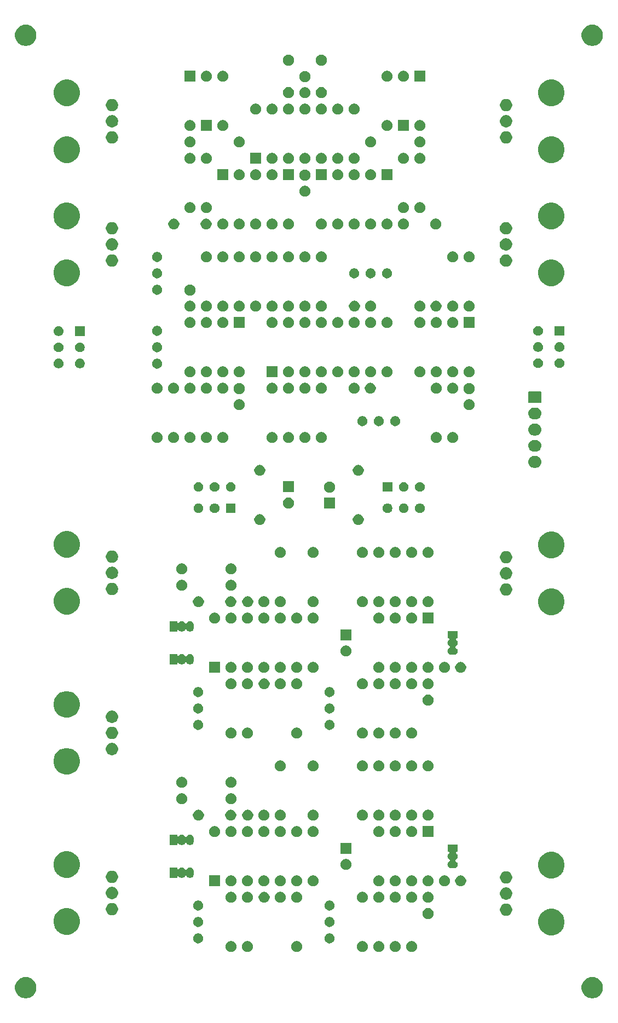
<source format=gbr>
G04 #@! TF.GenerationSoftware,KiCad,Pcbnew,(5.1.5)-3*
G04 #@! TF.CreationDate,2021-04-21T14:44:00+02:00*
G04 #@! TF.ProjectId,AnalogDrum_FM,416e616c-6f67-4447-9275-6d5f464d2e6b,rev?*
G04 #@! TF.SameCoordinates,Original*
G04 #@! TF.FileFunction,Soldermask,Bot*
G04 #@! TF.FilePolarity,Negative*
%FSLAX46Y46*%
G04 Gerber Fmt 4.6, Leading zero omitted, Abs format (unit mm)*
G04 Created by KiCad (PCBNEW (5.1.5)-3) date 2021-04-21 14:44:00*
%MOMM*%
%LPD*%
G04 APERTURE LIST*
%ADD10C,0.100000*%
G04 APERTURE END LIST*
D10*
G36*
X65145256Y-171111298D02*
G01*
X65251579Y-171132447D01*
X65552042Y-171256903D01*
X65822451Y-171437585D01*
X66052415Y-171667549D01*
X66233097Y-171937958D01*
X66357553Y-172238421D01*
X66421000Y-172557391D01*
X66421000Y-172882609D01*
X66357553Y-173201579D01*
X66233097Y-173502042D01*
X66052415Y-173772451D01*
X65822451Y-174002415D01*
X65552042Y-174183097D01*
X65251579Y-174307553D01*
X65145256Y-174328702D01*
X64932611Y-174371000D01*
X64607389Y-174371000D01*
X64394744Y-174328702D01*
X64288421Y-174307553D01*
X63987958Y-174183097D01*
X63717549Y-174002415D01*
X63487585Y-173772451D01*
X63306903Y-173502042D01*
X63182447Y-173201579D01*
X63119000Y-172882609D01*
X63119000Y-172557391D01*
X63182447Y-172238421D01*
X63306903Y-171937958D01*
X63487585Y-171667549D01*
X63717549Y-171437585D01*
X63987958Y-171256903D01*
X64288421Y-171132447D01*
X64394744Y-171111298D01*
X64607389Y-171069000D01*
X64932611Y-171069000D01*
X65145256Y-171111298D01*
G37*
G36*
X152775256Y-171111298D02*
G01*
X152881579Y-171132447D01*
X153182042Y-171256903D01*
X153452451Y-171437585D01*
X153682415Y-171667549D01*
X153863097Y-171937958D01*
X153987553Y-172238421D01*
X154051000Y-172557391D01*
X154051000Y-172882609D01*
X153987553Y-173201579D01*
X153863097Y-173502042D01*
X153682415Y-173772451D01*
X153452451Y-174002415D01*
X153182042Y-174183097D01*
X152881579Y-174307553D01*
X152775256Y-174328702D01*
X152562611Y-174371000D01*
X152237389Y-174371000D01*
X152024744Y-174328702D01*
X151918421Y-174307553D01*
X151617958Y-174183097D01*
X151347549Y-174002415D01*
X151117585Y-173772451D01*
X150936903Y-173502042D01*
X150812447Y-173201579D01*
X150749000Y-172882609D01*
X150749000Y-172557391D01*
X150812447Y-172238421D01*
X150936903Y-171937958D01*
X151117585Y-171667549D01*
X151347549Y-171437585D01*
X151617958Y-171256903D01*
X151918421Y-171132447D01*
X152024744Y-171111298D01*
X152237389Y-171069000D01*
X152562611Y-171069000D01*
X152775256Y-171111298D01*
G37*
G36*
X96768228Y-165551703D02*
G01*
X96923100Y-165615853D01*
X97062481Y-165708985D01*
X97181015Y-165827519D01*
X97274147Y-165966900D01*
X97338297Y-166121772D01*
X97371000Y-166286184D01*
X97371000Y-166453816D01*
X97338297Y-166618228D01*
X97274147Y-166773100D01*
X97181015Y-166912481D01*
X97062481Y-167031015D01*
X96923100Y-167124147D01*
X96768228Y-167188297D01*
X96603816Y-167221000D01*
X96436184Y-167221000D01*
X96271772Y-167188297D01*
X96116900Y-167124147D01*
X95977519Y-167031015D01*
X95858985Y-166912481D01*
X95765853Y-166773100D01*
X95701703Y-166618228D01*
X95669000Y-166453816D01*
X95669000Y-166286184D01*
X95701703Y-166121772D01*
X95765853Y-165966900D01*
X95858985Y-165827519D01*
X95977519Y-165708985D01*
X96116900Y-165615853D01*
X96271772Y-165551703D01*
X96436184Y-165519000D01*
X96603816Y-165519000D01*
X96768228Y-165551703D01*
G37*
G36*
X106928228Y-165551703D02*
G01*
X107083100Y-165615853D01*
X107222481Y-165708985D01*
X107341015Y-165827519D01*
X107434147Y-165966900D01*
X107498297Y-166121772D01*
X107531000Y-166286184D01*
X107531000Y-166453816D01*
X107498297Y-166618228D01*
X107434147Y-166773100D01*
X107341015Y-166912481D01*
X107222481Y-167031015D01*
X107083100Y-167124147D01*
X106928228Y-167188297D01*
X106763816Y-167221000D01*
X106596184Y-167221000D01*
X106431772Y-167188297D01*
X106276900Y-167124147D01*
X106137519Y-167031015D01*
X106018985Y-166912481D01*
X105925853Y-166773100D01*
X105861703Y-166618228D01*
X105829000Y-166453816D01*
X105829000Y-166286184D01*
X105861703Y-166121772D01*
X105925853Y-165966900D01*
X106018985Y-165827519D01*
X106137519Y-165708985D01*
X106276900Y-165615853D01*
X106431772Y-165551703D01*
X106596184Y-165519000D01*
X106763816Y-165519000D01*
X106928228Y-165551703D01*
G37*
G36*
X122168228Y-165551703D02*
G01*
X122323100Y-165615853D01*
X122462481Y-165708985D01*
X122581015Y-165827519D01*
X122674147Y-165966900D01*
X122738297Y-166121772D01*
X122771000Y-166286184D01*
X122771000Y-166453816D01*
X122738297Y-166618228D01*
X122674147Y-166773100D01*
X122581015Y-166912481D01*
X122462481Y-167031015D01*
X122323100Y-167124147D01*
X122168228Y-167188297D01*
X122003816Y-167221000D01*
X121836184Y-167221000D01*
X121671772Y-167188297D01*
X121516900Y-167124147D01*
X121377519Y-167031015D01*
X121258985Y-166912481D01*
X121165853Y-166773100D01*
X121101703Y-166618228D01*
X121069000Y-166453816D01*
X121069000Y-166286184D01*
X121101703Y-166121772D01*
X121165853Y-165966900D01*
X121258985Y-165827519D01*
X121377519Y-165708985D01*
X121516900Y-165615853D01*
X121671772Y-165551703D01*
X121836184Y-165519000D01*
X122003816Y-165519000D01*
X122168228Y-165551703D01*
G37*
G36*
X99308228Y-165551703D02*
G01*
X99463100Y-165615853D01*
X99602481Y-165708985D01*
X99721015Y-165827519D01*
X99814147Y-165966900D01*
X99878297Y-166121772D01*
X99911000Y-166286184D01*
X99911000Y-166453816D01*
X99878297Y-166618228D01*
X99814147Y-166773100D01*
X99721015Y-166912481D01*
X99602481Y-167031015D01*
X99463100Y-167124147D01*
X99308228Y-167188297D01*
X99143816Y-167221000D01*
X98976184Y-167221000D01*
X98811772Y-167188297D01*
X98656900Y-167124147D01*
X98517519Y-167031015D01*
X98398985Y-166912481D01*
X98305853Y-166773100D01*
X98241703Y-166618228D01*
X98209000Y-166453816D01*
X98209000Y-166286184D01*
X98241703Y-166121772D01*
X98305853Y-165966900D01*
X98398985Y-165827519D01*
X98517519Y-165708985D01*
X98656900Y-165615853D01*
X98811772Y-165551703D01*
X98976184Y-165519000D01*
X99143816Y-165519000D01*
X99308228Y-165551703D01*
G37*
G36*
X117088228Y-165551703D02*
G01*
X117243100Y-165615853D01*
X117382481Y-165708985D01*
X117501015Y-165827519D01*
X117594147Y-165966900D01*
X117658297Y-166121772D01*
X117691000Y-166286184D01*
X117691000Y-166453816D01*
X117658297Y-166618228D01*
X117594147Y-166773100D01*
X117501015Y-166912481D01*
X117382481Y-167031015D01*
X117243100Y-167124147D01*
X117088228Y-167188297D01*
X116923816Y-167221000D01*
X116756184Y-167221000D01*
X116591772Y-167188297D01*
X116436900Y-167124147D01*
X116297519Y-167031015D01*
X116178985Y-166912481D01*
X116085853Y-166773100D01*
X116021703Y-166618228D01*
X115989000Y-166453816D01*
X115989000Y-166286184D01*
X116021703Y-166121772D01*
X116085853Y-165966900D01*
X116178985Y-165827519D01*
X116297519Y-165708985D01*
X116436900Y-165615853D01*
X116591772Y-165551703D01*
X116756184Y-165519000D01*
X116923816Y-165519000D01*
X117088228Y-165551703D01*
G37*
G36*
X124708228Y-165551703D02*
G01*
X124863100Y-165615853D01*
X125002481Y-165708985D01*
X125121015Y-165827519D01*
X125214147Y-165966900D01*
X125278297Y-166121772D01*
X125311000Y-166286184D01*
X125311000Y-166453816D01*
X125278297Y-166618228D01*
X125214147Y-166773100D01*
X125121015Y-166912481D01*
X125002481Y-167031015D01*
X124863100Y-167124147D01*
X124708228Y-167188297D01*
X124543816Y-167221000D01*
X124376184Y-167221000D01*
X124211772Y-167188297D01*
X124056900Y-167124147D01*
X123917519Y-167031015D01*
X123798985Y-166912481D01*
X123705853Y-166773100D01*
X123641703Y-166618228D01*
X123609000Y-166453816D01*
X123609000Y-166286184D01*
X123641703Y-166121772D01*
X123705853Y-165966900D01*
X123798985Y-165827519D01*
X123917519Y-165708985D01*
X124056900Y-165615853D01*
X124211772Y-165551703D01*
X124376184Y-165519000D01*
X124543816Y-165519000D01*
X124708228Y-165551703D01*
G37*
G36*
X119628228Y-165551703D02*
G01*
X119783100Y-165615853D01*
X119922481Y-165708985D01*
X120041015Y-165827519D01*
X120134147Y-165966900D01*
X120198297Y-166121772D01*
X120231000Y-166286184D01*
X120231000Y-166453816D01*
X120198297Y-166618228D01*
X120134147Y-166773100D01*
X120041015Y-166912481D01*
X119922481Y-167031015D01*
X119783100Y-167124147D01*
X119628228Y-167188297D01*
X119463816Y-167221000D01*
X119296184Y-167221000D01*
X119131772Y-167188297D01*
X118976900Y-167124147D01*
X118837519Y-167031015D01*
X118718985Y-166912481D01*
X118625853Y-166773100D01*
X118561703Y-166618228D01*
X118529000Y-166453816D01*
X118529000Y-166286184D01*
X118561703Y-166121772D01*
X118625853Y-165966900D01*
X118718985Y-165827519D01*
X118837519Y-165708985D01*
X118976900Y-165615853D01*
X119131772Y-165551703D01*
X119296184Y-165519000D01*
X119463816Y-165519000D01*
X119628228Y-165551703D01*
G37*
G36*
X111885589Y-164338876D02*
G01*
X111984893Y-164358629D01*
X112125206Y-164416748D01*
X112251484Y-164501125D01*
X112358875Y-164608516D01*
X112443252Y-164734794D01*
X112501371Y-164875107D01*
X112531000Y-165024063D01*
X112531000Y-165175937D01*
X112501371Y-165324893D01*
X112443252Y-165465206D01*
X112358875Y-165591484D01*
X112251484Y-165698875D01*
X112125206Y-165783252D01*
X111984893Y-165841371D01*
X111885589Y-165861124D01*
X111835938Y-165871000D01*
X111684062Y-165871000D01*
X111634411Y-165861124D01*
X111535107Y-165841371D01*
X111394794Y-165783252D01*
X111268516Y-165698875D01*
X111161125Y-165591484D01*
X111076748Y-165465206D01*
X111018629Y-165324893D01*
X110989000Y-165175937D01*
X110989000Y-165024063D01*
X111018629Y-164875107D01*
X111076748Y-164734794D01*
X111161125Y-164608516D01*
X111268516Y-164501125D01*
X111394794Y-164416748D01*
X111535107Y-164358629D01*
X111634411Y-164338876D01*
X111684062Y-164329000D01*
X111835938Y-164329000D01*
X111885589Y-164338876D01*
G37*
G36*
X91565589Y-164338876D02*
G01*
X91664893Y-164358629D01*
X91805206Y-164416748D01*
X91931484Y-164501125D01*
X92038875Y-164608516D01*
X92123252Y-164734794D01*
X92181371Y-164875107D01*
X92211000Y-165024063D01*
X92211000Y-165175937D01*
X92181371Y-165324893D01*
X92123252Y-165465206D01*
X92038875Y-165591484D01*
X91931484Y-165698875D01*
X91805206Y-165783252D01*
X91664893Y-165841371D01*
X91565589Y-165861124D01*
X91515938Y-165871000D01*
X91364062Y-165871000D01*
X91314411Y-165861124D01*
X91215107Y-165841371D01*
X91074794Y-165783252D01*
X90948516Y-165698875D01*
X90841125Y-165591484D01*
X90756748Y-165465206D01*
X90698629Y-165324893D01*
X90669000Y-165175937D01*
X90669000Y-165024063D01*
X90698629Y-164875107D01*
X90756748Y-164734794D01*
X90841125Y-164608516D01*
X90948516Y-164501125D01*
X91074794Y-164416748D01*
X91215107Y-164358629D01*
X91314411Y-164338876D01*
X91364062Y-164329000D01*
X91515938Y-164329000D01*
X91565589Y-164338876D01*
G37*
G36*
X146663254Y-160582818D02*
G01*
X146964311Y-160707520D01*
X147036513Y-160737427D01*
X147372436Y-160961884D01*
X147658116Y-161247564D01*
X147873196Y-161569453D01*
X147882574Y-161583489D01*
X148037182Y-161956746D01*
X148116000Y-162352993D01*
X148116000Y-162757007D01*
X148037182Y-163153254D01*
X147975830Y-163301371D01*
X147882573Y-163526513D01*
X147658116Y-163862436D01*
X147372436Y-164148116D01*
X147036513Y-164372573D01*
X147036512Y-164372574D01*
X147036511Y-164372574D01*
X146663254Y-164527182D01*
X146267007Y-164606000D01*
X145862993Y-164606000D01*
X145466746Y-164527182D01*
X145093489Y-164372574D01*
X145093488Y-164372574D01*
X145093487Y-164372573D01*
X144757564Y-164148116D01*
X144471884Y-163862436D01*
X144247427Y-163526513D01*
X144154170Y-163301371D01*
X144092818Y-163153254D01*
X144014000Y-162757007D01*
X144014000Y-162352993D01*
X144092818Y-161956746D01*
X144247426Y-161583489D01*
X144256805Y-161569453D01*
X144471884Y-161247564D01*
X144757564Y-160961884D01*
X145093487Y-160737427D01*
X145165689Y-160707520D01*
X145466746Y-160582818D01*
X145862993Y-160504000D01*
X146267007Y-160504000D01*
X146663254Y-160582818D01*
G37*
G36*
X71703254Y-160502818D02*
G01*
X72076511Y-160657426D01*
X72076513Y-160657427D01*
X72412436Y-160881884D01*
X72698116Y-161167564D01*
X72919060Y-161498229D01*
X72922574Y-161503489D01*
X73077182Y-161876746D01*
X73156000Y-162272993D01*
X73156000Y-162677007D01*
X73077182Y-163073254D01*
X72982693Y-163301371D01*
X72922573Y-163446513D01*
X72698116Y-163782436D01*
X72412436Y-164068116D01*
X72076513Y-164292573D01*
X72076512Y-164292574D01*
X72076511Y-164292574D01*
X71703254Y-164447182D01*
X71307007Y-164526000D01*
X70902993Y-164526000D01*
X70506746Y-164447182D01*
X70133489Y-164292574D01*
X70133488Y-164292574D01*
X70133487Y-164292573D01*
X69797564Y-164068116D01*
X69511884Y-163782436D01*
X69287427Y-163446513D01*
X69227307Y-163301371D01*
X69132818Y-163073254D01*
X69054000Y-162677007D01*
X69054000Y-162272993D01*
X69132818Y-161876746D01*
X69287426Y-161503489D01*
X69290941Y-161498229D01*
X69511884Y-161167564D01*
X69797564Y-160881884D01*
X70133487Y-160657427D01*
X70133489Y-160657426D01*
X70506746Y-160502818D01*
X70902993Y-160424000D01*
X71307007Y-160424000D01*
X71703254Y-160502818D01*
G37*
G36*
X111885589Y-161798876D02*
G01*
X111984893Y-161818629D01*
X112125206Y-161876748D01*
X112251484Y-161961125D01*
X112358875Y-162068516D01*
X112443252Y-162194794D01*
X112501371Y-162335107D01*
X112531000Y-162484063D01*
X112531000Y-162635937D01*
X112501371Y-162784893D01*
X112443252Y-162925206D01*
X112358875Y-163051484D01*
X112251484Y-163158875D01*
X112125206Y-163243252D01*
X111984893Y-163301371D01*
X111885589Y-163321124D01*
X111835938Y-163331000D01*
X111684062Y-163331000D01*
X111634411Y-163321124D01*
X111535107Y-163301371D01*
X111394794Y-163243252D01*
X111268516Y-163158875D01*
X111161125Y-163051484D01*
X111076748Y-162925206D01*
X111018629Y-162784893D01*
X110989000Y-162635937D01*
X110989000Y-162484063D01*
X111018629Y-162335107D01*
X111076748Y-162194794D01*
X111161125Y-162068516D01*
X111268516Y-161961125D01*
X111394794Y-161876748D01*
X111535107Y-161818629D01*
X111634411Y-161798876D01*
X111684062Y-161789000D01*
X111835938Y-161789000D01*
X111885589Y-161798876D01*
G37*
G36*
X91565589Y-161798876D02*
G01*
X91664893Y-161818629D01*
X91805206Y-161876748D01*
X91931484Y-161961125D01*
X92038875Y-162068516D01*
X92123252Y-162194794D01*
X92181371Y-162335107D01*
X92211000Y-162484063D01*
X92211000Y-162635937D01*
X92181371Y-162784893D01*
X92123252Y-162925206D01*
X92038875Y-163051484D01*
X91931484Y-163158875D01*
X91805206Y-163243252D01*
X91664893Y-163301371D01*
X91565589Y-163321124D01*
X91515938Y-163331000D01*
X91364062Y-163331000D01*
X91314411Y-163321124D01*
X91215107Y-163301371D01*
X91074794Y-163243252D01*
X90948516Y-163158875D01*
X90841125Y-163051484D01*
X90756748Y-162925206D01*
X90698629Y-162784893D01*
X90669000Y-162635937D01*
X90669000Y-162484063D01*
X90698629Y-162335107D01*
X90756748Y-162194794D01*
X90841125Y-162068516D01*
X90948516Y-161961125D01*
X91074794Y-161876748D01*
X91215107Y-161818629D01*
X91314411Y-161798876D01*
X91364062Y-161789000D01*
X91515938Y-161789000D01*
X91565589Y-161798876D01*
G37*
G36*
X127248228Y-160431703D02*
G01*
X127403100Y-160495853D01*
X127542481Y-160588985D01*
X127661015Y-160707519D01*
X127754147Y-160846900D01*
X127818297Y-161001772D01*
X127851000Y-161166184D01*
X127851000Y-161333816D01*
X127818297Y-161498228D01*
X127754147Y-161653100D01*
X127661015Y-161792481D01*
X127542481Y-161911015D01*
X127403100Y-162004147D01*
X127248228Y-162068297D01*
X127083816Y-162101000D01*
X126916184Y-162101000D01*
X126751772Y-162068297D01*
X126596900Y-162004147D01*
X126457519Y-161911015D01*
X126338985Y-161792481D01*
X126245853Y-161653100D01*
X126181703Y-161498228D01*
X126149000Y-161333816D01*
X126149000Y-161166184D01*
X126181703Y-161001772D01*
X126245853Y-160846900D01*
X126338985Y-160707519D01*
X126457519Y-160588985D01*
X126596900Y-160495853D01*
X126751772Y-160431703D01*
X126916184Y-160399000D01*
X127083816Y-160399000D01*
X127248228Y-160431703D01*
G37*
G36*
X139342395Y-159740546D02*
G01*
X139515466Y-159812234D01*
X139551498Y-159836310D01*
X139671227Y-159916310D01*
X139803690Y-160048773D01*
X139803691Y-160048775D01*
X139907766Y-160204534D01*
X139979454Y-160377605D01*
X140016000Y-160561333D01*
X140016000Y-160748667D01*
X139979454Y-160932395D01*
X139907766Y-161105466D01*
X139907765Y-161105467D01*
X139803690Y-161261227D01*
X139671227Y-161393690D01*
X139592818Y-161446081D01*
X139515466Y-161497766D01*
X139342395Y-161569454D01*
X139158667Y-161606000D01*
X138971333Y-161606000D01*
X138787605Y-161569454D01*
X138614534Y-161497766D01*
X138537182Y-161446081D01*
X138458773Y-161393690D01*
X138326310Y-161261227D01*
X138222235Y-161105467D01*
X138222234Y-161105466D01*
X138150546Y-160932395D01*
X138114000Y-160748667D01*
X138114000Y-160561333D01*
X138150546Y-160377605D01*
X138222234Y-160204534D01*
X138326309Y-160048775D01*
X138326310Y-160048773D01*
X138458773Y-159916310D01*
X138578502Y-159836310D01*
X138614534Y-159812234D01*
X138787605Y-159740546D01*
X138971333Y-159704000D01*
X139158667Y-159704000D01*
X139342395Y-159740546D01*
G37*
G36*
X78382395Y-159660546D02*
G01*
X78555466Y-159732234D01*
X78567907Y-159740547D01*
X78711227Y-159836310D01*
X78843690Y-159968773D01*
X78843691Y-159968775D01*
X78947766Y-160124534D01*
X79019454Y-160297605D01*
X79056000Y-160481333D01*
X79056000Y-160668667D01*
X79019454Y-160852395D01*
X78947766Y-161025466D01*
X78947765Y-161025467D01*
X78843690Y-161181227D01*
X78711227Y-161313690D01*
X78681106Y-161333816D01*
X78555466Y-161417766D01*
X78382395Y-161489454D01*
X78198667Y-161526000D01*
X78011333Y-161526000D01*
X77827605Y-161489454D01*
X77654534Y-161417766D01*
X77528894Y-161333816D01*
X77498773Y-161313690D01*
X77366310Y-161181227D01*
X77262235Y-161025467D01*
X77262234Y-161025466D01*
X77190546Y-160852395D01*
X77154000Y-160668667D01*
X77154000Y-160481333D01*
X77190546Y-160297605D01*
X77262234Y-160124534D01*
X77366309Y-159968775D01*
X77366310Y-159968773D01*
X77498773Y-159836310D01*
X77642093Y-159740547D01*
X77654534Y-159732234D01*
X77827605Y-159660546D01*
X78011333Y-159624000D01*
X78198667Y-159624000D01*
X78382395Y-159660546D01*
G37*
G36*
X111885589Y-159258876D02*
G01*
X111984893Y-159278629D01*
X112125206Y-159336748D01*
X112251484Y-159421125D01*
X112358875Y-159528516D01*
X112443252Y-159654794D01*
X112501371Y-159795107D01*
X112509567Y-159836310D01*
X112525480Y-159916309D01*
X112531000Y-159944063D01*
X112531000Y-160095937D01*
X112501371Y-160244893D01*
X112443252Y-160385206D01*
X112358875Y-160511484D01*
X112251484Y-160618875D01*
X112125206Y-160703252D01*
X111984893Y-160761371D01*
X111885589Y-160781124D01*
X111835938Y-160791000D01*
X111684062Y-160791000D01*
X111634411Y-160781124D01*
X111535107Y-160761371D01*
X111394794Y-160703252D01*
X111268516Y-160618875D01*
X111161125Y-160511484D01*
X111076748Y-160385206D01*
X111018629Y-160244893D01*
X110989000Y-160095937D01*
X110989000Y-159944063D01*
X110994521Y-159916309D01*
X111010433Y-159836310D01*
X111018629Y-159795107D01*
X111076748Y-159654794D01*
X111161125Y-159528516D01*
X111268516Y-159421125D01*
X111394794Y-159336748D01*
X111535107Y-159278629D01*
X111634411Y-159258876D01*
X111684062Y-159249000D01*
X111835938Y-159249000D01*
X111885589Y-159258876D01*
G37*
G36*
X91565589Y-159258876D02*
G01*
X91664893Y-159278629D01*
X91805206Y-159336748D01*
X91931484Y-159421125D01*
X92038875Y-159528516D01*
X92123252Y-159654794D01*
X92181371Y-159795107D01*
X92189567Y-159836310D01*
X92205480Y-159916309D01*
X92211000Y-159944063D01*
X92211000Y-160095937D01*
X92181371Y-160244893D01*
X92123252Y-160385206D01*
X92038875Y-160511484D01*
X91931484Y-160618875D01*
X91805206Y-160703252D01*
X91664893Y-160761371D01*
X91565589Y-160781124D01*
X91515938Y-160791000D01*
X91364062Y-160791000D01*
X91314411Y-160781124D01*
X91215107Y-160761371D01*
X91074794Y-160703252D01*
X90948516Y-160618875D01*
X90841125Y-160511484D01*
X90756748Y-160385206D01*
X90698629Y-160244893D01*
X90669000Y-160095937D01*
X90669000Y-159944063D01*
X90674521Y-159916309D01*
X90690433Y-159836310D01*
X90698629Y-159795107D01*
X90756748Y-159654794D01*
X90841125Y-159528516D01*
X90948516Y-159421125D01*
X91074794Y-159336748D01*
X91215107Y-159278629D01*
X91314411Y-159258876D01*
X91364062Y-159249000D01*
X91515938Y-159249000D01*
X91565589Y-159258876D01*
G37*
G36*
X117088228Y-157931703D02*
G01*
X117243100Y-157995853D01*
X117382481Y-158088985D01*
X117501015Y-158207519D01*
X117594147Y-158346900D01*
X117658297Y-158501772D01*
X117691000Y-158666184D01*
X117691000Y-158833816D01*
X117658297Y-158998228D01*
X117594147Y-159153100D01*
X117501015Y-159292481D01*
X117382481Y-159411015D01*
X117243100Y-159504147D01*
X117088228Y-159568297D01*
X116923816Y-159601000D01*
X116756184Y-159601000D01*
X116591772Y-159568297D01*
X116436900Y-159504147D01*
X116297519Y-159411015D01*
X116178985Y-159292481D01*
X116085853Y-159153100D01*
X116021703Y-158998228D01*
X115989000Y-158833816D01*
X115989000Y-158666184D01*
X116021703Y-158501772D01*
X116085853Y-158346900D01*
X116178985Y-158207519D01*
X116297519Y-158088985D01*
X116436900Y-157995853D01*
X116591772Y-157931703D01*
X116756184Y-157899000D01*
X116923816Y-157899000D01*
X117088228Y-157931703D01*
G37*
G36*
X106928228Y-157931703D02*
G01*
X107083100Y-157995853D01*
X107222481Y-158088985D01*
X107341015Y-158207519D01*
X107434147Y-158346900D01*
X107498297Y-158501772D01*
X107531000Y-158666184D01*
X107531000Y-158833816D01*
X107498297Y-158998228D01*
X107434147Y-159153100D01*
X107341015Y-159292481D01*
X107222481Y-159411015D01*
X107083100Y-159504147D01*
X106928228Y-159568297D01*
X106763816Y-159601000D01*
X106596184Y-159601000D01*
X106431772Y-159568297D01*
X106276900Y-159504147D01*
X106137519Y-159411015D01*
X106018985Y-159292481D01*
X105925853Y-159153100D01*
X105861703Y-158998228D01*
X105829000Y-158833816D01*
X105829000Y-158666184D01*
X105861703Y-158501772D01*
X105925853Y-158346900D01*
X106018985Y-158207519D01*
X106137519Y-158088985D01*
X106276900Y-157995853D01*
X106431772Y-157931703D01*
X106596184Y-157899000D01*
X106763816Y-157899000D01*
X106928228Y-157931703D01*
G37*
G36*
X124708228Y-157931703D02*
G01*
X124863100Y-157995853D01*
X125002481Y-158088985D01*
X125121015Y-158207519D01*
X125214147Y-158346900D01*
X125278297Y-158501772D01*
X125311000Y-158666184D01*
X125311000Y-158833816D01*
X125278297Y-158998228D01*
X125214147Y-159153100D01*
X125121015Y-159292481D01*
X125002481Y-159411015D01*
X124863100Y-159504147D01*
X124708228Y-159568297D01*
X124543816Y-159601000D01*
X124376184Y-159601000D01*
X124211772Y-159568297D01*
X124056900Y-159504147D01*
X123917519Y-159411015D01*
X123798985Y-159292481D01*
X123705853Y-159153100D01*
X123641703Y-158998228D01*
X123609000Y-158833816D01*
X123609000Y-158666184D01*
X123641703Y-158501772D01*
X123705853Y-158346900D01*
X123798985Y-158207519D01*
X123917519Y-158088985D01*
X124056900Y-157995853D01*
X124211772Y-157931703D01*
X124376184Y-157899000D01*
X124543816Y-157899000D01*
X124708228Y-157931703D01*
G37*
G36*
X96768228Y-157931703D02*
G01*
X96923100Y-157995853D01*
X97062481Y-158088985D01*
X97181015Y-158207519D01*
X97274147Y-158346900D01*
X97338297Y-158501772D01*
X97371000Y-158666184D01*
X97371000Y-158833816D01*
X97338297Y-158998228D01*
X97274147Y-159153100D01*
X97181015Y-159292481D01*
X97062481Y-159411015D01*
X96923100Y-159504147D01*
X96768228Y-159568297D01*
X96603816Y-159601000D01*
X96436184Y-159601000D01*
X96271772Y-159568297D01*
X96116900Y-159504147D01*
X95977519Y-159411015D01*
X95858985Y-159292481D01*
X95765853Y-159153100D01*
X95701703Y-158998228D01*
X95669000Y-158833816D01*
X95669000Y-158666184D01*
X95701703Y-158501772D01*
X95765853Y-158346900D01*
X95858985Y-158207519D01*
X95977519Y-158088985D01*
X96116900Y-157995853D01*
X96271772Y-157931703D01*
X96436184Y-157899000D01*
X96603816Y-157899000D01*
X96768228Y-157931703D01*
G37*
G36*
X119628228Y-157931703D02*
G01*
X119783100Y-157995853D01*
X119922481Y-158088985D01*
X120041015Y-158207519D01*
X120134147Y-158346900D01*
X120198297Y-158501772D01*
X120231000Y-158666184D01*
X120231000Y-158833816D01*
X120198297Y-158998228D01*
X120134147Y-159153100D01*
X120041015Y-159292481D01*
X119922481Y-159411015D01*
X119783100Y-159504147D01*
X119628228Y-159568297D01*
X119463816Y-159601000D01*
X119296184Y-159601000D01*
X119131772Y-159568297D01*
X118976900Y-159504147D01*
X118837519Y-159411015D01*
X118718985Y-159292481D01*
X118625853Y-159153100D01*
X118561703Y-158998228D01*
X118529000Y-158833816D01*
X118529000Y-158666184D01*
X118561703Y-158501772D01*
X118625853Y-158346900D01*
X118718985Y-158207519D01*
X118837519Y-158088985D01*
X118976900Y-157995853D01*
X119131772Y-157931703D01*
X119296184Y-157899000D01*
X119463816Y-157899000D01*
X119628228Y-157931703D01*
G37*
G36*
X101888228Y-157931703D02*
G01*
X102043100Y-157995853D01*
X102182481Y-158088985D01*
X102301015Y-158207519D01*
X102394147Y-158346900D01*
X102458297Y-158501772D01*
X102491000Y-158666184D01*
X102491000Y-158833816D01*
X102458297Y-158998228D01*
X102394147Y-159153100D01*
X102301015Y-159292481D01*
X102182481Y-159411015D01*
X102043100Y-159504147D01*
X101888228Y-159568297D01*
X101723816Y-159601000D01*
X101556184Y-159601000D01*
X101391772Y-159568297D01*
X101236900Y-159504147D01*
X101097519Y-159411015D01*
X100978985Y-159292481D01*
X100885853Y-159153100D01*
X100821703Y-158998228D01*
X100789000Y-158833816D01*
X100789000Y-158666184D01*
X100821703Y-158501772D01*
X100885853Y-158346900D01*
X100978985Y-158207519D01*
X101097519Y-158088985D01*
X101236900Y-157995853D01*
X101391772Y-157931703D01*
X101556184Y-157899000D01*
X101723816Y-157899000D01*
X101888228Y-157931703D01*
G37*
G36*
X127248228Y-157931703D02*
G01*
X127403100Y-157995853D01*
X127542481Y-158088985D01*
X127661015Y-158207519D01*
X127754147Y-158346900D01*
X127818297Y-158501772D01*
X127851000Y-158666184D01*
X127851000Y-158833816D01*
X127818297Y-158998228D01*
X127754147Y-159153100D01*
X127661015Y-159292481D01*
X127542481Y-159411015D01*
X127403100Y-159504147D01*
X127248228Y-159568297D01*
X127083816Y-159601000D01*
X126916184Y-159601000D01*
X126751772Y-159568297D01*
X126596900Y-159504147D01*
X126457519Y-159411015D01*
X126338985Y-159292481D01*
X126245853Y-159153100D01*
X126181703Y-158998228D01*
X126149000Y-158833816D01*
X126149000Y-158666184D01*
X126181703Y-158501772D01*
X126245853Y-158346900D01*
X126338985Y-158207519D01*
X126457519Y-158088985D01*
X126596900Y-157995853D01*
X126751772Y-157931703D01*
X126916184Y-157899000D01*
X127083816Y-157899000D01*
X127248228Y-157931703D01*
G37*
G36*
X99308228Y-157931703D02*
G01*
X99463100Y-157995853D01*
X99602481Y-158088985D01*
X99721015Y-158207519D01*
X99814147Y-158346900D01*
X99878297Y-158501772D01*
X99911000Y-158666184D01*
X99911000Y-158833816D01*
X99878297Y-158998228D01*
X99814147Y-159153100D01*
X99721015Y-159292481D01*
X99602481Y-159411015D01*
X99463100Y-159504147D01*
X99308228Y-159568297D01*
X99143816Y-159601000D01*
X98976184Y-159601000D01*
X98811772Y-159568297D01*
X98656900Y-159504147D01*
X98517519Y-159411015D01*
X98398985Y-159292481D01*
X98305853Y-159153100D01*
X98241703Y-158998228D01*
X98209000Y-158833816D01*
X98209000Y-158666184D01*
X98241703Y-158501772D01*
X98305853Y-158346900D01*
X98398985Y-158207519D01*
X98517519Y-158088985D01*
X98656900Y-157995853D01*
X98811772Y-157931703D01*
X98976184Y-157899000D01*
X99143816Y-157899000D01*
X99308228Y-157931703D01*
G37*
G36*
X122168228Y-157931703D02*
G01*
X122323100Y-157995853D01*
X122462481Y-158088985D01*
X122581015Y-158207519D01*
X122674147Y-158346900D01*
X122738297Y-158501772D01*
X122771000Y-158666184D01*
X122771000Y-158833816D01*
X122738297Y-158998228D01*
X122674147Y-159153100D01*
X122581015Y-159292481D01*
X122462481Y-159411015D01*
X122323100Y-159504147D01*
X122168228Y-159568297D01*
X122003816Y-159601000D01*
X121836184Y-159601000D01*
X121671772Y-159568297D01*
X121516900Y-159504147D01*
X121377519Y-159411015D01*
X121258985Y-159292481D01*
X121165853Y-159153100D01*
X121101703Y-158998228D01*
X121069000Y-158833816D01*
X121069000Y-158666184D01*
X121101703Y-158501772D01*
X121165853Y-158346900D01*
X121258985Y-158207519D01*
X121377519Y-158088985D01*
X121516900Y-157995853D01*
X121671772Y-157931703D01*
X121836184Y-157899000D01*
X122003816Y-157899000D01*
X122168228Y-157931703D01*
G37*
G36*
X104388228Y-157931703D02*
G01*
X104543100Y-157995853D01*
X104682481Y-158088985D01*
X104801015Y-158207519D01*
X104894147Y-158346900D01*
X104958297Y-158501772D01*
X104991000Y-158666184D01*
X104991000Y-158833816D01*
X104958297Y-158998228D01*
X104894147Y-159153100D01*
X104801015Y-159292481D01*
X104682481Y-159411015D01*
X104543100Y-159504147D01*
X104388228Y-159568297D01*
X104223816Y-159601000D01*
X104056184Y-159601000D01*
X103891772Y-159568297D01*
X103736900Y-159504147D01*
X103597519Y-159411015D01*
X103478985Y-159292481D01*
X103385853Y-159153100D01*
X103321703Y-158998228D01*
X103289000Y-158833816D01*
X103289000Y-158666184D01*
X103321703Y-158501772D01*
X103385853Y-158346900D01*
X103478985Y-158207519D01*
X103597519Y-158088985D01*
X103736900Y-157995853D01*
X103891772Y-157931703D01*
X104056184Y-157899000D01*
X104223816Y-157899000D01*
X104388228Y-157931703D01*
G37*
G36*
X139342395Y-157240546D02*
G01*
X139515466Y-157312234D01*
X139551498Y-157336310D01*
X139671227Y-157416310D01*
X139803690Y-157548773D01*
X139803691Y-157548775D01*
X139907766Y-157704534D01*
X139979454Y-157877605D01*
X140016000Y-158061333D01*
X140016000Y-158248667D01*
X139979454Y-158432395D01*
X139907766Y-158605466D01*
X139907765Y-158605467D01*
X139803690Y-158761227D01*
X139671227Y-158893690D01*
X139592818Y-158946081D01*
X139515466Y-158997766D01*
X139342395Y-159069454D01*
X139158667Y-159106000D01*
X138971333Y-159106000D01*
X138787605Y-159069454D01*
X138614534Y-158997766D01*
X138537182Y-158946081D01*
X138458773Y-158893690D01*
X138326310Y-158761227D01*
X138222235Y-158605467D01*
X138222234Y-158605466D01*
X138150546Y-158432395D01*
X138114000Y-158248667D01*
X138114000Y-158061333D01*
X138150546Y-157877605D01*
X138222234Y-157704534D01*
X138326309Y-157548775D01*
X138326310Y-157548773D01*
X138458773Y-157416310D01*
X138578502Y-157336310D01*
X138614534Y-157312234D01*
X138787605Y-157240546D01*
X138971333Y-157204000D01*
X139158667Y-157204000D01*
X139342395Y-157240546D01*
G37*
G36*
X78382395Y-157160546D02*
G01*
X78555466Y-157232234D01*
X78567907Y-157240547D01*
X78711227Y-157336310D01*
X78843690Y-157468773D01*
X78843691Y-157468775D01*
X78947766Y-157624534D01*
X79019454Y-157797605D01*
X79056000Y-157981333D01*
X79056000Y-158168667D01*
X79019454Y-158352395D01*
X78947766Y-158525466D01*
X78947765Y-158525467D01*
X78843690Y-158681227D01*
X78711227Y-158813690D01*
X78681106Y-158833816D01*
X78555466Y-158917766D01*
X78382395Y-158989454D01*
X78198667Y-159026000D01*
X78011333Y-159026000D01*
X77827605Y-158989454D01*
X77654534Y-158917766D01*
X77528894Y-158833816D01*
X77498773Y-158813690D01*
X77366310Y-158681227D01*
X77262235Y-158525467D01*
X77262234Y-158525466D01*
X77190546Y-158352395D01*
X77154000Y-158168667D01*
X77154000Y-157981333D01*
X77190546Y-157797605D01*
X77262234Y-157624534D01*
X77366309Y-157468775D01*
X77366310Y-157468773D01*
X77498773Y-157336310D01*
X77642093Y-157240547D01*
X77654534Y-157232234D01*
X77827605Y-157160546D01*
X78011333Y-157124000D01*
X78198667Y-157124000D01*
X78382395Y-157160546D01*
G37*
G36*
X119628228Y-155391703D02*
G01*
X119783100Y-155455853D01*
X119922481Y-155548985D01*
X120041015Y-155667519D01*
X120134147Y-155806900D01*
X120198297Y-155961772D01*
X120231000Y-156126184D01*
X120231000Y-156293816D01*
X120198297Y-156458228D01*
X120134147Y-156613100D01*
X120041015Y-156752481D01*
X119922481Y-156871015D01*
X119783100Y-156964147D01*
X119628228Y-157028297D01*
X119463816Y-157061000D01*
X119296184Y-157061000D01*
X119131772Y-157028297D01*
X118976900Y-156964147D01*
X118837519Y-156871015D01*
X118718985Y-156752481D01*
X118625853Y-156613100D01*
X118561703Y-156458228D01*
X118529000Y-156293816D01*
X118529000Y-156126184D01*
X118561703Y-155961772D01*
X118625853Y-155806900D01*
X118718985Y-155667519D01*
X118837519Y-155548985D01*
X118976900Y-155455853D01*
X119131772Y-155391703D01*
X119296184Y-155359000D01*
X119463816Y-155359000D01*
X119628228Y-155391703D01*
G37*
G36*
X94831000Y-157061000D02*
G01*
X93129000Y-157061000D01*
X93129000Y-155359000D01*
X94831000Y-155359000D01*
X94831000Y-157061000D01*
G37*
G36*
X96768228Y-155391703D02*
G01*
X96923100Y-155455853D01*
X97062481Y-155548985D01*
X97181015Y-155667519D01*
X97274147Y-155806900D01*
X97338297Y-155961772D01*
X97371000Y-156126184D01*
X97371000Y-156293816D01*
X97338297Y-156458228D01*
X97274147Y-156613100D01*
X97181015Y-156752481D01*
X97062481Y-156871015D01*
X96923100Y-156964147D01*
X96768228Y-157028297D01*
X96603816Y-157061000D01*
X96436184Y-157061000D01*
X96271772Y-157028297D01*
X96116900Y-156964147D01*
X95977519Y-156871015D01*
X95858985Y-156752481D01*
X95765853Y-156613100D01*
X95701703Y-156458228D01*
X95669000Y-156293816D01*
X95669000Y-156126184D01*
X95701703Y-155961772D01*
X95765853Y-155806900D01*
X95858985Y-155667519D01*
X95977519Y-155548985D01*
X96116900Y-155455853D01*
X96271772Y-155391703D01*
X96436184Y-155359000D01*
X96603816Y-155359000D01*
X96768228Y-155391703D01*
G37*
G36*
X99308228Y-155391703D02*
G01*
X99463100Y-155455853D01*
X99602481Y-155548985D01*
X99721015Y-155667519D01*
X99814147Y-155806900D01*
X99878297Y-155961772D01*
X99911000Y-156126184D01*
X99911000Y-156293816D01*
X99878297Y-156458228D01*
X99814147Y-156613100D01*
X99721015Y-156752481D01*
X99602481Y-156871015D01*
X99463100Y-156964147D01*
X99308228Y-157028297D01*
X99143816Y-157061000D01*
X98976184Y-157061000D01*
X98811772Y-157028297D01*
X98656900Y-156964147D01*
X98517519Y-156871015D01*
X98398985Y-156752481D01*
X98305853Y-156613100D01*
X98241703Y-156458228D01*
X98209000Y-156293816D01*
X98209000Y-156126184D01*
X98241703Y-155961772D01*
X98305853Y-155806900D01*
X98398985Y-155667519D01*
X98517519Y-155548985D01*
X98656900Y-155455853D01*
X98811772Y-155391703D01*
X98976184Y-155359000D01*
X99143816Y-155359000D01*
X99308228Y-155391703D01*
G37*
G36*
X104388228Y-155391703D02*
G01*
X104543100Y-155455853D01*
X104682481Y-155548985D01*
X104801015Y-155667519D01*
X104894147Y-155806900D01*
X104958297Y-155961772D01*
X104991000Y-156126184D01*
X104991000Y-156293816D01*
X104958297Y-156458228D01*
X104894147Y-156613100D01*
X104801015Y-156752481D01*
X104682481Y-156871015D01*
X104543100Y-156964147D01*
X104388228Y-157028297D01*
X104223816Y-157061000D01*
X104056184Y-157061000D01*
X103891772Y-157028297D01*
X103736900Y-156964147D01*
X103597519Y-156871015D01*
X103478985Y-156752481D01*
X103385853Y-156613100D01*
X103321703Y-156458228D01*
X103289000Y-156293816D01*
X103289000Y-156126184D01*
X103321703Y-155961772D01*
X103385853Y-155806900D01*
X103478985Y-155667519D01*
X103597519Y-155548985D01*
X103736900Y-155455853D01*
X103891772Y-155391703D01*
X104056184Y-155359000D01*
X104223816Y-155359000D01*
X104388228Y-155391703D01*
G37*
G36*
X106928228Y-155391703D02*
G01*
X107083100Y-155455853D01*
X107222481Y-155548985D01*
X107341015Y-155667519D01*
X107434147Y-155806900D01*
X107498297Y-155961772D01*
X107531000Y-156126184D01*
X107531000Y-156293816D01*
X107498297Y-156458228D01*
X107434147Y-156613100D01*
X107341015Y-156752481D01*
X107222481Y-156871015D01*
X107083100Y-156964147D01*
X106928228Y-157028297D01*
X106763816Y-157061000D01*
X106596184Y-157061000D01*
X106431772Y-157028297D01*
X106276900Y-156964147D01*
X106137519Y-156871015D01*
X106018985Y-156752481D01*
X105925853Y-156613100D01*
X105861703Y-156458228D01*
X105829000Y-156293816D01*
X105829000Y-156126184D01*
X105861703Y-155961772D01*
X105925853Y-155806900D01*
X106018985Y-155667519D01*
X106137519Y-155548985D01*
X106276900Y-155455853D01*
X106431772Y-155391703D01*
X106596184Y-155359000D01*
X106763816Y-155359000D01*
X106928228Y-155391703D01*
G37*
G36*
X109468228Y-155391703D02*
G01*
X109623100Y-155455853D01*
X109762481Y-155548985D01*
X109881015Y-155667519D01*
X109974147Y-155806900D01*
X110038297Y-155961772D01*
X110071000Y-156126184D01*
X110071000Y-156293816D01*
X110038297Y-156458228D01*
X109974147Y-156613100D01*
X109881015Y-156752481D01*
X109762481Y-156871015D01*
X109623100Y-156964147D01*
X109468228Y-157028297D01*
X109303816Y-157061000D01*
X109136184Y-157061000D01*
X108971772Y-157028297D01*
X108816900Y-156964147D01*
X108677519Y-156871015D01*
X108558985Y-156752481D01*
X108465853Y-156613100D01*
X108401703Y-156458228D01*
X108369000Y-156293816D01*
X108369000Y-156126184D01*
X108401703Y-155961772D01*
X108465853Y-155806900D01*
X108558985Y-155667519D01*
X108677519Y-155548985D01*
X108816900Y-155455853D01*
X108971772Y-155391703D01*
X109136184Y-155359000D01*
X109303816Y-155359000D01*
X109468228Y-155391703D01*
G37*
G36*
X129788228Y-155391703D02*
G01*
X129943100Y-155455853D01*
X130082481Y-155548985D01*
X130201015Y-155667519D01*
X130294147Y-155806900D01*
X130358297Y-155961772D01*
X130391000Y-156126184D01*
X130391000Y-156293816D01*
X130358297Y-156458228D01*
X130294147Y-156613100D01*
X130201015Y-156752481D01*
X130082481Y-156871015D01*
X129943100Y-156964147D01*
X129788228Y-157028297D01*
X129623816Y-157061000D01*
X129456184Y-157061000D01*
X129291772Y-157028297D01*
X129136900Y-156964147D01*
X128997519Y-156871015D01*
X128878985Y-156752481D01*
X128785853Y-156613100D01*
X128721703Y-156458228D01*
X128689000Y-156293816D01*
X128689000Y-156126184D01*
X128721703Y-155961772D01*
X128785853Y-155806900D01*
X128878985Y-155667519D01*
X128997519Y-155548985D01*
X129136900Y-155455853D01*
X129291772Y-155391703D01*
X129456184Y-155359000D01*
X129623816Y-155359000D01*
X129788228Y-155391703D01*
G37*
G36*
X122168228Y-155391703D02*
G01*
X122323100Y-155455853D01*
X122462481Y-155548985D01*
X122581015Y-155667519D01*
X122674147Y-155806900D01*
X122738297Y-155961772D01*
X122771000Y-156126184D01*
X122771000Y-156293816D01*
X122738297Y-156458228D01*
X122674147Y-156613100D01*
X122581015Y-156752481D01*
X122462481Y-156871015D01*
X122323100Y-156964147D01*
X122168228Y-157028297D01*
X122003816Y-157061000D01*
X121836184Y-157061000D01*
X121671772Y-157028297D01*
X121516900Y-156964147D01*
X121377519Y-156871015D01*
X121258985Y-156752481D01*
X121165853Y-156613100D01*
X121101703Y-156458228D01*
X121069000Y-156293816D01*
X121069000Y-156126184D01*
X121101703Y-155961772D01*
X121165853Y-155806900D01*
X121258985Y-155667519D01*
X121377519Y-155548985D01*
X121516900Y-155455853D01*
X121671772Y-155391703D01*
X121836184Y-155359000D01*
X122003816Y-155359000D01*
X122168228Y-155391703D01*
G37*
G36*
X124708228Y-155391703D02*
G01*
X124863100Y-155455853D01*
X125002481Y-155548985D01*
X125121015Y-155667519D01*
X125214147Y-155806900D01*
X125278297Y-155961772D01*
X125311000Y-156126184D01*
X125311000Y-156293816D01*
X125278297Y-156458228D01*
X125214147Y-156613100D01*
X125121015Y-156752481D01*
X125002481Y-156871015D01*
X124863100Y-156964147D01*
X124708228Y-157028297D01*
X124543816Y-157061000D01*
X124376184Y-157061000D01*
X124211772Y-157028297D01*
X124056900Y-156964147D01*
X123917519Y-156871015D01*
X123798985Y-156752481D01*
X123705853Y-156613100D01*
X123641703Y-156458228D01*
X123609000Y-156293816D01*
X123609000Y-156126184D01*
X123641703Y-155961772D01*
X123705853Y-155806900D01*
X123798985Y-155667519D01*
X123917519Y-155548985D01*
X124056900Y-155455853D01*
X124211772Y-155391703D01*
X124376184Y-155359000D01*
X124543816Y-155359000D01*
X124708228Y-155391703D01*
G37*
G36*
X132288228Y-155391703D02*
G01*
X132443100Y-155455853D01*
X132582481Y-155548985D01*
X132701015Y-155667519D01*
X132794147Y-155806900D01*
X132858297Y-155961772D01*
X132891000Y-156126184D01*
X132891000Y-156293816D01*
X132858297Y-156458228D01*
X132794147Y-156613100D01*
X132701015Y-156752481D01*
X132582481Y-156871015D01*
X132443100Y-156964147D01*
X132288228Y-157028297D01*
X132123816Y-157061000D01*
X131956184Y-157061000D01*
X131791772Y-157028297D01*
X131636900Y-156964147D01*
X131497519Y-156871015D01*
X131378985Y-156752481D01*
X131285853Y-156613100D01*
X131221703Y-156458228D01*
X131189000Y-156293816D01*
X131189000Y-156126184D01*
X131221703Y-155961772D01*
X131285853Y-155806900D01*
X131378985Y-155667519D01*
X131497519Y-155548985D01*
X131636900Y-155455853D01*
X131791772Y-155391703D01*
X131956184Y-155359000D01*
X132123816Y-155359000D01*
X132288228Y-155391703D01*
G37*
G36*
X127248228Y-155391703D02*
G01*
X127403100Y-155455853D01*
X127542481Y-155548985D01*
X127661015Y-155667519D01*
X127754147Y-155806900D01*
X127818297Y-155961772D01*
X127851000Y-156126184D01*
X127851000Y-156293816D01*
X127818297Y-156458228D01*
X127754147Y-156613100D01*
X127661015Y-156752481D01*
X127542481Y-156871015D01*
X127403100Y-156964147D01*
X127248228Y-157028297D01*
X127083816Y-157061000D01*
X126916184Y-157061000D01*
X126751772Y-157028297D01*
X126596900Y-156964147D01*
X126457519Y-156871015D01*
X126338985Y-156752481D01*
X126245853Y-156613100D01*
X126181703Y-156458228D01*
X126149000Y-156293816D01*
X126149000Y-156126184D01*
X126181703Y-155961772D01*
X126245853Y-155806900D01*
X126338985Y-155667519D01*
X126457519Y-155548985D01*
X126596900Y-155455853D01*
X126751772Y-155391703D01*
X126916184Y-155359000D01*
X127083816Y-155359000D01*
X127248228Y-155391703D01*
G37*
G36*
X101848228Y-155391703D02*
G01*
X102003100Y-155455853D01*
X102142481Y-155548985D01*
X102261015Y-155667519D01*
X102354147Y-155806900D01*
X102418297Y-155961772D01*
X102451000Y-156126184D01*
X102451000Y-156293816D01*
X102418297Y-156458228D01*
X102354147Y-156613100D01*
X102261015Y-156752481D01*
X102142481Y-156871015D01*
X102003100Y-156964147D01*
X101848228Y-157028297D01*
X101683816Y-157061000D01*
X101516184Y-157061000D01*
X101351772Y-157028297D01*
X101196900Y-156964147D01*
X101057519Y-156871015D01*
X100938985Y-156752481D01*
X100845853Y-156613100D01*
X100781703Y-156458228D01*
X100749000Y-156293816D01*
X100749000Y-156126184D01*
X100781703Y-155961772D01*
X100845853Y-155806900D01*
X100938985Y-155667519D01*
X101057519Y-155548985D01*
X101196900Y-155455853D01*
X101351772Y-155391703D01*
X101516184Y-155359000D01*
X101683816Y-155359000D01*
X101848228Y-155391703D01*
G37*
G36*
X139342395Y-154740546D02*
G01*
X139515466Y-154812234D01*
X139551498Y-154836310D01*
X139671227Y-154916310D01*
X139803690Y-155048773D01*
X139803691Y-155048775D01*
X139907766Y-155204534D01*
X139979454Y-155377605D01*
X140016000Y-155561333D01*
X140016000Y-155748667D01*
X139979454Y-155932395D01*
X139907766Y-156105466D01*
X139893922Y-156126185D01*
X139803690Y-156261227D01*
X139671227Y-156393690D01*
X139592818Y-156446081D01*
X139515466Y-156497766D01*
X139342395Y-156569454D01*
X139158667Y-156606000D01*
X138971333Y-156606000D01*
X138787605Y-156569454D01*
X138614534Y-156497766D01*
X138537182Y-156446081D01*
X138458773Y-156393690D01*
X138326310Y-156261227D01*
X138236078Y-156126185D01*
X138222234Y-156105466D01*
X138150546Y-155932395D01*
X138114000Y-155748667D01*
X138114000Y-155561333D01*
X138150546Y-155377605D01*
X138222234Y-155204534D01*
X138326309Y-155048775D01*
X138326310Y-155048773D01*
X138458773Y-154916310D01*
X138578502Y-154836310D01*
X138614534Y-154812234D01*
X138787605Y-154740546D01*
X138971333Y-154704000D01*
X139158667Y-154704000D01*
X139342395Y-154740546D01*
G37*
G36*
X78382395Y-154660546D02*
G01*
X78555466Y-154732234D01*
X78567907Y-154740547D01*
X78711227Y-154836310D01*
X78843690Y-154968773D01*
X78843691Y-154968775D01*
X78947766Y-155124534D01*
X79019454Y-155297605D01*
X79056000Y-155481333D01*
X79056000Y-155668667D01*
X79019454Y-155852395D01*
X78947766Y-156025466D01*
X78947765Y-156025467D01*
X78843690Y-156181227D01*
X78711227Y-156313690D01*
X78632818Y-156366081D01*
X78555466Y-156417766D01*
X78382395Y-156489454D01*
X78198667Y-156526000D01*
X78011333Y-156526000D01*
X77827605Y-156489454D01*
X77654534Y-156417766D01*
X77577182Y-156366081D01*
X77498773Y-156313690D01*
X77366310Y-156181227D01*
X77262235Y-156025467D01*
X77262234Y-156025466D01*
X77190546Y-155852395D01*
X77154000Y-155668667D01*
X77154000Y-155481333D01*
X77190546Y-155297605D01*
X77262234Y-155124534D01*
X77366309Y-154968775D01*
X77366310Y-154968773D01*
X77498773Y-154836310D01*
X77642093Y-154740547D01*
X77654534Y-154732234D01*
X77827605Y-154660546D01*
X78011333Y-154624000D01*
X78198667Y-154624000D01*
X78382395Y-154660546D01*
G37*
G36*
X146663254Y-151782818D02*
G01*
X147012849Y-151927625D01*
X147036513Y-151937427D01*
X147372436Y-152161884D01*
X147658116Y-152447564D01*
X147841193Y-152721557D01*
X147882574Y-152783489D01*
X148037182Y-153156746D01*
X148116000Y-153552993D01*
X148116000Y-153957007D01*
X148037182Y-154353254D01*
X147891898Y-154704000D01*
X147882573Y-154726513D01*
X147658116Y-155062436D01*
X147372436Y-155348116D01*
X147036513Y-155572573D01*
X147036512Y-155572574D01*
X147036511Y-155572574D01*
X146663254Y-155727182D01*
X146267007Y-155806000D01*
X145862993Y-155806000D01*
X145466746Y-155727182D01*
X145093489Y-155572574D01*
X145093488Y-155572574D01*
X145093487Y-155572573D01*
X144757564Y-155348116D01*
X144471884Y-155062436D01*
X144247427Y-154726513D01*
X144238102Y-154704000D01*
X144092818Y-154353254D01*
X144014000Y-153957007D01*
X144014000Y-153552993D01*
X144092818Y-153156746D01*
X144247426Y-152783489D01*
X144288808Y-152721557D01*
X144471884Y-152447564D01*
X144757564Y-152161884D01*
X145093487Y-151937427D01*
X145117151Y-151927625D01*
X145466746Y-151782818D01*
X145862993Y-151704000D01*
X146267007Y-151704000D01*
X146663254Y-151782818D01*
G37*
G36*
X90282915Y-154147334D02*
G01*
X90391491Y-154180271D01*
X90391494Y-154180272D01*
X90427600Y-154199571D01*
X90491556Y-154233756D01*
X90579264Y-154305736D01*
X90651244Y-154393443D01*
X90685429Y-154457399D01*
X90704728Y-154493505D01*
X90704729Y-154493508D01*
X90737666Y-154602084D01*
X90746000Y-154686702D01*
X90746000Y-155193297D01*
X90737666Y-155277916D01*
X90705252Y-155384767D01*
X90704728Y-155386495D01*
X90701944Y-155391703D01*
X90651244Y-155486557D01*
X90579264Y-155574264D01*
X90491557Y-155646244D01*
X90427601Y-155680429D01*
X90391495Y-155699728D01*
X90391492Y-155699729D01*
X90282916Y-155732666D01*
X90170000Y-155743787D01*
X90057085Y-155732666D01*
X89948509Y-155699729D01*
X89948506Y-155699728D01*
X89912400Y-155680429D01*
X89848444Y-155646244D01*
X89760737Y-155574264D01*
X89688757Y-155486557D01*
X89645239Y-155405141D01*
X89631625Y-155384766D01*
X89614298Y-155367439D01*
X89593924Y-155353826D01*
X89571285Y-155344448D01*
X89547252Y-155339668D01*
X89522748Y-155339668D01*
X89498715Y-155344448D01*
X89476076Y-155353826D01*
X89455701Y-155367440D01*
X89438374Y-155384767D01*
X89424761Y-155405141D01*
X89381244Y-155486557D01*
X89309264Y-155574264D01*
X89221557Y-155646244D01*
X89157601Y-155680429D01*
X89121495Y-155699728D01*
X89121492Y-155699729D01*
X89012916Y-155732666D01*
X88900000Y-155743787D01*
X88787085Y-155732666D01*
X88678509Y-155699729D01*
X88678506Y-155699728D01*
X88642400Y-155680429D01*
X88578444Y-155646244D01*
X88490737Y-155574264D01*
X88427622Y-155497359D01*
X88410297Y-155480034D01*
X88389923Y-155466420D01*
X88367284Y-155457043D01*
X88343250Y-155452263D01*
X88318746Y-155452263D01*
X88294713Y-155457044D01*
X88272074Y-155466421D01*
X88251700Y-155480035D01*
X88234373Y-155497362D01*
X88220759Y-155517736D01*
X88211382Y-155540375D01*
X88206000Y-155576660D01*
X88206000Y-155741000D01*
X87054000Y-155741000D01*
X87054000Y-154139000D01*
X88206000Y-154139000D01*
X88206000Y-154303341D01*
X88208402Y-154327727D01*
X88215515Y-154351176D01*
X88227066Y-154372787D01*
X88242611Y-154391729D01*
X88261553Y-154407274D01*
X88283164Y-154418825D01*
X88306613Y-154425938D01*
X88330999Y-154428340D01*
X88355385Y-154425938D01*
X88378834Y-154418825D01*
X88400445Y-154407274D01*
X88419387Y-154391729D01*
X88427608Y-154382657D01*
X88490736Y-154305736D01*
X88578443Y-154233756D01*
X88642399Y-154199571D01*
X88678505Y-154180272D01*
X88678508Y-154180271D01*
X88787084Y-154147334D01*
X88900000Y-154136213D01*
X89012915Y-154147334D01*
X89121491Y-154180271D01*
X89121494Y-154180272D01*
X89157600Y-154199571D01*
X89221556Y-154233756D01*
X89309264Y-154305736D01*
X89381244Y-154393443D01*
X89424761Y-154474859D01*
X89438375Y-154495234D01*
X89455702Y-154512561D01*
X89476076Y-154526174D01*
X89498715Y-154535552D01*
X89522748Y-154540332D01*
X89547252Y-154540332D01*
X89571285Y-154535552D01*
X89593924Y-154526174D01*
X89614299Y-154512560D01*
X89631626Y-154495233D01*
X89645239Y-154474860D01*
X89688756Y-154393444D01*
X89760736Y-154305736D01*
X89848443Y-154233756D01*
X89912399Y-154199571D01*
X89948505Y-154180272D01*
X89948508Y-154180271D01*
X90057084Y-154147334D01*
X90170000Y-154136213D01*
X90282915Y-154147334D01*
G37*
G36*
X71703254Y-151702818D02*
G01*
X72076511Y-151857426D01*
X72076513Y-151857427D01*
X72412436Y-152081884D01*
X72698116Y-152367564D01*
X72867788Y-152621495D01*
X72922574Y-152703489D01*
X73077182Y-153076746D01*
X73156000Y-153472993D01*
X73156000Y-153877007D01*
X73077182Y-154273254D01*
X72940976Y-154602084D01*
X72922573Y-154646513D01*
X72698116Y-154982436D01*
X72412436Y-155268116D01*
X72076513Y-155492573D01*
X72076512Y-155492574D01*
X72076511Y-155492574D01*
X71703254Y-155647182D01*
X71307007Y-155726000D01*
X70902993Y-155726000D01*
X70506746Y-155647182D01*
X70133489Y-155492574D01*
X70133488Y-155492574D01*
X70133487Y-155492573D01*
X69797564Y-155268116D01*
X69511884Y-154982436D01*
X69287427Y-154646513D01*
X69269024Y-154602084D01*
X69132818Y-154273254D01*
X69054000Y-153877007D01*
X69054000Y-153472993D01*
X69132818Y-153076746D01*
X69287426Y-152703489D01*
X69342213Y-152621495D01*
X69511884Y-152367564D01*
X69797564Y-152081884D01*
X70133487Y-151857427D01*
X70133489Y-151857426D01*
X70506746Y-151702818D01*
X70902993Y-151624000D01*
X71307007Y-151624000D01*
X71703254Y-151702818D01*
G37*
G36*
X114548228Y-152851703D02*
G01*
X114703100Y-152915853D01*
X114842481Y-153008985D01*
X114961015Y-153127519D01*
X115054147Y-153266900D01*
X115118297Y-153421772D01*
X115151000Y-153586184D01*
X115151000Y-153753816D01*
X115118297Y-153918228D01*
X115054147Y-154073100D01*
X114961015Y-154212481D01*
X114842481Y-154331015D01*
X114703100Y-154424147D01*
X114548228Y-154488297D01*
X114383816Y-154521000D01*
X114216184Y-154521000D01*
X114051772Y-154488297D01*
X113896900Y-154424147D01*
X113757519Y-154331015D01*
X113638985Y-154212481D01*
X113545853Y-154073100D01*
X113481703Y-153918228D01*
X113449000Y-153753816D01*
X113449000Y-153586184D01*
X113481703Y-153421772D01*
X113545853Y-153266900D01*
X113638985Y-153127519D01*
X113757519Y-153008985D01*
X113896900Y-152915853D01*
X114051772Y-152851703D01*
X114216184Y-152819000D01*
X114383816Y-152819000D01*
X114548228Y-152851703D01*
G37*
G36*
X131611000Y-151706000D02*
G01*
X131446660Y-151706000D01*
X131422274Y-151708402D01*
X131398825Y-151715515D01*
X131377214Y-151727066D01*
X131358272Y-151742611D01*
X131342727Y-151761553D01*
X131331176Y-151783164D01*
X131324063Y-151806613D01*
X131321661Y-151830999D01*
X131324063Y-151855385D01*
X131331176Y-151878834D01*
X131342727Y-151900445D01*
X131358272Y-151919387D01*
X131367345Y-151927609D01*
X131444264Y-151990736D01*
X131516244Y-152078443D01*
X131550429Y-152142399D01*
X131569728Y-152178505D01*
X131569729Y-152178508D01*
X131602666Y-152287084D01*
X131613787Y-152400000D01*
X131602666Y-152512916D01*
X131569729Y-152621492D01*
X131569728Y-152621495D01*
X131550429Y-152657601D01*
X131516244Y-152721557D01*
X131444264Y-152809264D01*
X131356557Y-152881244D01*
X131291807Y-152915853D01*
X131275141Y-152924761D01*
X131254766Y-152938375D01*
X131237439Y-152955702D01*
X131223826Y-152976076D01*
X131214448Y-152998715D01*
X131209668Y-153022748D01*
X131209668Y-153047252D01*
X131214448Y-153071285D01*
X131223826Y-153093924D01*
X131237440Y-153114299D01*
X131254767Y-153131626D01*
X131275141Y-153145239D01*
X131356557Y-153188756D01*
X131444264Y-153260736D01*
X131516244Y-153348443D01*
X131550429Y-153412399D01*
X131569728Y-153448505D01*
X131569729Y-153448508D01*
X131602666Y-153557084D01*
X131613787Y-153670000D01*
X131602666Y-153782916D01*
X131574123Y-153877006D01*
X131569728Y-153891495D01*
X131555439Y-153918228D01*
X131516244Y-153991557D01*
X131444264Y-154079264D01*
X131356557Y-154151244D01*
X131292601Y-154185429D01*
X131256495Y-154204728D01*
X131256492Y-154204729D01*
X131147916Y-154237666D01*
X131063298Y-154246000D01*
X130556702Y-154246000D01*
X130472084Y-154237666D01*
X130363508Y-154204729D01*
X130363505Y-154204728D01*
X130327399Y-154185429D01*
X130263443Y-154151244D01*
X130175736Y-154079264D01*
X130103756Y-153991557D01*
X130064561Y-153918228D01*
X130050272Y-153891495D01*
X130045877Y-153877006D01*
X130017334Y-153782916D01*
X130006213Y-153670000D01*
X130017334Y-153557084D01*
X130050271Y-153448508D01*
X130050272Y-153448505D01*
X130069571Y-153412399D01*
X130103756Y-153348443D01*
X130175736Y-153260736D01*
X130263443Y-153188756D01*
X130344859Y-153145239D01*
X130365234Y-153131625D01*
X130382561Y-153114298D01*
X130396174Y-153093924D01*
X130405552Y-153071285D01*
X130410332Y-153047252D01*
X130410332Y-153022748D01*
X130405552Y-152998715D01*
X130396174Y-152976076D01*
X130382560Y-152955701D01*
X130365233Y-152938374D01*
X130344859Y-152924761D01*
X130328193Y-152915853D01*
X130263443Y-152881244D01*
X130175736Y-152809264D01*
X130103756Y-152721557D01*
X130069571Y-152657601D01*
X130050272Y-152621495D01*
X130050271Y-152621492D01*
X130017334Y-152512916D01*
X130006213Y-152400000D01*
X130017334Y-152287084D01*
X130050271Y-152178508D01*
X130050272Y-152178505D01*
X130069571Y-152142399D01*
X130103756Y-152078443D01*
X130175736Y-151990736D01*
X130252646Y-151927617D01*
X130269965Y-151910298D01*
X130283579Y-151889923D01*
X130292957Y-151867284D01*
X130297737Y-151843251D01*
X130297737Y-151818747D01*
X130292957Y-151794714D01*
X130283579Y-151772075D01*
X130269966Y-151751701D01*
X130252639Y-151734374D01*
X130232264Y-151720760D01*
X130209625Y-151711382D01*
X130185592Y-151706602D01*
X130173340Y-151706000D01*
X130009000Y-151706000D01*
X130009000Y-150554000D01*
X131611000Y-150554000D01*
X131611000Y-151706000D01*
G37*
G36*
X115151000Y-152021000D02*
G01*
X113449000Y-152021000D01*
X113449000Y-150319000D01*
X115151000Y-150319000D01*
X115151000Y-152021000D01*
G37*
G36*
X90282915Y-149067334D02*
G01*
X90391491Y-149100271D01*
X90391494Y-149100272D01*
X90427600Y-149119571D01*
X90491556Y-149153756D01*
X90579264Y-149225736D01*
X90651244Y-149313443D01*
X90685429Y-149377399D01*
X90704728Y-149413505D01*
X90704729Y-149413508D01*
X90737666Y-149522084D01*
X90746000Y-149606702D01*
X90746000Y-150113297D01*
X90737666Y-150197916D01*
X90705252Y-150304767D01*
X90704728Y-150306495D01*
X90694761Y-150325141D01*
X90651244Y-150406557D01*
X90579264Y-150494264D01*
X90491557Y-150566244D01*
X90427601Y-150600429D01*
X90391495Y-150619728D01*
X90391492Y-150619729D01*
X90282916Y-150652666D01*
X90170000Y-150663787D01*
X90057085Y-150652666D01*
X89948509Y-150619729D01*
X89948506Y-150619728D01*
X89912400Y-150600429D01*
X89848444Y-150566244D01*
X89760737Y-150494264D01*
X89688757Y-150406557D01*
X89645239Y-150325141D01*
X89631625Y-150304766D01*
X89614298Y-150287439D01*
X89593924Y-150273826D01*
X89571285Y-150264448D01*
X89547252Y-150259668D01*
X89522748Y-150259668D01*
X89498715Y-150264448D01*
X89476076Y-150273826D01*
X89455701Y-150287440D01*
X89438374Y-150304767D01*
X89424761Y-150325141D01*
X89381244Y-150406557D01*
X89309264Y-150494264D01*
X89221557Y-150566244D01*
X89157601Y-150600429D01*
X89121495Y-150619728D01*
X89121492Y-150619729D01*
X89012916Y-150652666D01*
X88900000Y-150663787D01*
X88787085Y-150652666D01*
X88678509Y-150619729D01*
X88678506Y-150619728D01*
X88642400Y-150600429D01*
X88578444Y-150566244D01*
X88490737Y-150494264D01*
X88427622Y-150417359D01*
X88410297Y-150400034D01*
X88389923Y-150386420D01*
X88367284Y-150377043D01*
X88343250Y-150372263D01*
X88318746Y-150372263D01*
X88294713Y-150377044D01*
X88272074Y-150386421D01*
X88251700Y-150400035D01*
X88234373Y-150417362D01*
X88220759Y-150437736D01*
X88211382Y-150460375D01*
X88206000Y-150496660D01*
X88206000Y-150661000D01*
X87054000Y-150661000D01*
X87054000Y-149059000D01*
X88206000Y-149059000D01*
X88206000Y-149223341D01*
X88208402Y-149247727D01*
X88215515Y-149271176D01*
X88227066Y-149292787D01*
X88242611Y-149311729D01*
X88261553Y-149327274D01*
X88283164Y-149338825D01*
X88306613Y-149345938D01*
X88330999Y-149348340D01*
X88355385Y-149345938D01*
X88378834Y-149338825D01*
X88400445Y-149327274D01*
X88419387Y-149311729D01*
X88427608Y-149302657D01*
X88490736Y-149225736D01*
X88578443Y-149153756D01*
X88642399Y-149119571D01*
X88678505Y-149100272D01*
X88678508Y-149100271D01*
X88787084Y-149067334D01*
X88900000Y-149056213D01*
X89012915Y-149067334D01*
X89121491Y-149100271D01*
X89121494Y-149100272D01*
X89157600Y-149119571D01*
X89221556Y-149153756D01*
X89309264Y-149225736D01*
X89381244Y-149313443D01*
X89424761Y-149394859D01*
X89438375Y-149415234D01*
X89455702Y-149432561D01*
X89476076Y-149446174D01*
X89498715Y-149455552D01*
X89522748Y-149460332D01*
X89547252Y-149460332D01*
X89571285Y-149455552D01*
X89593924Y-149446174D01*
X89614299Y-149432560D01*
X89631626Y-149415233D01*
X89645239Y-149394860D01*
X89688756Y-149313444D01*
X89760736Y-149225736D01*
X89848443Y-149153756D01*
X89912399Y-149119571D01*
X89948505Y-149100272D01*
X89948508Y-149100271D01*
X90057084Y-149067334D01*
X90170000Y-149056213D01*
X90282915Y-149067334D01*
G37*
G36*
X101848228Y-147771703D02*
G01*
X102003100Y-147835853D01*
X102142481Y-147928985D01*
X102261015Y-148047519D01*
X102354147Y-148186900D01*
X102418297Y-148341772D01*
X102451000Y-148506184D01*
X102451000Y-148673816D01*
X102418297Y-148838228D01*
X102354147Y-148993100D01*
X102261015Y-149132481D01*
X102142481Y-149251015D01*
X102003100Y-149344147D01*
X101848228Y-149408297D01*
X101683816Y-149441000D01*
X101516184Y-149441000D01*
X101351772Y-149408297D01*
X101196900Y-149344147D01*
X101057519Y-149251015D01*
X100938985Y-149132481D01*
X100845853Y-148993100D01*
X100781703Y-148838228D01*
X100749000Y-148673816D01*
X100749000Y-148506184D01*
X100781703Y-148341772D01*
X100845853Y-148186900D01*
X100938985Y-148047519D01*
X101057519Y-147928985D01*
X101196900Y-147835853D01*
X101351772Y-147771703D01*
X101516184Y-147739000D01*
X101683816Y-147739000D01*
X101848228Y-147771703D01*
G37*
G36*
X106928228Y-147771703D02*
G01*
X107083100Y-147835853D01*
X107222481Y-147928985D01*
X107341015Y-148047519D01*
X107434147Y-148186900D01*
X107498297Y-148341772D01*
X107531000Y-148506184D01*
X107531000Y-148673816D01*
X107498297Y-148838228D01*
X107434147Y-148993100D01*
X107341015Y-149132481D01*
X107222481Y-149251015D01*
X107083100Y-149344147D01*
X106928228Y-149408297D01*
X106763816Y-149441000D01*
X106596184Y-149441000D01*
X106431772Y-149408297D01*
X106276900Y-149344147D01*
X106137519Y-149251015D01*
X106018985Y-149132481D01*
X105925853Y-148993100D01*
X105861703Y-148838228D01*
X105829000Y-148673816D01*
X105829000Y-148506184D01*
X105861703Y-148341772D01*
X105925853Y-148186900D01*
X106018985Y-148047519D01*
X106137519Y-147928985D01*
X106276900Y-147835853D01*
X106431772Y-147771703D01*
X106596184Y-147739000D01*
X106763816Y-147739000D01*
X106928228Y-147771703D01*
G37*
G36*
X109468228Y-147771703D02*
G01*
X109623100Y-147835853D01*
X109762481Y-147928985D01*
X109881015Y-148047519D01*
X109974147Y-148186900D01*
X110038297Y-148341772D01*
X110071000Y-148506184D01*
X110071000Y-148673816D01*
X110038297Y-148838228D01*
X109974147Y-148993100D01*
X109881015Y-149132481D01*
X109762481Y-149251015D01*
X109623100Y-149344147D01*
X109468228Y-149408297D01*
X109303816Y-149441000D01*
X109136184Y-149441000D01*
X108971772Y-149408297D01*
X108816900Y-149344147D01*
X108677519Y-149251015D01*
X108558985Y-149132481D01*
X108465853Y-148993100D01*
X108401703Y-148838228D01*
X108369000Y-148673816D01*
X108369000Y-148506184D01*
X108401703Y-148341772D01*
X108465853Y-148186900D01*
X108558985Y-148047519D01*
X108677519Y-147928985D01*
X108816900Y-147835853D01*
X108971772Y-147771703D01*
X109136184Y-147739000D01*
X109303816Y-147739000D01*
X109468228Y-147771703D01*
G37*
G36*
X104388228Y-147771703D02*
G01*
X104543100Y-147835853D01*
X104682481Y-147928985D01*
X104801015Y-148047519D01*
X104894147Y-148186900D01*
X104958297Y-148341772D01*
X104991000Y-148506184D01*
X104991000Y-148673816D01*
X104958297Y-148838228D01*
X104894147Y-148993100D01*
X104801015Y-149132481D01*
X104682481Y-149251015D01*
X104543100Y-149344147D01*
X104388228Y-149408297D01*
X104223816Y-149441000D01*
X104056184Y-149441000D01*
X103891772Y-149408297D01*
X103736900Y-149344147D01*
X103597519Y-149251015D01*
X103478985Y-149132481D01*
X103385853Y-148993100D01*
X103321703Y-148838228D01*
X103289000Y-148673816D01*
X103289000Y-148506184D01*
X103321703Y-148341772D01*
X103385853Y-148186900D01*
X103478985Y-148047519D01*
X103597519Y-147928985D01*
X103736900Y-147835853D01*
X103891772Y-147771703D01*
X104056184Y-147739000D01*
X104223816Y-147739000D01*
X104388228Y-147771703D01*
G37*
G36*
X119628228Y-147771703D02*
G01*
X119783100Y-147835853D01*
X119922481Y-147928985D01*
X120041015Y-148047519D01*
X120134147Y-148186900D01*
X120198297Y-148341772D01*
X120231000Y-148506184D01*
X120231000Y-148673816D01*
X120198297Y-148838228D01*
X120134147Y-148993100D01*
X120041015Y-149132481D01*
X119922481Y-149251015D01*
X119783100Y-149344147D01*
X119628228Y-149408297D01*
X119463816Y-149441000D01*
X119296184Y-149441000D01*
X119131772Y-149408297D01*
X118976900Y-149344147D01*
X118837519Y-149251015D01*
X118718985Y-149132481D01*
X118625853Y-148993100D01*
X118561703Y-148838228D01*
X118529000Y-148673816D01*
X118529000Y-148506184D01*
X118561703Y-148341772D01*
X118625853Y-148186900D01*
X118718985Y-148047519D01*
X118837519Y-147928985D01*
X118976900Y-147835853D01*
X119131772Y-147771703D01*
X119296184Y-147739000D01*
X119463816Y-147739000D01*
X119628228Y-147771703D01*
G37*
G36*
X94228228Y-147771703D02*
G01*
X94383100Y-147835853D01*
X94522481Y-147928985D01*
X94641015Y-148047519D01*
X94734147Y-148186900D01*
X94798297Y-148341772D01*
X94831000Y-148506184D01*
X94831000Y-148673816D01*
X94798297Y-148838228D01*
X94734147Y-148993100D01*
X94641015Y-149132481D01*
X94522481Y-149251015D01*
X94383100Y-149344147D01*
X94228228Y-149408297D01*
X94063816Y-149441000D01*
X93896184Y-149441000D01*
X93731772Y-149408297D01*
X93576900Y-149344147D01*
X93437519Y-149251015D01*
X93318985Y-149132481D01*
X93225853Y-148993100D01*
X93161703Y-148838228D01*
X93129000Y-148673816D01*
X93129000Y-148506184D01*
X93161703Y-148341772D01*
X93225853Y-148186900D01*
X93318985Y-148047519D01*
X93437519Y-147928985D01*
X93576900Y-147835853D01*
X93731772Y-147771703D01*
X93896184Y-147739000D01*
X94063816Y-147739000D01*
X94228228Y-147771703D01*
G37*
G36*
X96768228Y-147771703D02*
G01*
X96923100Y-147835853D01*
X97062481Y-147928985D01*
X97181015Y-148047519D01*
X97274147Y-148186900D01*
X97338297Y-148341772D01*
X97371000Y-148506184D01*
X97371000Y-148673816D01*
X97338297Y-148838228D01*
X97274147Y-148993100D01*
X97181015Y-149132481D01*
X97062481Y-149251015D01*
X96923100Y-149344147D01*
X96768228Y-149408297D01*
X96603816Y-149441000D01*
X96436184Y-149441000D01*
X96271772Y-149408297D01*
X96116900Y-149344147D01*
X95977519Y-149251015D01*
X95858985Y-149132481D01*
X95765853Y-148993100D01*
X95701703Y-148838228D01*
X95669000Y-148673816D01*
X95669000Y-148506184D01*
X95701703Y-148341772D01*
X95765853Y-148186900D01*
X95858985Y-148047519D01*
X95977519Y-147928985D01*
X96116900Y-147835853D01*
X96271772Y-147771703D01*
X96436184Y-147739000D01*
X96603816Y-147739000D01*
X96768228Y-147771703D01*
G37*
G36*
X127851000Y-149441000D02*
G01*
X126149000Y-149441000D01*
X126149000Y-147739000D01*
X127851000Y-147739000D01*
X127851000Y-149441000D01*
G37*
G36*
X122168228Y-147771703D02*
G01*
X122323100Y-147835853D01*
X122462481Y-147928985D01*
X122581015Y-148047519D01*
X122674147Y-148186900D01*
X122738297Y-148341772D01*
X122771000Y-148506184D01*
X122771000Y-148673816D01*
X122738297Y-148838228D01*
X122674147Y-148993100D01*
X122581015Y-149132481D01*
X122462481Y-149251015D01*
X122323100Y-149344147D01*
X122168228Y-149408297D01*
X122003816Y-149441000D01*
X121836184Y-149441000D01*
X121671772Y-149408297D01*
X121516900Y-149344147D01*
X121377519Y-149251015D01*
X121258985Y-149132481D01*
X121165853Y-148993100D01*
X121101703Y-148838228D01*
X121069000Y-148673816D01*
X121069000Y-148506184D01*
X121101703Y-148341772D01*
X121165853Y-148186900D01*
X121258985Y-148047519D01*
X121377519Y-147928985D01*
X121516900Y-147835853D01*
X121671772Y-147771703D01*
X121836184Y-147739000D01*
X122003816Y-147739000D01*
X122168228Y-147771703D01*
G37*
G36*
X124708228Y-147771703D02*
G01*
X124863100Y-147835853D01*
X125002481Y-147928985D01*
X125121015Y-148047519D01*
X125214147Y-148186900D01*
X125278297Y-148341772D01*
X125311000Y-148506184D01*
X125311000Y-148673816D01*
X125278297Y-148838228D01*
X125214147Y-148993100D01*
X125121015Y-149132481D01*
X125002481Y-149251015D01*
X124863100Y-149344147D01*
X124708228Y-149408297D01*
X124543816Y-149441000D01*
X124376184Y-149441000D01*
X124211772Y-149408297D01*
X124056900Y-149344147D01*
X123917519Y-149251015D01*
X123798985Y-149132481D01*
X123705853Y-148993100D01*
X123641703Y-148838228D01*
X123609000Y-148673816D01*
X123609000Y-148506184D01*
X123641703Y-148341772D01*
X123705853Y-148186900D01*
X123798985Y-148047519D01*
X123917519Y-147928985D01*
X124056900Y-147835853D01*
X124211772Y-147771703D01*
X124376184Y-147739000D01*
X124543816Y-147739000D01*
X124708228Y-147771703D01*
G37*
G36*
X99308228Y-147771703D02*
G01*
X99463100Y-147835853D01*
X99602481Y-147928985D01*
X99721015Y-148047519D01*
X99814147Y-148186900D01*
X99878297Y-148341772D01*
X99911000Y-148506184D01*
X99911000Y-148673816D01*
X99878297Y-148838228D01*
X99814147Y-148993100D01*
X99721015Y-149132481D01*
X99602481Y-149251015D01*
X99463100Y-149344147D01*
X99308228Y-149408297D01*
X99143816Y-149441000D01*
X98976184Y-149441000D01*
X98811772Y-149408297D01*
X98656900Y-149344147D01*
X98517519Y-149251015D01*
X98398985Y-149132481D01*
X98305853Y-148993100D01*
X98241703Y-148838228D01*
X98209000Y-148673816D01*
X98209000Y-148506184D01*
X98241703Y-148341772D01*
X98305853Y-148186900D01*
X98398985Y-148047519D01*
X98517519Y-147928985D01*
X98656900Y-147835853D01*
X98811772Y-147771703D01*
X98976184Y-147739000D01*
X99143816Y-147739000D01*
X99308228Y-147771703D01*
G37*
G36*
X127248228Y-145231703D02*
G01*
X127403100Y-145295853D01*
X127542481Y-145388985D01*
X127661015Y-145507519D01*
X127754147Y-145646900D01*
X127818297Y-145801772D01*
X127851000Y-145966184D01*
X127851000Y-146133816D01*
X127818297Y-146298228D01*
X127754147Y-146453100D01*
X127661015Y-146592481D01*
X127542481Y-146711015D01*
X127403100Y-146804147D01*
X127248228Y-146868297D01*
X127083816Y-146901000D01*
X126916184Y-146901000D01*
X126751772Y-146868297D01*
X126596900Y-146804147D01*
X126457519Y-146711015D01*
X126338985Y-146592481D01*
X126245853Y-146453100D01*
X126181703Y-146298228D01*
X126149000Y-146133816D01*
X126149000Y-145966184D01*
X126181703Y-145801772D01*
X126245853Y-145646900D01*
X126338985Y-145507519D01*
X126457519Y-145388985D01*
X126596900Y-145295853D01*
X126751772Y-145231703D01*
X126916184Y-145199000D01*
X127083816Y-145199000D01*
X127248228Y-145231703D01*
G37*
G36*
X104388228Y-145231703D02*
G01*
X104543100Y-145295853D01*
X104682481Y-145388985D01*
X104801015Y-145507519D01*
X104894147Y-145646900D01*
X104958297Y-145801772D01*
X104991000Y-145966184D01*
X104991000Y-146133816D01*
X104958297Y-146298228D01*
X104894147Y-146453100D01*
X104801015Y-146592481D01*
X104682481Y-146711015D01*
X104543100Y-146804147D01*
X104388228Y-146868297D01*
X104223816Y-146901000D01*
X104056184Y-146901000D01*
X103891772Y-146868297D01*
X103736900Y-146804147D01*
X103597519Y-146711015D01*
X103478985Y-146592481D01*
X103385853Y-146453100D01*
X103321703Y-146298228D01*
X103289000Y-146133816D01*
X103289000Y-145966184D01*
X103321703Y-145801772D01*
X103385853Y-145646900D01*
X103478985Y-145507519D01*
X103597519Y-145388985D01*
X103736900Y-145295853D01*
X103891772Y-145231703D01*
X104056184Y-145199000D01*
X104223816Y-145199000D01*
X104388228Y-145231703D01*
G37*
G36*
X99348228Y-145231703D02*
G01*
X99503100Y-145295853D01*
X99642481Y-145388985D01*
X99761015Y-145507519D01*
X99854147Y-145646900D01*
X99918297Y-145801772D01*
X99951000Y-145966184D01*
X99951000Y-146133816D01*
X99918297Y-146298228D01*
X99854147Y-146453100D01*
X99761015Y-146592481D01*
X99642481Y-146711015D01*
X99503100Y-146804147D01*
X99348228Y-146868297D01*
X99183816Y-146901000D01*
X99016184Y-146901000D01*
X98851772Y-146868297D01*
X98696900Y-146804147D01*
X98557519Y-146711015D01*
X98438985Y-146592481D01*
X98345853Y-146453100D01*
X98281703Y-146298228D01*
X98249000Y-146133816D01*
X98249000Y-145966184D01*
X98281703Y-145801772D01*
X98345853Y-145646900D01*
X98438985Y-145507519D01*
X98557519Y-145388985D01*
X98696900Y-145295853D01*
X98851772Y-145231703D01*
X99016184Y-145199000D01*
X99183816Y-145199000D01*
X99348228Y-145231703D01*
G37*
G36*
X122168228Y-145231703D02*
G01*
X122323100Y-145295853D01*
X122462481Y-145388985D01*
X122581015Y-145507519D01*
X122674147Y-145646900D01*
X122738297Y-145801772D01*
X122771000Y-145966184D01*
X122771000Y-146133816D01*
X122738297Y-146298228D01*
X122674147Y-146453100D01*
X122581015Y-146592481D01*
X122462481Y-146711015D01*
X122323100Y-146804147D01*
X122168228Y-146868297D01*
X122003816Y-146901000D01*
X121836184Y-146901000D01*
X121671772Y-146868297D01*
X121516900Y-146804147D01*
X121377519Y-146711015D01*
X121258985Y-146592481D01*
X121165853Y-146453100D01*
X121101703Y-146298228D01*
X121069000Y-146133816D01*
X121069000Y-145966184D01*
X121101703Y-145801772D01*
X121165853Y-145646900D01*
X121258985Y-145507519D01*
X121377519Y-145388985D01*
X121516900Y-145295853D01*
X121671772Y-145231703D01*
X121836184Y-145199000D01*
X122003816Y-145199000D01*
X122168228Y-145231703D01*
G37*
G36*
X117088228Y-145231703D02*
G01*
X117243100Y-145295853D01*
X117382481Y-145388985D01*
X117501015Y-145507519D01*
X117594147Y-145646900D01*
X117658297Y-145801772D01*
X117691000Y-145966184D01*
X117691000Y-146133816D01*
X117658297Y-146298228D01*
X117594147Y-146453100D01*
X117501015Y-146592481D01*
X117382481Y-146711015D01*
X117243100Y-146804147D01*
X117088228Y-146868297D01*
X116923816Y-146901000D01*
X116756184Y-146901000D01*
X116591772Y-146868297D01*
X116436900Y-146804147D01*
X116297519Y-146711015D01*
X116178985Y-146592481D01*
X116085853Y-146453100D01*
X116021703Y-146298228D01*
X115989000Y-146133816D01*
X115989000Y-145966184D01*
X116021703Y-145801772D01*
X116085853Y-145646900D01*
X116178985Y-145507519D01*
X116297519Y-145388985D01*
X116436900Y-145295853D01*
X116591772Y-145231703D01*
X116756184Y-145199000D01*
X116923816Y-145199000D01*
X117088228Y-145231703D01*
G37*
G36*
X119628228Y-145231703D02*
G01*
X119783100Y-145295853D01*
X119922481Y-145388985D01*
X120041015Y-145507519D01*
X120134147Y-145646900D01*
X120198297Y-145801772D01*
X120231000Y-145966184D01*
X120231000Y-146133816D01*
X120198297Y-146298228D01*
X120134147Y-146453100D01*
X120041015Y-146592481D01*
X119922481Y-146711015D01*
X119783100Y-146804147D01*
X119628228Y-146868297D01*
X119463816Y-146901000D01*
X119296184Y-146901000D01*
X119131772Y-146868297D01*
X118976900Y-146804147D01*
X118837519Y-146711015D01*
X118718985Y-146592481D01*
X118625853Y-146453100D01*
X118561703Y-146298228D01*
X118529000Y-146133816D01*
X118529000Y-145966184D01*
X118561703Y-145801772D01*
X118625853Y-145646900D01*
X118718985Y-145507519D01*
X118837519Y-145388985D01*
X118976900Y-145295853D01*
X119131772Y-145231703D01*
X119296184Y-145199000D01*
X119463816Y-145199000D01*
X119628228Y-145231703D01*
G37*
G36*
X109468228Y-145231703D02*
G01*
X109623100Y-145295853D01*
X109762481Y-145388985D01*
X109881015Y-145507519D01*
X109974147Y-145646900D01*
X110038297Y-145801772D01*
X110071000Y-145966184D01*
X110071000Y-146133816D01*
X110038297Y-146298228D01*
X109974147Y-146453100D01*
X109881015Y-146592481D01*
X109762481Y-146711015D01*
X109623100Y-146804147D01*
X109468228Y-146868297D01*
X109303816Y-146901000D01*
X109136184Y-146901000D01*
X108971772Y-146868297D01*
X108816900Y-146804147D01*
X108677519Y-146711015D01*
X108558985Y-146592481D01*
X108465853Y-146453100D01*
X108401703Y-146298228D01*
X108369000Y-146133816D01*
X108369000Y-145966184D01*
X108401703Y-145801772D01*
X108465853Y-145646900D01*
X108558985Y-145507519D01*
X108677519Y-145388985D01*
X108816900Y-145295853D01*
X108971772Y-145231703D01*
X109136184Y-145199000D01*
X109303816Y-145199000D01*
X109468228Y-145231703D01*
G37*
G36*
X91728228Y-145231703D02*
G01*
X91883100Y-145295853D01*
X92022481Y-145388985D01*
X92141015Y-145507519D01*
X92234147Y-145646900D01*
X92298297Y-145801772D01*
X92331000Y-145966184D01*
X92331000Y-146133816D01*
X92298297Y-146298228D01*
X92234147Y-146453100D01*
X92141015Y-146592481D01*
X92022481Y-146711015D01*
X91883100Y-146804147D01*
X91728228Y-146868297D01*
X91563816Y-146901000D01*
X91396184Y-146901000D01*
X91231772Y-146868297D01*
X91076900Y-146804147D01*
X90937519Y-146711015D01*
X90818985Y-146592481D01*
X90725853Y-146453100D01*
X90661703Y-146298228D01*
X90629000Y-146133816D01*
X90629000Y-145966184D01*
X90661703Y-145801772D01*
X90725853Y-145646900D01*
X90818985Y-145507519D01*
X90937519Y-145388985D01*
X91076900Y-145295853D01*
X91231772Y-145231703D01*
X91396184Y-145199000D01*
X91563816Y-145199000D01*
X91728228Y-145231703D01*
G37*
G36*
X124708228Y-145231703D02*
G01*
X124863100Y-145295853D01*
X125002481Y-145388985D01*
X125121015Y-145507519D01*
X125214147Y-145646900D01*
X125278297Y-145801772D01*
X125311000Y-145966184D01*
X125311000Y-146133816D01*
X125278297Y-146298228D01*
X125214147Y-146453100D01*
X125121015Y-146592481D01*
X125002481Y-146711015D01*
X124863100Y-146804147D01*
X124708228Y-146868297D01*
X124543816Y-146901000D01*
X124376184Y-146901000D01*
X124211772Y-146868297D01*
X124056900Y-146804147D01*
X123917519Y-146711015D01*
X123798985Y-146592481D01*
X123705853Y-146453100D01*
X123641703Y-146298228D01*
X123609000Y-146133816D01*
X123609000Y-145966184D01*
X123641703Y-145801772D01*
X123705853Y-145646900D01*
X123798985Y-145507519D01*
X123917519Y-145388985D01*
X124056900Y-145295853D01*
X124211772Y-145231703D01*
X124376184Y-145199000D01*
X124543816Y-145199000D01*
X124708228Y-145231703D01*
G37*
G36*
X101848228Y-145231703D02*
G01*
X102003100Y-145295853D01*
X102142481Y-145388985D01*
X102261015Y-145507519D01*
X102354147Y-145646900D01*
X102418297Y-145801772D01*
X102451000Y-145966184D01*
X102451000Y-146133816D01*
X102418297Y-146298228D01*
X102354147Y-146453100D01*
X102261015Y-146592481D01*
X102142481Y-146711015D01*
X102003100Y-146804147D01*
X101848228Y-146868297D01*
X101683816Y-146901000D01*
X101516184Y-146901000D01*
X101351772Y-146868297D01*
X101196900Y-146804147D01*
X101057519Y-146711015D01*
X100938985Y-146592481D01*
X100845853Y-146453100D01*
X100781703Y-146298228D01*
X100749000Y-146133816D01*
X100749000Y-145966184D01*
X100781703Y-145801772D01*
X100845853Y-145646900D01*
X100938985Y-145507519D01*
X101057519Y-145388985D01*
X101196900Y-145295853D01*
X101351772Y-145231703D01*
X101516184Y-145199000D01*
X101683816Y-145199000D01*
X101848228Y-145231703D01*
G37*
G36*
X96728228Y-145231703D02*
G01*
X96883100Y-145295853D01*
X97022481Y-145388985D01*
X97141015Y-145507519D01*
X97234147Y-145646900D01*
X97298297Y-145801772D01*
X97331000Y-145966184D01*
X97331000Y-146133816D01*
X97298297Y-146298228D01*
X97234147Y-146453100D01*
X97141015Y-146592481D01*
X97022481Y-146711015D01*
X96883100Y-146804147D01*
X96728228Y-146868297D01*
X96563816Y-146901000D01*
X96396184Y-146901000D01*
X96231772Y-146868297D01*
X96076900Y-146804147D01*
X95937519Y-146711015D01*
X95818985Y-146592481D01*
X95725853Y-146453100D01*
X95661703Y-146298228D01*
X95629000Y-146133816D01*
X95629000Y-145966184D01*
X95661703Y-145801772D01*
X95725853Y-145646900D01*
X95818985Y-145507519D01*
X95937519Y-145388985D01*
X96076900Y-145295853D01*
X96231772Y-145231703D01*
X96396184Y-145199000D01*
X96563816Y-145199000D01*
X96728228Y-145231703D01*
G37*
G36*
X89148228Y-142691703D02*
G01*
X89303100Y-142755853D01*
X89442481Y-142848985D01*
X89561015Y-142967519D01*
X89654147Y-143106900D01*
X89718297Y-143261772D01*
X89751000Y-143426184D01*
X89751000Y-143593816D01*
X89718297Y-143758228D01*
X89654147Y-143913100D01*
X89561015Y-144052481D01*
X89442481Y-144171015D01*
X89303100Y-144264147D01*
X89148228Y-144328297D01*
X88983816Y-144361000D01*
X88816184Y-144361000D01*
X88651772Y-144328297D01*
X88496900Y-144264147D01*
X88357519Y-144171015D01*
X88238985Y-144052481D01*
X88145853Y-143913100D01*
X88081703Y-143758228D01*
X88049000Y-143593816D01*
X88049000Y-143426184D01*
X88081703Y-143261772D01*
X88145853Y-143106900D01*
X88238985Y-142967519D01*
X88357519Y-142848985D01*
X88496900Y-142755853D01*
X88651772Y-142691703D01*
X88816184Y-142659000D01*
X88983816Y-142659000D01*
X89148228Y-142691703D01*
G37*
G36*
X96768228Y-142691703D02*
G01*
X96923100Y-142755853D01*
X97062481Y-142848985D01*
X97181015Y-142967519D01*
X97274147Y-143106900D01*
X97338297Y-143261772D01*
X97371000Y-143426184D01*
X97371000Y-143593816D01*
X97338297Y-143758228D01*
X97274147Y-143913100D01*
X97181015Y-144052481D01*
X97062481Y-144171015D01*
X96923100Y-144264147D01*
X96768228Y-144328297D01*
X96603816Y-144361000D01*
X96436184Y-144361000D01*
X96271772Y-144328297D01*
X96116900Y-144264147D01*
X95977519Y-144171015D01*
X95858985Y-144052481D01*
X95765853Y-143913100D01*
X95701703Y-143758228D01*
X95669000Y-143593816D01*
X95669000Y-143426184D01*
X95701703Y-143261772D01*
X95765853Y-143106900D01*
X95858985Y-142967519D01*
X95977519Y-142848985D01*
X96116900Y-142755853D01*
X96271772Y-142691703D01*
X96436184Y-142659000D01*
X96603816Y-142659000D01*
X96768228Y-142691703D01*
G37*
G36*
X96768228Y-140151703D02*
G01*
X96923100Y-140215853D01*
X97062481Y-140308985D01*
X97181015Y-140427519D01*
X97274147Y-140566900D01*
X97338297Y-140721772D01*
X97371000Y-140886184D01*
X97371000Y-141053816D01*
X97338297Y-141218228D01*
X97274147Y-141373100D01*
X97181015Y-141512481D01*
X97062481Y-141631015D01*
X96923100Y-141724147D01*
X96768228Y-141788297D01*
X96603816Y-141821000D01*
X96436184Y-141821000D01*
X96271772Y-141788297D01*
X96116900Y-141724147D01*
X95977519Y-141631015D01*
X95858985Y-141512481D01*
X95765853Y-141373100D01*
X95701703Y-141218228D01*
X95669000Y-141053816D01*
X95669000Y-140886184D01*
X95701703Y-140721772D01*
X95765853Y-140566900D01*
X95858985Y-140427519D01*
X95977519Y-140308985D01*
X96116900Y-140215853D01*
X96271772Y-140151703D01*
X96436184Y-140119000D01*
X96603816Y-140119000D01*
X96768228Y-140151703D01*
G37*
G36*
X89148228Y-140151703D02*
G01*
X89303100Y-140215853D01*
X89442481Y-140308985D01*
X89561015Y-140427519D01*
X89654147Y-140566900D01*
X89718297Y-140721772D01*
X89751000Y-140886184D01*
X89751000Y-141053816D01*
X89718297Y-141218228D01*
X89654147Y-141373100D01*
X89561015Y-141512481D01*
X89442481Y-141631015D01*
X89303100Y-141724147D01*
X89148228Y-141788297D01*
X88983816Y-141821000D01*
X88816184Y-141821000D01*
X88651772Y-141788297D01*
X88496900Y-141724147D01*
X88357519Y-141631015D01*
X88238985Y-141512481D01*
X88145853Y-141373100D01*
X88081703Y-141218228D01*
X88049000Y-141053816D01*
X88049000Y-140886184D01*
X88081703Y-140721772D01*
X88145853Y-140566900D01*
X88238985Y-140427519D01*
X88357519Y-140308985D01*
X88496900Y-140215853D01*
X88651772Y-140151703D01*
X88816184Y-140119000D01*
X88983816Y-140119000D01*
X89148228Y-140151703D01*
G37*
G36*
X71703254Y-135737818D02*
G01*
X72076511Y-135892426D01*
X72076513Y-135892427D01*
X72412436Y-136116884D01*
X72698116Y-136402564D01*
X72913196Y-136724453D01*
X72922574Y-136738489D01*
X73077182Y-137111746D01*
X73156000Y-137507993D01*
X73156000Y-137912007D01*
X73077182Y-138308254D01*
X73061470Y-138346185D01*
X72922573Y-138681513D01*
X72698116Y-139017436D01*
X72412436Y-139303116D01*
X72076513Y-139527573D01*
X72076512Y-139527574D01*
X72076511Y-139527574D01*
X71703254Y-139682182D01*
X71307007Y-139761000D01*
X70902993Y-139761000D01*
X70506746Y-139682182D01*
X70133489Y-139527574D01*
X70133488Y-139527574D01*
X70133487Y-139527573D01*
X69797564Y-139303116D01*
X69511884Y-139017436D01*
X69287427Y-138681513D01*
X69148530Y-138346185D01*
X69132818Y-138308254D01*
X69054000Y-137912007D01*
X69054000Y-137507993D01*
X69132818Y-137111746D01*
X69287426Y-136738489D01*
X69296805Y-136724453D01*
X69511884Y-136402564D01*
X69797564Y-136116884D01*
X70133487Y-135892427D01*
X70133489Y-135892426D01*
X70506746Y-135737818D01*
X70902993Y-135659000D01*
X71307007Y-135659000D01*
X71703254Y-135737818D01*
G37*
G36*
X104388228Y-137611703D02*
G01*
X104543100Y-137675853D01*
X104682481Y-137768985D01*
X104801015Y-137887519D01*
X104894147Y-138026900D01*
X104958297Y-138181772D01*
X104991000Y-138346184D01*
X104991000Y-138513816D01*
X104958297Y-138678228D01*
X104894147Y-138833100D01*
X104801015Y-138972481D01*
X104682481Y-139091015D01*
X104543100Y-139184147D01*
X104388228Y-139248297D01*
X104223816Y-139281000D01*
X104056184Y-139281000D01*
X103891772Y-139248297D01*
X103736900Y-139184147D01*
X103597519Y-139091015D01*
X103478985Y-138972481D01*
X103385853Y-138833100D01*
X103321703Y-138678228D01*
X103289000Y-138513816D01*
X103289000Y-138346184D01*
X103321703Y-138181772D01*
X103385853Y-138026900D01*
X103478985Y-137887519D01*
X103597519Y-137768985D01*
X103736900Y-137675853D01*
X103891772Y-137611703D01*
X104056184Y-137579000D01*
X104223816Y-137579000D01*
X104388228Y-137611703D01*
G37*
G36*
X127248228Y-137611703D02*
G01*
X127403100Y-137675853D01*
X127542481Y-137768985D01*
X127661015Y-137887519D01*
X127754147Y-138026900D01*
X127818297Y-138181772D01*
X127851000Y-138346184D01*
X127851000Y-138513816D01*
X127818297Y-138678228D01*
X127754147Y-138833100D01*
X127661015Y-138972481D01*
X127542481Y-139091015D01*
X127403100Y-139184147D01*
X127248228Y-139248297D01*
X127083816Y-139281000D01*
X126916184Y-139281000D01*
X126751772Y-139248297D01*
X126596900Y-139184147D01*
X126457519Y-139091015D01*
X126338985Y-138972481D01*
X126245853Y-138833100D01*
X126181703Y-138678228D01*
X126149000Y-138513816D01*
X126149000Y-138346184D01*
X126181703Y-138181772D01*
X126245853Y-138026900D01*
X126338985Y-137887519D01*
X126457519Y-137768985D01*
X126596900Y-137675853D01*
X126751772Y-137611703D01*
X126916184Y-137579000D01*
X127083816Y-137579000D01*
X127248228Y-137611703D01*
G37*
G36*
X124708228Y-137611703D02*
G01*
X124863100Y-137675853D01*
X125002481Y-137768985D01*
X125121015Y-137887519D01*
X125214147Y-138026900D01*
X125278297Y-138181772D01*
X125311000Y-138346184D01*
X125311000Y-138513816D01*
X125278297Y-138678228D01*
X125214147Y-138833100D01*
X125121015Y-138972481D01*
X125002481Y-139091015D01*
X124863100Y-139184147D01*
X124708228Y-139248297D01*
X124543816Y-139281000D01*
X124376184Y-139281000D01*
X124211772Y-139248297D01*
X124056900Y-139184147D01*
X123917519Y-139091015D01*
X123798985Y-138972481D01*
X123705853Y-138833100D01*
X123641703Y-138678228D01*
X123609000Y-138513816D01*
X123609000Y-138346184D01*
X123641703Y-138181772D01*
X123705853Y-138026900D01*
X123798985Y-137887519D01*
X123917519Y-137768985D01*
X124056900Y-137675853D01*
X124211772Y-137611703D01*
X124376184Y-137579000D01*
X124543816Y-137579000D01*
X124708228Y-137611703D01*
G37*
G36*
X122168228Y-137611703D02*
G01*
X122323100Y-137675853D01*
X122462481Y-137768985D01*
X122581015Y-137887519D01*
X122674147Y-138026900D01*
X122738297Y-138181772D01*
X122771000Y-138346184D01*
X122771000Y-138513816D01*
X122738297Y-138678228D01*
X122674147Y-138833100D01*
X122581015Y-138972481D01*
X122462481Y-139091015D01*
X122323100Y-139184147D01*
X122168228Y-139248297D01*
X122003816Y-139281000D01*
X121836184Y-139281000D01*
X121671772Y-139248297D01*
X121516900Y-139184147D01*
X121377519Y-139091015D01*
X121258985Y-138972481D01*
X121165853Y-138833100D01*
X121101703Y-138678228D01*
X121069000Y-138513816D01*
X121069000Y-138346184D01*
X121101703Y-138181772D01*
X121165853Y-138026900D01*
X121258985Y-137887519D01*
X121377519Y-137768985D01*
X121516900Y-137675853D01*
X121671772Y-137611703D01*
X121836184Y-137579000D01*
X122003816Y-137579000D01*
X122168228Y-137611703D01*
G37*
G36*
X119628228Y-137611703D02*
G01*
X119783100Y-137675853D01*
X119922481Y-137768985D01*
X120041015Y-137887519D01*
X120134147Y-138026900D01*
X120198297Y-138181772D01*
X120231000Y-138346184D01*
X120231000Y-138513816D01*
X120198297Y-138678228D01*
X120134147Y-138833100D01*
X120041015Y-138972481D01*
X119922481Y-139091015D01*
X119783100Y-139184147D01*
X119628228Y-139248297D01*
X119463816Y-139281000D01*
X119296184Y-139281000D01*
X119131772Y-139248297D01*
X118976900Y-139184147D01*
X118837519Y-139091015D01*
X118718985Y-138972481D01*
X118625853Y-138833100D01*
X118561703Y-138678228D01*
X118529000Y-138513816D01*
X118529000Y-138346184D01*
X118561703Y-138181772D01*
X118625853Y-138026900D01*
X118718985Y-137887519D01*
X118837519Y-137768985D01*
X118976900Y-137675853D01*
X119131772Y-137611703D01*
X119296184Y-137579000D01*
X119463816Y-137579000D01*
X119628228Y-137611703D01*
G37*
G36*
X109468228Y-137611703D02*
G01*
X109623100Y-137675853D01*
X109762481Y-137768985D01*
X109881015Y-137887519D01*
X109974147Y-138026900D01*
X110038297Y-138181772D01*
X110071000Y-138346184D01*
X110071000Y-138513816D01*
X110038297Y-138678228D01*
X109974147Y-138833100D01*
X109881015Y-138972481D01*
X109762481Y-139091015D01*
X109623100Y-139184147D01*
X109468228Y-139248297D01*
X109303816Y-139281000D01*
X109136184Y-139281000D01*
X108971772Y-139248297D01*
X108816900Y-139184147D01*
X108677519Y-139091015D01*
X108558985Y-138972481D01*
X108465853Y-138833100D01*
X108401703Y-138678228D01*
X108369000Y-138513816D01*
X108369000Y-138346184D01*
X108401703Y-138181772D01*
X108465853Y-138026900D01*
X108558985Y-137887519D01*
X108677519Y-137768985D01*
X108816900Y-137675853D01*
X108971772Y-137611703D01*
X109136184Y-137579000D01*
X109303816Y-137579000D01*
X109468228Y-137611703D01*
G37*
G36*
X117088228Y-137611703D02*
G01*
X117243100Y-137675853D01*
X117382481Y-137768985D01*
X117501015Y-137887519D01*
X117594147Y-138026900D01*
X117658297Y-138181772D01*
X117691000Y-138346184D01*
X117691000Y-138513816D01*
X117658297Y-138678228D01*
X117594147Y-138833100D01*
X117501015Y-138972481D01*
X117382481Y-139091015D01*
X117243100Y-139184147D01*
X117088228Y-139248297D01*
X116923816Y-139281000D01*
X116756184Y-139281000D01*
X116591772Y-139248297D01*
X116436900Y-139184147D01*
X116297519Y-139091015D01*
X116178985Y-138972481D01*
X116085853Y-138833100D01*
X116021703Y-138678228D01*
X115989000Y-138513816D01*
X115989000Y-138346184D01*
X116021703Y-138181772D01*
X116085853Y-138026900D01*
X116178985Y-137887519D01*
X116297519Y-137768985D01*
X116436900Y-137675853D01*
X116591772Y-137611703D01*
X116756184Y-137579000D01*
X116923816Y-137579000D01*
X117088228Y-137611703D01*
G37*
G36*
X78382395Y-134895546D02*
G01*
X78555466Y-134967234D01*
X78555467Y-134967235D01*
X78711227Y-135071310D01*
X78843690Y-135203773D01*
X78843691Y-135203775D01*
X78947766Y-135359534D01*
X79019454Y-135532605D01*
X79056000Y-135716333D01*
X79056000Y-135903667D01*
X79019454Y-136087395D01*
X78947766Y-136260466D01*
X78947765Y-136260467D01*
X78843690Y-136416227D01*
X78711227Y-136548690D01*
X78632818Y-136601081D01*
X78555466Y-136652766D01*
X78382395Y-136724454D01*
X78198667Y-136761000D01*
X78011333Y-136761000D01*
X77827605Y-136724454D01*
X77654534Y-136652766D01*
X77577182Y-136601081D01*
X77498773Y-136548690D01*
X77366310Y-136416227D01*
X77262235Y-136260467D01*
X77262234Y-136260466D01*
X77190546Y-136087395D01*
X77154000Y-135903667D01*
X77154000Y-135716333D01*
X77190546Y-135532605D01*
X77262234Y-135359534D01*
X77366309Y-135203775D01*
X77366310Y-135203773D01*
X77498773Y-135071310D01*
X77654533Y-134967235D01*
X77654534Y-134967234D01*
X77827605Y-134895546D01*
X78011333Y-134859000D01*
X78198667Y-134859000D01*
X78382395Y-134895546D01*
G37*
G36*
X78382395Y-132395546D02*
G01*
X78555466Y-132467234D01*
X78555467Y-132467235D01*
X78711227Y-132571310D01*
X78843690Y-132703773D01*
X78843691Y-132703775D01*
X78947766Y-132859534D01*
X79019454Y-133032605D01*
X79056000Y-133216333D01*
X79056000Y-133403667D01*
X79019454Y-133587395D01*
X78947766Y-133760466D01*
X78947765Y-133760467D01*
X78843690Y-133916227D01*
X78711227Y-134048690D01*
X78632818Y-134101081D01*
X78555466Y-134152766D01*
X78382395Y-134224454D01*
X78198667Y-134261000D01*
X78011333Y-134261000D01*
X77827605Y-134224454D01*
X77654534Y-134152766D01*
X77577182Y-134101081D01*
X77498773Y-134048690D01*
X77366310Y-133916227D01*
X77262235Y-133760467D01*
X77262234Y-133760466D01*
X77190546Y-133587395D01*
X77154000Y-133403667D01*
X77154000Y-133216333D01*
X77190546Y-133032605D01*
X77262234Y-132859534D01*
X77366309Y-132703775D01*
X77366310Y-132703773D01*
X77498773Y-132571310D01*
X77654533Y-132467235D01*
X77654534Y-132467234D01*
X77827605Y-132395546D01*
X78011333Y-132359000D01*
X78198667Y-132359000D01*
X78382395Y-132395546D01*
G37*
G36*
X124708228Y-132531703D02*
G01*
X124863100Y-132595853D01*
X125002481Y-132688985D01*
X125121015Y-132807519D01*
X125214147Y-132946900D01*
X125278297Y-133101772D01*
X125311000Y-133266184D01*
X125311000Y-133433816D01*
X125278297Y-133598228D01*
X125214147Y-133753100D01*
X125121015Y-133892481D01*
X125002481Y-134011015D01*
X124863100Y-134104147D01*
X124708228Y-134168297D01*
X124543816Y-134201000D01*
X124376184Y-134201000D01*
X124211772Y-134168297D01*
X124056900Y-134104147D01*
X123917519Y-134011015D01*
X123798985Y-133892481D01*
X123705853Y-133753100D01*
X123641703Y-133598228D01*
X123609000Y-133433816D01*
X123609000Y-133266184D01*
X123641703Y-133101772D01*
X123705853Y-132946900D01*
X123798985Y-132807519D01*
X123917519Y-132688985D01*
X124056900Y-132595853D01*
X124211772Y-132531703D01*
X124376184Y-132499000D01*
X124543816Y-132499000D01*
X124708228Y-132531703D01*
G37*
G36*
X119628228Y-132531703D02*
G01*
X119783100Y-132595853D01*
X119922481Y-132688985D01*
X120041015Y-132807519D01*
X120134147Y-132946900D01*
X120198297Y-133101772D01*
X120231000Y-133266184D01*
X120231000Y-133433816D01*
X120198297Y-133598228D01*
X120134147Y-133753100D01*
X120041015Y-133892481D01*
X119922481Y-134011015D01*
X119783100Y-134104147D01*
X119628228Y-134168297D01*
X119463816Y-134201000D01*
X119296184Y-134201000D01*
X119131772Y-134168297D01*
X118976900Y-134104147D01*
X118837519Y-134011015D01*
X118718985Y-133892481D01*
X118625853Y-133753100D01*
X118561703Y-133598228D01*
X118529000Y-133433816D01*
X118529000Y-133266184D01*
X118561703Y-133101772D01*
X118625853Y-132946900D01*
X118718985Y-132807519D01*
X118837519Y-132688985D01*
X118976900Y-132595853D01*
X119131772Y-132531703D01*
X119296184Y-132499000D01*
X119463816Y-132499000D01*
X119628228Y-132531703D01*
G37*
G36*
X117088228Y-132531703D02*
G01*
X117243100Y-132595853D01*
X117382481Y-132688985D01*
X117501015Y-132807519D01*
X117594147Y-132946900D01*
X117658297Y-133101772D01*
X117691000Y-133266184D01*
X117691000Y-133433816D01*
X117658297Y-133598228D01*
X117594147Y-133753100D01*
X117501015Y-133892481D01*
X117382481Y-134011015D01*
X117243100Y-134104147D01*
X117088228Y-134168297D01*
X116923816Y-134201000D01*
X116756184Y-134201000D01*
X116591772Y-134168297D01*
X116436900Y-134104147D01*
X116297519Y-134011015D01*
X116178985Y-133892481D01*
X116085853Y-133753100D01*
X116021703Y-133598228D01*
X115989000Y-133433816D01*
X115989000Y-133266184D01*
X116021703Y-133101772D01*
X116085853Y-132946900D01*
X116178985Y-132807519D01*
X116297519Y-132688985D01*
X116436900Y-132595853D01*
X116591772Y-132531703D01*
X116756184Y-132499000D01*
X116923816Y-132499000D01*
X117088228Y-132531703D01*
G37*
G36*
X99308228Y-132531703D02*
G01*
X99463100Y-132595853D01*
X99602481Y-132688985D01*
X99721015Y-132807519D01*
X99814147Y-132946900D01*
X99878297Y-133101772D01*
X99911000Y-133266184D01*
X99911000Y-133433816D01*
X99878297Y-133598228D01*
X99814147Y-133753100D01*
X99721015Y-133892481D01*
X99602481Y-134011015D01*
X99463100Y-134104147D01*
X99308228Y-134168297D01*
X99143816Y-134201000D01*
X98976184Y-134201000D01*
X98811772Y-134168297D01*
X98656900Y-134104147D01*
X98517519Y-134011015D01*
X98398985Y-133892481D01*
X98305853Y-133753100D01*
X98241703Y-133598228D01*
X98209000Y-133433816D01*
X98209000Y-133266184D01*
X98241703Y-133101772D01*
X98305853Y-132946900D01*
X98398985Y-132807519D01*
X98517519Y-132688985D01*
X98656900Y-132595853D01*
X98811772Y-132531703D01*
X98976184Y-132499000D01*
X99143816Y-132499000D01*
X99308228Y-132531703D01*
G37*
G36*
X106928228Y-132531703D02*
G01*
X107083100Y-132595853D01*
X107222481Y-132688985D01*
X107341015Y-132807519D01*
X107434147Y-132946900D01*
X107498297Y-133101772D01*
X107531000Y-133266184D01*
X107531000Y-133433816D01*
X107498297Y-133598228D01*
X107434147Y-133753100D01*
X107341015Y-133892481D01*
X107222481Y-134011015D01*
X107083100Y-134104147D01*
X106928228Y-134168297D01*
X106763816Y-134201000D01*
X106596184Y-134201000D01*
X106431772Y-134168297D01*
X106276900Y-134104147D01*
X106137519Y-134011015D01*
X106018985Y-133892481D01*
X105925853Y-133753100D01*
X105861703Y-133598228D01*
X105829000Y-133433816D01*
X105829000Y-133266184D01*
X105861703Y-133101772D01*
X105925853Y-132946900D01*
X106018985Y-132807519D01*
X106137519Y-132688985D01*
X106276900Y-132595853D01*
X106431772Y-132531703D01*
X106596184Y-132499000D01*
X106763816Y-132499000D01*
X106928228Y-132531703D01*
G37*
G36*
X122168228Y-132531703D02*
G01*
X122323100Y-132595853D01*
X122462481Y-132688985D01*
X122581015Y-132807519D01*
X122674147Y-132946900D01*
X122738297Y-133101772D01*
X122771000Y-133266184D01*
X122771000Y-133433816D01*
X122738297Y-133598228D01*
X122674147Y-133753100D01*
X122581015Y-133892481D01*
X122462481Y-134011015D01*
X122323100Y-134104147D01*
X122168228Y-134168297D01*
X122003816Y-134201000D01*
X121836184Y-134201000D01*
X121671772Y-134168297D01*
X121516900Y-134104147D01*
X121377519Y-134011015D01*
X121258985Y-133892481D01*
X121165853Y-133753100D01*
X121101703Y-133598228D01*
X121069000Y-133433816D01*
X121069000Y-133266184D01*
X121101703Y-133101772D01*
X121165853Y-132946900D01*
X121258985Y-132807519D01*
X121377519Y-132688985D01*
X121516900Y-132595853D01*
X121671772Y-132531703D01*
X121836184Y-132499000D01*
X122003816Y-132499000D01*
X122168228Y-132531703D01*
G37*
G36*
X96768228Y-132531703D02*
G01*
X96923100Y-132595853D01*
X97062481Y-132688985D01*
X97181015Y-132807519D01*
X97274147Y-132946900D01*
X97338297Y-133101772D01*
X97371000Y-133266184D01*
X97371000Y-133433816D01*
X97338297Y-133598228D01*
X97274147Y-133753100D01*
X97181015Y-133892481D01*
X97062481Y-134011015D01*
X96923100Y-134104147D01*
X96768228Y-134168297D01*
X96603816Y-134201000D01*
X96436184Y-134201000D01*
X96271772Y-134168297D01*
X96116900Y-134104147D01*
X95977519Y-134011015D01*
X95858985Y-133892481D01*
X95765853Y-133753100D01*
X95701703Y-133598228D01*
X95669000Y-133433816D01*
X95669000Y-133266184D01*
X95701703Y-133101772D01*
X95765853Y-132946900D01*
X95858985Y-132807519D01*
X95977519Y-132688985D01*
X96116900Y-132595853D01*
X96271772Y-132531703D01*
X96436184Y-132499000D01*
X96603816Y-132499000D01*
X96768228Y-132531703D01*
G37*
G36*
X91565589Y-131318876D02*
G01*
X91664893Y-131338629D01*
X91805206Y-131396748D01*
X91931484Y-131481125D01*
X92038875Y-131588516D01*
X92123252Y-131714794D01*
X92181371Y-131855107D01*
X92211000Y-132004063D01*
X92211000Y-132155937D01*
X92181371Y-132304893D01*
X92123252Y-132445206D01*
X92038875Y-132571484D01*
X91931484Y-132678875D01*
X91805206Y-132763252D01*
X91664893Y-132821371D01*
X91565589Y-132841124D01*
X91515938Y-132851000D01*
X91364062Y-132851000D01*
X91314411Y-132841124D01*
X91215107Y-132821371D01*
X91074794Y-132763252D01*
X90948516Y-132678875D01*
X90841125Y-132571484D01*
X90756748Y-132445206D01*
X90698629Y-132304893D01*
X90669000Y-132155937D01*
X90669000Y-132004063D01*
X90698629Y-131855107D01*
X90756748Y-131714794D01*
X90841125Y-131588516D01*
X90948516Y-131481125D01*
X91074794Y-131396748D01*
X91215107Y-131338629D01*
X91314411Y-131318876D01*
X91364062Y-131309000D01*
X91515938Y-131309000D01*
X91565589Y-131318876D01*
G37*
G36*
X111885589Y-131318876D02*
G01*
X111984893Y-131338629D01*
X112125206Y-131396748D01*
X112251484Y-131481125D01*
X112358875Y-131588516D01*
X112443252Y-131714794D01*
X112501371Y-131855107D01*
X112531000Y-132004063D01*
X112531000Y-132155937D01*
X112501371Y-132304893D01*
X112443252Y-132445206D01*
X112358875Y-132571484D01*
X112251484Y-132678875D01*
X112125206Y-132763252D01*
X111984893Y-132821371D01*
X111885589Y-132841124D01*
X111835938Y-132851000D01*
X111684062Y-132851000D01*
X111634411Y-132841124D01*
X111535107Y-132821371D01*
X111394794Y-132763252D01*
X111268516Y-132678875D01*
X111161125Y-132571484D01*
X111076748Y-132445206D01*
X111018629Y-132304893D01*
X110989000Y-132155937D01*
X110989000Y-132004063D01*
X111018629Y-131855107D01*
X111076748Y-131714794D01*
X111161125Y-131588516D01*
X111268516Y-131481125D01*
X111394794Y-131396748D01*
X111535107Y-131338629D01*
X111634411Y-131318876D01*
X111684062Y-131309000D01*
X111835938Y-131309000D01*
X111885589Y-131318876D01*
G37*
G36*
X78382395Y-129895546D02*
G01*
X78555466Y-129967234D01*
X78555467Y-129967235D01*
X78711227Y-130071310D01*
X78843690Y-130203773D01*
X78843691Y-130203775D01*
X78947766Y-130359534D01*
X79019454Y-130532605D01*
X79056000Y-130716333D01*
X79056000Y-130903667D01*
X79019454Y-131087395D01*
X78947766Y-131260466D01*
X78896081Y-131337818D01*
X78843690Y-131416227D01*
X78711227Y-131548690D01*
X78651623Y-131588516D01*
X78555466Y-131652766D01*
X78382395Y-131724454D01*
X78198667Y-131761000D01*
X78011333Y-131761000D01*
X77827605Y-131724454D01*
X77654534Y-131652766D01*
X77558377Y-131588516D01*
X77498773Y-131548690D01*
X77366310Y-131416227D01*
X77313919Y-131337818D01*
X77262234Y-131260466D01*
X77190546Y-131087395D01*
X77154000Y-130903667D01*
X77154000Y-130716333D01*
X77190546Y-130532605D01*
X77262234Y-130359534D01*
X77366309Y-130203775D01*
X77366310Y-130203773D01*
X77498773Y-130071310D01*
X77654533Y-129967235D01*
X77654534Y-129967234D01*
X77827605Y-129895546D01*
X78011333Y-129859000D01*
X78198667Y-129859000D01*
X78382395Y-129895546D01*
G37*
G36*
X71703254Y-126937818D02*
G01*
X72036705Y-127075938D01*
X72076513Y-127092427D01*
X72412436Y-127316884D01*
X72698116Y-127602564D01*
X72810662Y-127771000D01*
X72922574Y-127938489D01*
X73077182Y-128311746D01*
X73156000Y-128707993D01*
X73156000Y-129112007D01*
X73077182Y-129508254D01*
X72931898Y-129859000D01*
X72922573Y-129881513D01*
X72698116Y-130217436D01*
X72412436Y-130503116D01*
X72076513Y-130727573D01*
X72076512Y-130727574D01*
X72076511Y-130727574D01*
X71703254Y-130882182D01*
X71307007Y-130961000D01*
X70902993Y-130961000D01*
X70506746Y-130882182D01*
X70133489Y-130727574D01*
X70133488Y-130727574D01*
X70133487Y-130727573D01*
X69797564Y-130503116D01*
X69511884Y-130217436D01*
X69287427Y-129881513D01*
X69278102Y-129859000D01*
X69132818Y-129508254D01*
X69054000Y-129112007D01*
X69054000Y-128707993D01*
X69132818Y-128311746D01*
X69287426Y-127938489D01*
X69399339Y-127771000D01*
X69511884Y-127602564D01*
X69797564Y-127316884D01*
X70133487Y-127092427D01*
X70173295Y-127075938D01*
X70506746Y-126937818D01*
X70902993Y-126859000D01*
X71307007Y-126859000D01*
X71703254Y-126937818D01*
G37*
G36*
X111885589Y-128778876D02*
G01*
X111984893Y-128798629D01*
X112125206Y-128856748D01*
X112251484Y-128941125D01*
X112358875Y-129048516D01*
X112443252Y-129174794D01*
X112501371Y-129315107D01*
X112531000Y-129464063D01*
X112531000Y-129615937D01*
X112501371Y-129764893D01*
X112443252Y-129905206D01*
X112358875Y-130031484D01*
X112251484Y-130138875D01*
X112125206Y-130223252D01*
X111984893Y-130281371D01*
X111885589Y-130301124D01*
X111835938Y-130311000D01*
X111684062Y-130311000D01*
X111634411Y-130301124D01*
X111535107Y-130281371D01*
X111394794Y-130223252D01*
X111268516Y-130138875D01*
X111161125Y-130031484D01*
X111076748Y-129905206D01*
X111018629Y-129764893D01*
X110989000Y-129615937D01*
X110989000Y-129464063D01*
X111018629Y-129315107D01*
X111076748Y-129174794D01*
X111161125Y-129048516D01*
X111268516Y-128941125D01*
X111394794Y-128856748D01*
X111535107Y-128798629D01*
X111634411Y-128778876D01*
X111684062Y-128769000D01*
X111835938Y-128769000D01*
X111885589Y-128778876D01*
G37*
G36*
X91565589Y-128778876D02*
G01*
X91664893Y-128798629D01*
X91805206Y-128856748D01*
X91931484Y-128941125D01*
X92038875Y-129048516D01*
X92123252Y-129174794D01*
X92181371Y-129315107D01*
X92211000Y-129464063D01*
X92211000Y-129615937D01*
X92181371Y-129764893D01*
X92123252Y-129905206D01*
X92038875Y-130031484D01*
X91931484Y-130138875D01*
X91805206Y-130223252D01*
X91664893Y-130281371D01*
X91565589Y-130301124D01*
X91515938Y-130311000D01*
X91364062Y-130311000D01*
X91314411Y-130301124D01*
X91215107Y-130281371D01*
X91074794Y-130223252D01*
X90948516Y-130138875D01*
X90841125Y-130031484D01*
X90756748Y-129905206D01*
X90698629Y-129764893D01*
X90669000Y-129615937D01*
X90669000Y-129464063D01*
X90698629Y-129315107D01*
X90756748Y-129174794D01*
X90841125Y-129048516D01*
X90948516Y-128941125D01*
X91074794Y-128856748D01*
X91215107Y-128798629D01*
X91314411Y-128778876D01*
X91364062Y-128769000D01*
X91515938Y-128769000D01*
X91565589Y-128778876D01*
G37*
G36*
X127248228Y-127411703D02*
G01*
X127403100Y-127475853D01*
X127542481Y-127568985D01*
X127661015Y-127687519D01*
X127754147Y-127826900D01*
X127818297Y-127981772D01*
X127851000Y-128146184D01*
X127851000Y-128313816D01*
X127818297Y-128478228D01*
X127754147Y-128633100D01*
X127661015Y-128772481D01*
X127542481Y-128891015D01*
X127403100Y-128984147D01*
X127248228Y-129048297D01*
X127083816Y-129081000D01*
X126916184Y-129081000D01*
X126751772Y-129048297D01*
X126596900Y-128984147D01*
X126457519Y-128891015D01*
X126338985Y-128772481D01*
X126245853Y-128633100D01*
X126181703Y-128478228D01*
X126149000Y-128313816D01*
X126149000Y-128146184D01*
X126181703Y-127981772D01*
X126245853Y-127826900D01*
X126338985Y-127687519D01*
X126457519Y-127568985D01*
X126596900Y-127475853D01*
X126751772Y-127411703D01*
X126916184Y-127379000D01*
X127083816Y-127379000D01*
X127248228Y-127411703D01*
G37*
G36*
X111885589Y-126238876D02*
G01*
X111984893Y-126258629D01*
X112125206Y-126316748D01*
X112251484Y-126401125D01*
X112358875Y-126508516D01*
X112443252Y-126634794D01*
X112501371Y-126775107D01*
X112531000Y-126924063D01*
X112531000Y-127075937D01*
X112501371Y-127224893D01*
X112443252Y-127365206D01*
X112358875Y-127491484D01*
X112251484Y-127598875D01*
X112125206Y-127683252D01*
X111984893Y-127741371D01*
X111885589Y-127761124D01*
X111835938Y-127771000D01*
X111684062Y-127771000D01*
X111634411Y-127761124D01*
X111535107Y-127741371D01*
X111394794Y-127683252D01*
X111268516Y-127598875D01*
X111161125Y-127491484D01*
X111076748Y-127365206D01*
X111018629Y-127224893D01*
X110989000Y-127075937D01*
X110989000Y-126924063D01*
X111018629Y-126775107D01*
X111076748Y-126634794D01*
X111161125Y-126508516D01*
X111268516Y-126401125D01*
X111394794Y-126316748D01*
X111535107Y-126258629D01*
X111634411Y-126238876D01*
X111684062Y-126229000D01*
X111835938Y-126229000D01*
X111885589Y-126238876D01*
G37*
G36*
X91565589Y-126238876D02*
G01*
X91664893Y-126258629D01*
X91805206Y-126316748D01*
X91931484Y-126401125D01*
X92038875Y-126508516D01*
X92123252Y-126634794D01*
X92181371Y-126775107D01*
X92211000Y-126924063D01*
X92211000Y-127075937D01*
X92181371Y-127224893D01*
X92123252Y-127365206D01*
X92038875Y-127491484D01*
X91931484Y-127598875D01*
X91805206Y-127683252D01*
X91664893Y-127741371D01*
X91565589Y-127761124D01*
X91515938Y-127771000D01*
X91364062Y-127771000D01*
X91314411Y-127761124D01*
X91215107Y-127741371D01*
X91074794Y-127683252D01*
X90948516Y-127598875D01*
X90841125Y-127491484D01*
X90756748Y-127365206D01*
X90698629Y-127224893D01*
X90669000Y-127075937D01*
X90669000Y-126924063D01*
X90698629Y-126775107D01*
X90756748Y-126634794D01*
X90841125Y-126508516D01*
X90948516Y-126401125D01*
X91074794Y-126316748D01*
X91215107Y-126258629D01*
X91314411Y-126238876D01*
X91364062Y-126229000D01*
X91515938Y-126229000D01*
X91565589Y-126238876D01*
G37*
G36*
X122168228Y-124911703D02*
G01*
X122323100Y-124975853D01*
X122462481Y-125068985D01*
X122581015Y-125187519D01*
X122674147Y-125326900D01*
X122738297Y-125481772D01*
X122771000Y-125646184D01*
X122771000Y-125813816D01*
X122738297Y-125978228D01*
X122674147Y-126133100D01*
X122581015Y-126272481D01*
X122462481Y-126391015D01*
X122323100Y-126484147D01*
X122168228Y-126548297D01*
X122003816Y-126581000D01*
X121836184Y-126581000D01*
X121671772Y-126548297D01*
X121516900Y-126484147D01*
X121377519Y-126391015D01*
X121258985Y-126272481D01*
X121165853Y-126133100D01*
X121101703Y-125978228D01*
X121069000Y-125813816D01*
X121069000Y-125646184D01*
X121101703Y-125481772D01*
X121165853Y-125326900D01*
X121258985Y-125187519D01*
X121377519Y-125068985D01*
X121516900Y-124975853D01*
X121671772Y-124911703D01*
X121836184Y-124879000D01*
X122003816Y-124879000D01*
X122168228Y-124911703D01*
G37*
G36*
X127248228Y-124911703D02*
G01*
X127403100Y-124975853D01*
X127542481Y-125068985D01*
X127661015Y-125187519D01*
X127754147Y-125326900D01*
X127818297Y-125481772D01*
X127851000Y-125646184D01*
X127851000Y-125813816D01*
X127818297Y-125978228D01*
X127754147Y-126133100D01*
X127661015Y-126272481D01*
X127542481Y-126391015D01*
X127403100Y-126484147D01*
X127248228Y-126548297D01*
X127083816Y-126581000D01*
X126916184Y-126581000D01*
X126751772Y-126548297D01*
X126596900Y-126484147D01*
X126457519Y-126391015D01*
X126338985Y-126272481D01*
X126245853Y-126133100D01*
X126181703Y-125978228D01*
X126149000Y-125813816D01*
X126149000Y-125646184D01*
X126181703Y-125481772D01*
X126245853Y-125326900D01*
X126338985Y-125187519D01*
X126457519Y-125068985D01*
X126596900Y-124975853D01*
X126751772Y-124911703D01*
X126916184Y-124879000D01*
X127083816Y-124879000D01*
X127248228Y-124911703D01*
G37*
G36*
X104388228Y-124911703D02*
G01*
X104543100Y-124975853D01*
X104682481Y-125068985D01*
X104801015Y-125187519D01*
X104894147Y-125326900D01*
X104958297Y-125481772D01*
X104991000Y-125646184D01*
X104991000Y-125813816D01*
X104958297Y-125978228D01*
X104894147Y-126133100D01*
X104801015Y-126272481D01*
X104682481Y-126391015D01*
X104543100Y-126484147D01*
X104388228Y-126548297D01*
X104223816Y-126581000D01*
X104056184Y-126581000D01*
X103891772Y-126548297D01*
X103736900Y-126484147D01*
X103597519Y-126391015D01*
X103478985Y-126272481D01*
X103385853Y-126133100D01*
X103321703Y-125978228D01*
X103289000Y-125813816D01*
X103289000Y-125646184D01*
X103321703Y-125481772D01*
X103385853Y-125326900D01*
X103478985Y-125187519D01*
X103597519Y-125068985D01*
X103736900Y-124975853D01*
X103891772Y-124911703D01*
X104056184Y-124879000D01*
X104223816Y-124879000D01*
X104388228Y-124911703D01*
G37*
G36*
X101888228Y-124911703D02*
G01*
X102043100Y-124975853D01*
X102182481Y-125068985D01*
X102301015Y-125187519D01*
X102394147Y-125326900D01*
X102458297Y-125481772D01*
X102491000Y-125646184D01*
X102491000Y-125813816D01*
X102458297Y-125978228D01*
X102394147Y-126133100D01*
X102301015Y-126272481D01*
X102182481Y-126391015D01*
X102043100Y-126484147D01*
X101888228Y-126548297D01*
X101723816Y-126581000D01*
X101556184Y-126581000D01*
X101391772Y-126548297D01*
X101236900Y-126484147D01*
X101097519Y-126391015D01*
X100978985Y-126272481D01*
X100885853Y-126133100D01*
X100821703Y-125978228D01*
X100789000Y-125813816D01*
X100789000Y-125646184D01*
X100821703Y-125481772D01*
X100885853Y-125326900D01*
X100978985Y-125187519D01*
X101097519Y-125068985D01*
X101236900Y-124975853D01*
X101391772Y-124911703D01*
X101556184Y-124879000D01*
X101723816Y-124879000D01*
X101888228Y-124911703D01*
G37*
G36*
X124708228Y-124911703D02*
G01*
X124863100Y-124975853D01*
X125002481Y-125068985D01*
X125121015Y-125187519D01*
X125214147Y-125326900D01*
X125278297Y-125481772D01*
X125311000Y-125646184D01*
X125311000Y-125813816D01*
X125278297Y-125978228D01*
X125214147Y-126133100D01*
X125121015Y-126272481D01*
X125002481Y-126391015D01*
X124863100Y-126484147D01*
X124708228Y-126548297D01*
X124543816Y-126581000D01*
X124376184Y-126581000D01*
X124211772Y-126548297D01*
X124056900Y-126484147D01*
X123917519Y-126391015D01*
X123798985Y-126272481D01*
X123705853Y-126133100D01*
X123641703Y-125978228D01*
X123609000Y-125813816D01*
X123609000Y-125646184D01*
X123641703Y-125481772D01*
X123705853Y-125326900D01*
X123798985Y-125187519D01*
X123917519Y-125068985D01*
X124056900Y-124975853D01*
X124211772Y-124911703D01*
X124376184Y-124879000D01*
X124543816Y-124879000D01*
X124708228Y-124911703D01*
G37*
G36*
X117088228Y-124911703D02*
G01*
X117243100Y-124975853D01*
X117382481Y-125068985D01*
X117501015Y-125187519D01*
X117594147Y-125326900D01*
X117658297Y-125481772D01*
X117691000Y-125646184D01*
X117691000Y-125813816D01*
X117658297Y-125978228D01*
X117594147Y-126133100D01*
X117501015Y-126272481D01*
X117382481Y-126391015D01*
X117243100Y-126484147D01*
X117088228Y-126548297D01*
X116923816Y-126581000D01*
X116756184Y-126581000D01*
X116591772Y-126548297D01*
X116436900Y-126484147D01*
X116297519Y-126391015D01*
X116178985Y-126272481D01*
X116085853Y-126133100D01*
X116021703Y-125978228D01*
X115989000Y-125813816D01*
X115989000Y-125646184D01*
X116021703Y-125481772D01*
X116085853Y-125326900D01*
X116178985Y-125187519D01*
X116297519Y-125068985D01*
X116436900Y-124975853D01*
X116591772Y-124911703D01*
X116756184Y-124879000D01*
X116923816Y-124879000D01*
X117088228Y-124911703D01*
G37*
G36*
X119628228Y-124911703D02*
G01*
X119783100Y-124975853D01*
X119922481Y-125068985D01*
X120041015Y-125187519D01*
X120134147Y-125326900D01*
X120198297Y-125481772D01*
X120231000Y-125646184D01*
X120231000Y-125813816D01*
X120198297Y-125978228D01*
X120134147Y-126133100D01*
X120041015Y-126272481D01*
X119922481Y-126391015D01*
X119783100Y-126484147D01*
X119628228Y-126548297D01*
X119463816Y-126581000D01*
X119296184Y-126581000D01*
X119131772Y-126548297D01*
X118976900Y-126484147D01*
X118837519Y-126391015D01*
X118718985Y-126272481D01*
X118625853Y-126133100D01*
X118561703Y-125978228D01*
X118529000Y-125813816D01*
X118529000Y-125646184D01*
X118561703Y-125481772D01*
X118625853Y-125326900D01*
X118718985Y-125187519D01*
X118837519Y-125068985D01*
X118976900Y-124975853D01*
X119131772Y-124911703D01*
X119296184Y-124879000D01*
X119463816Y-124879000D01*
X119628228Y-124911703D01*
G37*
G36*
X106928228Y-124911703D02*
G01*
X107083100Y-124975853D01*
X107222481Y-125068985D01*
X107341015Y-125187519D01*
X107434147Y-125326900D01*
X107498297Y-125481772D01*
X107531000Y-125646184D01*
X107531000Y-125813816D01*
X107498297Y-125978228D01*
X107434147Y-126133100D01*
X107341015Y-126272481D01*
X107222481Y-126391015D01*
X107083100Y-126484147D01*
X106928228Y-126548297D01*
X106763816Y-126581000D01*
X106596184Y-126581000D01*
X106431772Y-126548297D01*
X106276900Y-126484147D01*
X106137519Y-126391015D01*
X106018985Y-126272481D01*
X105925853Y-126133100D01*
X105861703Y-125978228D01*
X105829000Y-125813816D01*
X105829000Y-125646184D01*
X105861703Y-125481772D01*
X105925853Y-125326900D01*
X106018985Y-125187519D01*
X106137519Y-125068985D01*
X106276900Y-124975853D01*
X106431772Y-124911703D01*
X106596184Y-124879000D01*
X106763816Y-124879000D01*
X106928228Y-124911703D01*
G37*
G36*
X96768228Y-124911703D02*
G01*
X96923100Y-124975853D01*
X97062481Y-125068985D01*
X97181015Y-125187519D01*
X97274147Y-125326900D01*
X97338297Y-125481772D01*
X97371000Y-125646184D01*
X97371000Y-125813816D01*
X97338297Y-125978228D01*
X97274147Y-126133100D01*
X97181015Y-126272481D01*
X97062481Y-126391015D01*
X96923100Y-126484147D01*
X96768228Y-126548297D01*
X96603816Y-126581000D01*
X96436184Y-126581000D01*
X96271772Y-126548297D01*
X96116900Y-126484147D01*
X95977519Y-126391015D01*
X95858985Y-126272481D01*
X95765853Y-126133100D01*
X95701703Y-125978228D01*
X95669000Y-125813816D01*
X95669000Y-125646184D01*
X95701703Y-125481772D01*
X95765853Y-125326900D01*
X95858985Y-125187519D01*
X95977519Y-125068985D01*
X96116900Y-124975853D01*
X96271772Y-124911703D01*
X96436184Y-124879000D01*
X96603816Y-124879000D01*
X96768228Y-124911703D01*
G37*
G36*
X99308228Y-124911703D02*
G01*
X99463100Y-124975853D01*
X99602481Y-125068985D01*
X99721015Y-125187519D01*
X99814147Y-125326900D01*
X99878297Y-125481772D01*
X99911000Y-125646184D01*
X99911000Y-125813816D01*
X99878297Y-125978228D01*
X99814147Y-126133100D01*
X99721015Y-126272481D01*
X99602481Y-126391015D01*
X99463100Y-126484147D01*
X99308228Y-126548297D01*
X99143816Y-126581000D01*
X98976184Y-126581000D01*
X98811772Y-126548297D01*
X98656900Y-126484147D01*
X98517519Y-126391015D01*
X98398985Y-126272481D01*
X98305853Y-126133100D01*
X98241703Y-125978228D01*
X98209000Y-125813816D01*
X98209000Y-125646184D01*
X98241703Y-125481772D01*
X98305853Y-125326900D01*
X98398985Y-125187519D01*
X98517519Y-125068985D01*
X98656900Y-124975853D01*
X98811772Y-124911703D01*
X98976184Y-124879000D01*
X99143816Y-124879000D01*
X99308228Y-124911703D01*
G37*
G36*
X106928228Y-122371703D02*
G01*
X107083100Y-122435853D01*
X107222481Y-122528985D01*
X107341015Y-122647519D01*
X107434147Y-122786900D01*
X107498297Y-122941772D01*
X107531000Y-123106184D01*
X107531000Y-123273816D01*
X107498297Y-123438228D01*
X107434147Y-123593100D01*
X107341015Y-123732481D01*
X107222481Y-123851015D01*
X107083100Y-123944147D01*
X106928228Y-124008297D01*
X106763816Y-124041000D01*
X106596184Y-124041000D01*
X106431772Y-124008297D01*
X106276900Y-123944147D01*
X106137519Y-123851015D01*
X106018985Y-123732481D01*
X105925853Y-123593100D01*
X105861703Y-123438228D01*
X105829000Y-123273816D01*
X105829000Y-123106184D01*
X105861703Y-122941772D01*
X105925853Y-122786900D01*
X106018985Y-122647519D01*
X106137519Y-122528985D01*
X106276900Y-122435853D01*
X106431772Y-122371703D01*
X106596184Y-122339000D01*
X106763816Y-122339000D01*
X106928228Y-122371703D01*
G37*
G36*
X132288228Y-122371703D02*
G01*
X132443100Y-122435853D01*
X132582481Y-122528985D01*
X132701015Y-122647519D01*
X132794147Y-122786900D01*
X132858297Y-122941772D01*
X132891000Y-123106184D01*
X132891000Y-123273816D01*
X132858297Y-123438228D01*
X132794147Y-123593100D01*
X132701015Y-123732481D01*
X132582481Y-123851015D01*
X132443100Y-123944147D01*
X132288228Y-124008297D01*
X132123816Y-124041000D01*
X131956184Y-124041000D01*
X131791772Y-124008297D01*
X131636900Y-123944147D01*
X131497519Y-123851015D01*
X131378985Y-123732481D01*
X131285853Y-123593100D01*
X131221703Y-123438228D01*
X131189000Y-123273816D01*
X131189000Y-123106184D01*
X131221703Y-122941772D01*
X131285853Y-122786900D01*
X131378985Y-122647519D01*
X131497519Y-122528985D01*
X131636900Y-122435853D01*
X131791772Y-122371703D01*
X131956184Y-122339000D01*
X132123816Y-122339000D01*
X132288228Y-122371703D01*
G37*
G36*
X129788228Y-122371703D02*
G01*
X129943100Y-122435853D01*
X130082481Y-122528985D01*
X130201015Y-122647519D01*
X130294147Y-122786900D01*
X130358297Y-122941772D01*
X130391000Y-123106184D01*
X130391000Y-123273816D01*
X130358297Y-123438228D01*
X130294147Y-123593100D01*
X130201015Y-123732481D01*
X130082481Y-123851015D01*
X129943100Y-123944147D01*
X129788228Y-124008297D01*
X129623816Y-124041000D01*
X129456184Y-124041000D01*
X129291772Y-124008297D01*
X129136900Y-123944147D01*
X128997519Y-123851015D01*
X128878985Y-123732481D01*
X128785853Y-123593100D01*
X128721703Y-123438228D01*
X128689000Y-123273816D01*
X128689000Y-123106184D01*
X128721703Y-122941772D01*
X128785853Y-122786900D01*
X128878985Y-122647519D01*
X128997519Y-122528985D01*
X129136900Y-122435853D01*
X129291772Y-122371703D01*
X129456184Y-122339000D01*
X129623816Y-122339000D01*
X129788228Y-122371703D01*
G37*
G36*
X109468228Y-122371703D02*
G01*
X109623100Y-122435853D01*
X109762481Y-122528985D01*
X109881015Y-122647519D01*
X109974147Y-122786900D01*
X110038297Y-122941772D01*
X110071000Y-123106184D01*
X110071000Y-123273816D01*
X110038297Y-123438228D01*
X109974147Y-123593100D01*
X109881015Y-123732481D01*
X109762481Y-123851015D01*
X109623100Y-123944147D01*
X109468228Y-124008297D01*
X109303816Y-124041000D01*
X109136184Y-124041000D01*
X108971772Y-124008297D01*
X108816900Y-123944147D01*
X108677519Y-123851015D01*
X108558985Y-123732481D01*
X108465853Y-123593100D01*
X108401703Y-123438228D01*
X108369000Y-123273816D01*
X108369000Y-123106184D01*
X108401703Y-122941772D01*
X108465853Y-122786900D01*
X108558985Y-122647519D01*
X108677519Y-122528985D01*
X108816900Y-122435853D01*
X108971772Y-122371703D01*
X109136184Y-122339000D01*
X109303816Y-122339000D01*
X109468228Y-122371703D01*
G37*
G36*
X119628228Y-122371703D02*
G01*
X119783100Y-122435853D01*
X119922481Y-122528985D01*
X120041015Y-122647519D01*
X120134147Y-122786900D01*
X120198297Y-122941772D01*
X120231000Y-123106184D01*
X120231000Y-123273816D01*
X120198297Y-123438228D01*
X120134147Y-123593100D01*
X120041015Y-123732481D01*
X119922481Y-123851015D01*
X119783100Y-123944147D01*
X119628228Y-124008297D01*
X119463816Y-124041000D01*
X119296184Y-124041000D01*
X119131772Y-124008297D01*
X118976900Y-123944147D01*
X118837519Y-123851015D01*
X118718985Y-123732481D01*
X118625853Y-123593100D01*
X118561703Y-123438228D01*
X118529000Y-123273816D01*
X118529000Y-123106184D01*
X118561703Y-122941772D01*
X118625853Y-122786900D01*
X118718985Y-122647519D01*
X118837519Y-122528985D01*
X118976900Y-122435853D01*
X119131772Y-122371703D01*
X119296184Y-122339000D01*
X119463816Y-122339000D01*
X119628228Y-122371703D01*
G37*
G36*
X122168228Y-122371703D02*
G01*
X122323100Y-122435853D01*
X122462481Y-122528985D01*
X122581015Y-122647519D01*
X122674147Y-122786900D01*
X122738297Y-122941772D01*
X122771000Y-123106184D01*
X122771000Y-123273816D01*
X122738297Y-123438228D01*
X122674147Y-123593100D01*
X122581015Y-123732481D01*
X122462481Y-123851015D01*
X122323100Y-123944147D01*
X122168228Y-124008297D01*
X122003816Y-124041000D01*
X121836184Y-124041000D01*
X121671772Y-124008297D01*
X121516900Y-123944147D01*
X121377519Y-123851015D01*
X121258985Y-123732481D01*
X121165853Y-123593100D01*
X121101703Y-123438228D01*
X121069000Y-123273816D01*
X121069000Y-123106184D01*
X121101703Y-122941772D01*
X121165853Y-122786900D01*
X121258985Y-122647519D01*
X121377519Y-122528985D01*
X121516900Y-122435853D01*
X121671772Y-122371703D01*
X121836184Y-122339000D01*
X122003816Y-122339000D01*
X122168228Y-122371703D01*
G37*
G36*
X94831000Y-124041000D02*
G01*
X93129000Y-124041000D01*
X93129000Y-122339000D01*
X94831000Y-122339000D01*
X94831000Y-124041000D01*
G37*
G36*
X96768228Y-122371703D02*
G01*
X96923100Y-122435853D01*
X97062481Y-122528985D01*
X97181015Y-122647519D01*
X97274147Y-122786900D01*
X97338297Y-122941772D01*
X97371000Y-123106184D01*
X97371000Y-123273816D01*
X97338297Y-123438228D01*
X97274147Y-123593100D01*
X97181015Y-123732481D01*
X97062481Y-123851015D01*
X96923100Y-123944147D01*
X96768228Y-124008297D01*
X96603816Y-124041000D01*
X96436184Y-124041000D01*
X96271772Y-124008297D01*
X96116900Y-123944147D01*
X95977519Y-123851015D01*
X95858985Y-123732481D01*
X95765853Y-123593100D01*
X95701703Y-123438228D01*
X95669000Y-123273816D01*
X95669000Y-123106184D01*
X95701703Y-122941772D01*
X95765853Y-122786900D01*
X95858985Y-122647519D01*
X95977519Y-122528985D01*
X96116900Y-122435853D01*
X96271772Y-122371703D01*
X96436184Y-122339000D01*
X96603816Y-122339000D01*
X96768228Y-122371703D01*
G37*
G36*
X104388228Y-122371703D02*
G01*
X104543100Y-122435853D01*
X104682481Y-122528985D01*
X104801015Y-122647519D01*
X104894147Y-122786900D01*
X104958297Y-122941772D01*
X104991000Y-123106184D01*
X104991000Y-123273816D01*
X104958297Y-123438228D01*
X104894147Y-123593100D01*
X104801015Y-123732481D01*
X104682481Y-123851015D01*
X104543100Y-123944147D01*
X104388228Y-124008297D01*
X104223816Y-124041000D01*
X104056184Y-124041000D01*
X103891772Y-124008297D01*
X103736900Y-123944147D01*
X103597519Y-123851015D01*
X103478985Y-123732481D01*
X103385853Y-123593100D01*
X103321703Y-123438228D01*
X103289000Y-123273816D01*
X103289000Y-123106184D01*
X103321703Y-122941772D01*
X103385853Y-122786900D01*
X103478985Y-122647519D01*
X103597519Y-122528985D01*
X103736900Y-122435853D01*
X103891772Y-122371703D01*
X104056184Y-122339000D01*
X104223816Y-122339000D01*
X104388228Y-122371703D01*
G37*
G36*
X127248228Y-122371703D02*
G01*
X127403100Y-122435853D01*
X127542481Y-122528985D01*
X127661015Y-122647519D01*
X127754147Y-122786900D01*
X127818297Y-122941772D01*
X127851000Y-123106184D01*
X127851000Y-123273816D01*
X127818297Y-123438228D01*
X127754147Y-123593100D01*
X127661015Y-123732481D01*
X127542481Y-123851015D01*
X127403100Y-123944147D01*
X127248228Y-124008297D01*
X127083816Y-124041000D01*
X126916184Y-124041000D01*
X126751772Y-124008297D01*
X126596900Y-123944147D01*
X126457519Y-123851015D01*
X126338985Y-123732481D01*
X126245853Y-123593100D01*
X126181703Y-123438228D01*
X126149000Y-123273816D01*
X126149000Y-123106184D01*
X126181703Y-122941772D01*
X126245853Y-122786900D01*
X126338985Y-122647519D01*
X126457519Y-122528985D01*
X126596900Y-122435853D01*
X126751772Y-122371703D01*
X126916184Y-122339000D01*
X127083816Y-122339000D01*
X127248228Y-122371703D01*
G37*
G36*
X99308228Y-122371703D02*
G01*
X99463100Y-122435853D01*
X99602481Y-122528985D01*
X99721015Y-122647519D01*
X99814147Y-122786900D01*
X99878297Y-122941772D01*
X99911000Y-123106184D01*
X99911000Y-123273816D01*
X99878297Y-123438228D01*
X99814147Y-123593100D01*
X99721015Y-123732481D01*
X99602481Y-123851015D01*
X99463100Y-123944147D01*
X99308228Y-124008297D01*
X99143816Y-124041000D01*
X98976184Y-124041000D01*
X98811772Y-124008297D01*
X98656900Y-123944147D01*
X98517519Y-123851015D01*
X98398985Y-123732481D01*
X98305853Y-123593100D01*
X98241703Y-123438228D01*
X98209000Y-123273816D01*
X98209000Y-123106184D01*
X98241703Y-122941772D01*
X98305853Y-122786900D01*
X98398985Y-122647519D01*
X98517519Y-122528985D01*
X98656900Y-122435853D01*
X98811772Y-122371703D01*
X98976184Y-122339000D01*
X99143816Y-122339000D01*
X99308228Y-122371703D01*
G37*
G36*
X101848228Y-122371703D02*
G01*
X102003100Y-122435853D01*
X102142481Y-122528985D01*
X102261015Y-122647519D01*
X102354147Y-122786900D01*
X102418297Y-122941772D01*
X102451000Y-123106184D01*
X102451000Y-123273816D01*
X102418297Y-123438228D01*
X102354147Y-123593100D01*
X102261015Y-123732481D01*
X102142481Y-123851015D01*
X102003100Y-123944147D01*
X101848228Y-124008297D01*
X101683816Y-124041000D01*
X101516184Y-124041000D01*
X101351772Y-124008297D01*
X101196900Y-123944147D01*
X101057519Y-123851015D01*
X100938985Y-123732481D01*
X100845853Y-123593100D01*
X100781703Y-123438228D01*
X100749000Y-123273816D01*
X100749000Y-123106184D01*
X100781703Y-122941772D01*
X100845853Y-122786900D01*
X100938985Y-122647519D01*
X101057519Y-122528985D01*
X101196900Y-122435853D01*
X101351772Y-122371703D01*
X101516184Y-122339000D01*
X101683816Y-122339000D01*
X101848228Y-122371703D01*
G37*
G36*
X124708228Y-122371703D02*
G01*
X124863100Y-122435853D01*
X125002481Y-122528985D01*
X125121015Y-122647519D01*
X125214147Y-122786900D01*
X125278297Y-122941772D01*
X125311000Y-123106184D01*
X125311000Y-123273816D01*
X125278297Y-123438228D01*
X125214147Y-123593100D01*
X125121015Y-123732481D01*
X125002481Y-123851015D01*
X124863100Y-123944147D01*
X124708228Y-124008297D01*
X124543816Y-124041000D01*
X124376184Y-124041000D01*
X124211772Y-124008297D01*
X124056900Y-123944147D01*
X123917519Y-123851015D01*
X123798985Y-123732481D01*
X123705853Y-123593100D01*
X123641703Y-123438228D01*
X123609000Y-123273816D01*
X123609000Y-123106184D01*
X123641703Y-122941772D01*
X123705853Y-122786900D01*
X123798985Y-122647519D01*
X123917519Y-122528985D01*
X124056900Y-122435853D01*
X124211772Y-122371703D01*
X124376184Y-122339000D01*
X124543816Y-122339000D01*
X124708228Y-122371703D01*
G37*
G36*
X90282915Y-121127334D02*
G01*
X90391491Y-121160271D01*
X90391494Y-121160272D01*
X90427600Y-121179571D01*
X90491556Y-121213756D01*
X90579264Y-121285736D01*
X90651244Y-121373443D01*
X90685429Y-121437399D01*
X90704728Y-121473505D01*
X90704729Y-121473508D01*
X90737666Y-121582084D01*
X90746000Y-121666702D01*
X90746000Y-122173297D01*
X90737666Y-122257916D01*
X90705252Y-122364767D01*
X90704728Y-122366495D01*
X90701944Y-122371703D01*
X90651244Y-122466557D01*
X90579264Y-122554264D01*
X90491557Y-122626244D01*
X90427601Y-122660429D01*
X90391495Y-122679728D01*
X90391492Y-122679729D01*
X90282916Y-122712666D01*
X90170000Y-122723787D01*
X90057085Y-122712666D01*
X89948509Y-122679729D01*
X89948506Y-122679728D01*
X89912400Y-122660429D01*
X89848444Y-122626244D01*
X89760737Y-122554264D01*
X89688757Y-122466557D01*
X89645239Y-122385141D01*
X89631625Y-122364766D01*
X89614298Y-122347439D01*
X89593924Y-122333826D01*
X89571285Y-122324448D01*
X89547252Y-122319668D01*
X89522748Y-122319668D01*
X89498715Y-122324448D01*
X89476076Y-122333826D01*
X89455701Y-122347440D01*
X89438374Y-122364767D01*
X89424761Y-122385141D01*
X89381244Y-122466557D01*
X89309264Y-122554264D01*
X89221557Y-122626244D01*
X89157601Y-122660429D01*
X89121495Y-122679728D01*
X89121492Y-122679729D01*
X89012916Y-122712666D01*
X88900000Y-122723787D01*
X88787085Y-122712666D01*
X88678509Y-122679729D01*
X88678506Y-122679728D01*
X88642400Y-122660429D01*
X88578444Y-122626244D01*
X88490737Y-122554264D01*
X88427622Y-122477359D01*
X88410297Y-122460034D01*
X88389923Y-122446420D01*
X88367284Y-122437043D01*
X88343250Y-122432263D01*
X88318746Y-122432263D01*
X88294713Y-122437044D01*
X88272074Y-122446421D01*
X88251700Y-122460035D01*
X88234373Y-122477362D01*
X88220759Y-122497736D01*
X88211382Y-122520375D01*
X88206000Y-122556660D01*
X88206000Y-122721000D01*
X87054000Y-122721000D01*
X87054000Y-121119000D01*
X88206000Y-121119000D01*
X88206000Y-121283341D01*
X88208402Y-121307727D01*
X88215515Y-121331176D01*
X88227066Y-121352787D01*
X88242611Y-121371729D01*
X88261553Y-121387274D01*
X88283164Y-121398825D01*
X88306613Y-121405938D01*
X88330999Y-121408340D01*
X88355385Y-121405938D01*
X88378834Y-121398825D01*
X88400445Y-121387274D01*
X88419387Y-121371729D01*
X88427608Y-121362657D01*
X88490736Y-121285736D01*
X88578443Y-121213756D01*
X88642399Y-121179571D01*
X88678505Y-121160272D01*
X88678508Y-121160271D01*
X88787084Y-121127334D01*
X88900000Y-121116213D01*
X89012915Y-121127334D01*
X89121491Y-121160271D01*
X89121494Y-121160272D01*
X89157600Y-121179571D01*
X89221556Y-121213756D01*
X89309264Y-121285736D01*
X89381244Y-121373443D01*
X89424761Y-121454859D01*
X89438375Y-121475234D01*
X89455702Y-121492561D01*
X89476076Y-121506174D01*
X89498715Y-121515552D01*
X89522748Y-121520332D01*
X89547252Y-121520332D01*
X89571285Y-121515552D01*
X89593924Y-121506174D01*
X89614299Y-121492560D01*
X89631626Y-121475233D01*
X89645239Y-121454860D01*
X89688756Y-121373444D01*
X89760736Y-121285736D01*
X89848443Y-121213756D01*
X89912399Y-121179571D01*
X89948505Y-121160272D01*
X89948508Y-121160271D01*
X90057084Y-121127334D01*
X90170000Y-121116213D01*
X90282915Y-121127334D01*
G37*
G36*
X114548228Y-119831703D02*
G01*
X114703100Y-119895853D01*
X114842481Y-119988985D01*
X114961015Y-120107519D01*
X115054147Y-120246900D01*
X115118297Y-120401772D01*
X115151000Y-120566184D01*
X115151000Y-120733816D01*
X115118297Y-120898228D01*
X115054147Y-121053100D01*
X114961015Y-121192481D01*
X114842481Y-121311015D01*
X114703100Y-121404147D01*
X114548228Y-121468297D01*
X114383816Y-121501000D01*
X114216184Y-121501000D01*
X114051772Y-121468297D01*
X113896900Y-121404147D01*
X113757519Y-121311015D01*
X113638985Y-121192481D01*
X113545853Y-121053100D01*
X113481703Y-120898228D01*
X113449000Y-120733816D01*
X113449000Y-120566184D01*
X113481703Y-120401772D01*
X113545853Y-120246900D01*
X113638985Y-120107519D01*
X113757519Y-119988985D01*
X113896900Y-119895853D01*
X114051772Y-119831703D01*
X114216184Y-119799000D01*
X114383816Y-119799000D01*
X114548228Y-119831703D01*
G37*
G36*
X131611000Y-118686000D02*
G01*
X131446660Y-118686000D01*
X131422274Y-118688402D01*
X131398825Y-118695515D01*
X131377214Y-118707066D01*
X131358272Y-118722611D01*
X131342727Y-118741553D01*
X131331176Y-118763164D01*
X131324063Y-118786613D01*
X131321661Y-118810999D01*
X131324063Y-118835385D01*
X131331176Y-118858834D01*
X131342727Y-118880445D01*
X131358272Y-118899387D01*
X131367345Y-118907609D01*
X131444264Y-118970736D01*
X131516244Y-119058443D01*
X131550429Y-119122399D01*
X131569728Y-119158505D01*
X131569729Y-119158508D01*
X131602666Y-119267084D01*
X131613787Y-119380000D01*
X131602666Y-119492916D01*
X131569729Y-119601492D01*
X131569728Y-119601495D01*
X131550429Y-119637601D01*
X131516244Y-119701557D01*
X131444264Y-119789264D01*
X131356557Y-119861244D01*
X131291807Y-119895853D01*
X131275141Y-119904761D01*
X131254766Y-119918375D01*
X131237439Y-119935702D01*
X131223826Y-119956076D01*
X131214448Y-119978715D01*
X131209668Y-120002748D01*
X131209668Y-120027252D01*
X131214448Y-120051285D01*
X131223826Y-120073924D01*
X131237440Y-120094299D01*
X131254767Y-120111626D01*
X131275141Y-120125239D01*
X131356557Y-120168756D01*
X131444264Y-120240736D01*
X131516244Y-120328443D01*
X131550429Y-120392399D01*
X131569728Y-120428505D01*
X131569729Y-120428508D01*
X131602666Y-120537084D01*
X131613787Y-120650000D01*
X131602666Y-120762916D01*
X131569729Y-120871492D01*
X131569728Y-120871495D01*
X131555439Y-120898228D01*
X131516244Y-120971557D01*
X131444264Y-121059264D01*
X131356557Y-121131244D01*
X131292601Y-121165429D01*
X131256495Y-121184728D01*
X131256492Y-121184729D01*
X131147916Y-121217666D01*
X131063298Y-121226000D01*
X130556702Y-121226000D01*
X130472084Y-121217666D01*
X130363508Y-121184729D01*
X130363505Y-121184728D01*
X130327399Y-121165429D01*
X130263443Y-121131244D01*
X130175736Y-121059264D01*
X130103756Y-120971557D01*
X130064561Y-120898228D01*
X130050272Y-120871495D01*
X130050271Y-120871492D01*
X130017334Y-120762916D01*
X130006213Y-120650000D01*
X130017334Y-120537084D01*
X130050271Y-120428508D01*
X130050272Y-120428505D01*
X130069571Y-120392399D01*
X130103756Y-120328443D01*
X130175736Y-120240736D01*
X130263443Y-120168756D01*
X130344859Y-120125239D01*
X130365234Y-120111625D01*
X130382561Y-120094298D01*
X130396174Y-120073924D01*
X130405552Y-120051285D01*
X130410332Y-120027252D01*
X130410332Y-120002748D01*
X130405552Y-119978715D01*
X130396174Y-119956076D01*
X130382560Y-119935701D01*
X130365233Y-119918374D01*
X130344859Y-119904761D01*
X130328193Y-119895853D01*
X130263443Y-119861244D01*
X130175736Y-119789264D01*
X130103756Y-119701557D01*
X130069571Y-119637601D01*
X130050272Y-119601495D01*
X130050271Y-119601492D01*
X130017334Y-119492916D01*
X130006213Y-119380000D01*
X130017334Y-119267084D01*
X130050271Y-119158508D01*
X130050272Y-119158505D01*
X130069571Y-119122399D01*
X130103756Y-119058443D01*
X130175736Y-118970736D01*
X130252646Y-118907617D01*
X130269965Y-118890298D01*
X130283579Y-118869923D01*
X130292957Y-118847284D01*
X130297737Y-118823251D01*
X130297737Y-118798747D01*
X130292957Y-118774714D01*
X130283579Y-118752075D01*
X130269966Y-118731701D01*
X130252639Y-118714374D01*
X130232264Y-118700760D01*
X130209625Y-118691382D01*
X130185592Y-118686602D01*
X130173340Y-118686000D01*
X130009000Y-118686000D01*
X130009000Y-117534000D01*
X131611000Y-117534000D01*
X131611000Y-118686000D01*
G37*
G36*
X115151000Y-119001000D02*
G01*
X113449000Y-119001000D01*
X113449000Y-117299000D01*
X115151000Y-117299000D01*
X115151000Y-119001000D01*
G37*
G36*
X90282915Y-116047334D02*
G01*
X90391491Y-116080271D01*
X90391494Y-116080272D01*
X90427600Y-116099571D01*
X90491556Y-116133756D01*
X90579264Y-116205736D01*
X90651244Y-116293443D01*
X90685429Y-116357399D01*
X90704728Y-116393505D01*
X90704729Y-116393508D01*
X90737666Y-116502084D01*
X90746000Y-116586702D01*
X90746000Y-117093297D01*
X90737666Y-117177916D01*
X90705252Y-117284767D01*
X90704728Y-117286495D01*
X90694761Y-117305141D01*
X90651244Y-117386557D01*
X90579264Y-117474264D01*
X90491557Y-117546244D01*
X90427601Y-117580429D01*
X90391495Y-117599728D01*
X90391492Y-117599729D01*
X90282916Y-117632666D01*
X90170000Y-117643787D01*
X90057085Y-117632666D01*
X89948509Y-117599729D01*
X89948506Y-117599728D01*
X89912400Y-117580429D01*
X89848444Y-117546244D01*
X89760737Y-117474264D01*
X89688757Y-117386557D01*
X89645239Y-117305141D01*
X89631625Y-117284766D01*
X89614298Y-117267439D01*
X89593924Y-117253826D01*
X89571285Y-117244448D01*
X89547252Y-117239668D01*
X89522748Y-117239668D01*
X89498715Y-117244448D01*
X89476076Y-117253826D01*
X89455701Y-117267440D01*
X89438374Y-117284767D01*
X89424761Y-117305141D01*
X89381244Y-117386557D01*
X89309264Y-117474264D01*
X89221557Y-117546244D01*
X89157601Y-117580429D01*
X89121495Y-117599728D01*
X89121492Y-117599729D01*
X89012916Y-117632666D01*
X88900000Y-117643787D01*
X88787085Y-117632666D01*
X88678509Y-117599729D01*
X88678506Y-117599728D01*
X88642400Y-117580429D01*
X88578444Y-117546244D01*
X88490737Y-117474264D01*
X88427622Y-117397359D01*
X88410297Y-117380034D01*
X88389923Y-117366420D01*
X88367284Y-117357043D01*
X88343250Y-117352263D01*
X88318746Y-117352263D01*
X88294713Y-117357044D01*
X88272074Y-117366421D01*
X88251700Y-117380035D01*
X88234373Y-117397362D01*
X88220759Y-117417736D01*
X88211382Y-117440375D01*
X88206000Y-117476660D01*
X88206000Y-117641000D01*
X87054000Y-117641000D01*
X87054000Y-116039000D01*
X88206000Y-116039000D01*
X88206000Y-116203341D01*
X88208402Y-116227727D01*
X88215515Y-116251176D01*
X88227066Y-116272787D01*
X88242611Y-116291729D01*
X88261553Y-116307274D01*
X88283164Y-116318825D01*
X88306613Y-116325938D01*
X88330999Y-116328340D01*
X88355385Y-116325938D01*
X88378834Y-116318825D01*
X88400445Y-116307274D01*
X88419387Y-116291729D01*
X88427608Y-116282657D01*
X88490736Y-116205736D01*
X88578443Y-116133756D01*
X88642399Y-116099571D01*
X88678505Y-116080272D01*
X88678508Y-116080271D01*
X88787084Y-116047334D01*
X88900000Y-116036213D01*
X89012915Y-116047334D01*
X89121491Y-116080271D01*
X89121494Y-116080272D01*
X89157600Y-116099571D01*
X89221556Y-116133756D01*
X89309264Y-116205736D01*
X89381244Y-116293443D01*
X89424761Y-116374859D01*
X89438375Y-116395234D01*
X89455702Y-116412561D01*
X89476076Y-116426174D01*
X89498715Y-116435552D01*
X89522748Y-116440332D01*
X89547252Y-116440332D01*
X89571285Y-116435552D01*
X89593924Y-116426174D01*
X89614299Y-116412560D01*
X89631626Y-116395233D01*
X89645239Y-116374860D01*
X89688756Y-116293444D01*
X89760736Y-116205736D01*
X89848443Y-116133756D01*
X89912399Y-116099571D01*
X89948505Y-116080272D01*
X89948508Y-116080271D01*
X90057084Y-116047334D01*
X90170000Y-116036213D01*
X90282915Y-116047334D01*
G37*
G36*
X99308228Y-114751703D02*
G01*
X99463100Y-114815853D01*
X99602481Y-114908985D01*
X99721015Y-115027519D01*
X99814147Y-115166900D01*
X99878297Y-115321772D01*
X99911000Y-115486184D01*
X99911000Y-115653816D01*
X99878297Y-115818228D01*
X99814147Y-115973100D01*
X99721015Y-116112481D01*
X99602481Y-116231015D01*
X99463100Y-116324147D01*
X99308228Y-116388297D01*
X99143816Y-116421000D01*
X98976184Y-116421000D01*
X98811772Y-116388297D01*
X98656900Y-116324147D01*
X98517519Y-116231015D01*
X98398985Y-116112481D01*
X98305853Y-115973100D01*
X98241703Y-115818228D01*
X98209000Y-115653816D01*
X98209000Y-115486184D01*
X98241703Y-115321772D01*
X98305853Y-115166900D01*
X98398985Y-115027519D01*
X98517519Y-114908985D01*
X98656900Y-114815853D01*
X98811772Y-114751703D01*
X98976184Y-114719000D01*
X99143816Y-114719000D01*
X99308228Y-114751703D01*
G37*
G36*
X122168228Y-114751703D02*
G01*
X122323100Y-114815853D01*
X122462481Y-114908985D01*
X122581015Y-115027519D01*
X122674147Y-115166900D01*
X122738297Y-115321772D01*
X122771000Y-115486184D01*
X122771000Y-115653816D01*
X122738297Y-115818228D01*
X122674147Y-115973100D01*
X122581015Y-116112481D01*
X122462481Y-116231015D01*
X122323100Y-116324147D01*
X122168228Y-116388297D01*
X122003816Y-116421000D01*
X121836184Y-116421000D01*
X121671772Y-116388297D01*
X121516900Y-116324147D01*
X121377519Y-116231015D01*
X121258985Y-116112481D01*
X121165853Y-115973100D01*
X121101703Y-115818228D01*
X121069000Y-115653816D01*
X121069000Y-115486184D01*
X121101703Y-115321772D01*
X121165853Y-115166900D01*
X121258985Y-115027519D01*
X121377519Y-114908985D01*
X121516900Y-114815853D01*
X121671772Y-114751703D01*
X121836184Y-114719000D01*
X122003816Y-114719000D01*
X122168228Y-114751703D01*
G37*
G36*
X109468228Y-114751703D02*
G01*
X109623100Y-114815853D01*
X109762481Y-114908985D01*
X109881015Y-115027519D01*
X109974147Y-115166900D01*
X110038297Y-115321772D01*
X110071000Y-115486184D01*
X110071000Y-115653816D01*
X110038297Y-115818228D01*
X109974147Y-115973100D01*
X109881015Y-116112481D01*
X109762481Y-116231015D01*
X109623100Y-116324147D01*
X109468228Y-116388297D01*
X109303816Y-116421000D01*
X109136184Y-116421000D01*
X108971772Y-116388297D01*
X108816900Y-116324147D01*
X108677519Y-116231015D01*
X108558985Y-116112481D01*
X108465853Y-115973100D01*
X108401703Y-115818228D01*
X108369000Y-115653816D01*
X108369000Y-115486184D01*
X108401703Y-115321772D01*
X108465853Y-115166900D01*
X108558985Y-115027519D01*
X108677519Y-114908985D01*
X108816900Y-114815853D01*
X108971772Y-114751703D01*
X109136184Y-114719000D01*
X109303816Y-114719000D01*
X109468228Y-114751703D01*
G37*
G36*
X101848228Y-114751703D02*
G01*
X102003100Y-114815853D01*
X102142481Y-114908985D01*
X102261015Y-115027519D01*
X102354147Y-115166900D01*
X102418297Y-115321772D01*
X102451000Y-115486184D01*
X102451000Y-115653816D01*
X102418297Y-115818228D01*
X102354147Y-115973100D01*
X102261015Y-116112481D01*
X102142481Y-116231015D01*
X102003100Y-116324147D01*
X101848228Y-116388297D01*
X101683816Y-116421000D01*
X101516184Y-116421000D01*
X101351772Y-116388297D01*
X101196900Y-116324147D01*
X101057519Y-116231015D01*
X100938985Y-116112481D01*
X100845853Y-115973100D01*
X100781703Y-115818228D01*
X100749000Y-115653816D01*
X100749000Y-115486184D01*
X100781703Y-115321772D01*
X100845853Y-115166900D01*
X100938985Y-115027519D01*
X101057519Y-114908985D01*
X101196900Y-114815853D01*
X101351772Y-114751703D01*
X101516184Y-114719000D01*
X101683816Y-114719000D01*
X101848228Y-114751703D01*
G37*
G36*
X96768228Y-114751703D02*
G01*
X96923100Y-114815853D01*
X97062481Y-114908985D01*
X97181015Y-115027519D01*
X97274147Y-115166900D01*
X97338297Y-115321772D01*
X97371000Y-115486184D01*
X97371000Y-115653816D01*
X97338297Y-115818228D01*
X97274147Y-115973100D01*
X97181015Y-116112481D01*
X97062481Y-116231015D01*
X96923100Y-116324147D01*
X96768228Y-116388297D01*
X96603816Y-116421000D01*
X96436184Y-116421000D01*
X96271772Y-116388297D01*
X96116900Y-116324147D01*
X95977519Y-116231015D01*
X95858985Y-116112481D01*
X95765853Y-115973100D01*
X95701703Y-115818228D01*
X95669000Y-115653816D01*
X95669000Y-115486184D01*
X95701703Y-115321772D01*
X95765853Y-115166900D01*
X95858985Y-115027519D01*
X95977519Y-114908985D01*
X96116900Y-114815853D01*
X96271772Y-114751703D01*
X96436184Y-114719000D01*
X96603816Y-114719000D01*
X96768228Y-114751703D01*
G37*
G36*
X94228228Y-114751703D02*
G01*
X94383100Y-114815853D01*
X94522481Y-114908985D01*
X94641015Y-115027519D01*
X94734147Y-115166900D01*
X94798297Y-115321772D01*
X94831000Y-115486184D01*
X94831000Y-115653816D01*
X94798297Y-115818228D01*
X94734147Y-115973100D01*
X94641015Y-116112481D01*
X94522481Y-116231015D01*
X94383100Y-116324147D01*
X94228228Y-116388297D01*
X94063816Y-116421000D01*
X93896184Y-116421000D01*
X93731772Y-116388297D01*
X93576900Y-116324147D01*
X93437519Y-116231015D01*
X93318985Y-116112481D01*
X93225853Y-115973100D01*
X93161703Y-115818228D01*
X93129000Y-115653816D01*
X93129000Y-115486184D01*
X93161703Y-115321772D01*
X93225853Y-115166900D01*
X93318985Y-115027519D01*
X93437519Y-114908985D01*
X93576900Y-114815853D01*
X93731772Y-114751703D01*
X93896184Y-114719000D01*
X94063816Y-114719000D01*
X94228228Y-114751703D01*
G37*
G36*
X127851000Y-116421000D02*
G01*
X126149000Y-116421000D01*
X126149000Y-114719000D01*
X127851000Y-114719000D01*
X127851000Y-116421000D01*
G37*
G36*
X119628228Y-114751703D02*
G01*
X119783100Y-114815853D01*
X119922481Y-114908985D01*
X120041015Y-115027519D01*
X120134147Y-115166900D01*
X120198297Y-115321772D01*
X120231000Y-115486184D01*
X120231000Y-115653816D01*
X120198297Y-115818228D01*
X120134147Y-115973100D01*
X120041015Y-116112481D01*
X119922481Y-116231015D01*
X119783100Y-116324147D01*
X119628228Y-116388297D01*
X119463816Y-116421000D01*
X119296184Y-116421000D01*
X119131772Y-116388297D01*
X118976900Y-116324147D01*
X118837519Y-116231015D01*
X118718985Y-116112481D01*
X118625853Y-115973100D01*
X118561703Y-115818228D01*
X118529000Y-115653816D01*
X118529000Y-115486184D01*
X118561703Y-115321772D01*
X118625853Y-115166900D01*
X118718985Y-115027519D01*
X118837519Y-114908985D01*
X118976900Y-114815853D01*
X119131772Y-114751703D01*
X119296184Y-114719000D01*
X119463816Y-114719000D01*
X119628228Y-114751703D01*
G37*
G36*
X106928228Y-114751703D02*
G01*
X107083100Y-114815853D01*
X107222481Y-114908985D01*
X107341015Y-115027519D01*
X107434147Y-115166900D01*
X107498297Y-115321772D01*
X107531000Y-115486184D01*
X107531000Y-115653816D01*
X107498297Y-115818228D01*
X107434147Y-115973100D01*
X107341015Y-116112481D01*
X107222481Y-116231015D01*
X107083100Y-116324147D01*
X106928228Y-116388297D01*
X106763816Y-116421000D01*
X106596184Y-116421000D01*
X106431772Y-116388297D01*
X106276900Y-116324147D01*
X106137519Y-116231015D01*
X106018985Y-116112481D01*
X105925853Y-115973100D01*
X105861703Y-115818228D01*
X105829000Y-115653816D01*
X105829000Y-115486184D01*
X105861703Y-115321772D01*
X105925853Y-115166900D01*
X106018985Y-115027519D01*
X106137519Y-114908985D01*
X106276900Y-114815853D01*
X106431772Y-114751703D01*
X106596184Y-114719000D01*
X106763816Y-114719000D01*
X106928228Y-114751703D01*
G37*
G36*
X124708228Y-114751703D02*
G01*
X124863100Y-114815853D01*
X125002481Y-114908985D01*
X125121015Y-115027519D01*
X125214147Y-115166900D01*
X125278297Y-115321772D01*
X125311000Y-115486184D01*
X125311000Y-115653816D01*
X125278297Y-115818228D01*
X125214147Y-115973100D01*
X125121015Y-116112481D01*
X125002481Y-116231015D01*
X124863100Y-116324147D01*
X124708228Y-116388297D01*
X124543816Y-116421000D01*
X124376184Y-116421000D01*
X124211772Y-116388297D01*
X124056900Y-116324147D01*
X123917519Y-116231015D01*
X123798985Y-116112481D01*
X123705853Y-115973100D01*
X123641703Y-115818228D01*
X123609000Y-115653816D01*
X123609000Y-115486184D01*
X123641703Y-115321772D01*
X123705853Y-115166900D01*
X123798985Y-115027519D01*
X123917519Y-114908985D01*
X124056900Y-114815853D01*
X124211772Y-114751703D01*
X124376184Y-114719000D01*
X124543816Y-114719000D01*
X124708228Y-114751703D01*
G37*
G36*
X104388228Y-114751703D02*
G01*
X104543100Y-114815853D01*
X104682481Y-114908985D01*
X104801015Y-115027519D01*
X104894147Y-115166900D01*
X104958297Y-115321772D01*
X104991000Y-115486184D01*
X104991000Y-115653816D01*
X104958297Y-115818228D01*
X104894147Y-115973100D01*
X104801015Y-116112481D01*
X104682481Y-116231015D01*
X104543100Y-116324147D01*
X104388228Y-116388297D01*
X104223816Y-116421000D01*
X104056184Y-116421000D01*
X103891772Y-116388297D01*
X103736900Y-116324147D01*
X103597519Y-116231015D01*
X103478985Y-116112481D01*
X103385853Y-115973100D01*
X103321703Y-115818228D01*
X103289000Y-115653816D01*
X103289000Y-115486184D01*
X103321703Y-115321772D01*
X103385853Y-115166900D01*
X103478985Y-115027519D01*
X103597519Y-114908985D01*
X103736900Y-114815853D01*
X103891772Y-114751703D01*
X104056184Y-114719000D01*
X104223816Y-114719000D01*
X104388228Y-114751703D01*
G37*
G36*
X146663254Y-111052818D02*
G01*
X147036511Y-111207426D01*
X147036513Y-111207427D01*
X147372436Y-111431884D01*
X147658116Y-111717564D01*
X147873196Y-112039453D01*
X147882574Y-112053489D01*
X148037182Y-112426746D01*
X148116000Y-112822993D01*
X148116000Y-113227007D01*
X148037182Y-113623254D01*
X147943967Y-113848295D01*
X147882573Y-113996513D01*
X147658116Y-114332436D01*
X147372436Y-114618116D01*
X147036513Y-114842573D01*
X147036512Y-114842574D01*
X147036511Y-114842574D01*
X146663254Y-114997182D01*
X146267007Y-115076000D01*
X145862993Y-115076000D01*
X145466746Y-114997182D01*
X145093489Y-114842574D01*
X145093488Y-114842574D01*
X145093487Y-114842573D01*
X144757564Y-114618116D01*
X144471884Y-114332436D01*
X144247427Y-113996513D01*
X144186033Y-113848295D01*
X144092818Y-113623254D01*
X144014000Y-113227007D01*
X144014000Y-112822993D01*
X144092818Y-112426746D01*
X144247426Y-112053489D01*
X144256805Y-112039453D01*
X144471884Y-111717564D01*
X144757564Y-111431884D01*
X145093487Y-111207427D01*
X145093489Y-111207426D01*
X145466746Y-111052818D01*
X145862993Y-110974000D01*
X146267007Y-110974000D01*
X146663254Y-111052818D01*
G37*
G36*
X71718254Y-110967818D02*
G01*
X72091511Y-111122426D01*
X72091513Y-111122427D01*
X72427436Y-111346884D01*
X72713116Y-111632564D01*
X72937091Y-111967765D01*
X72937574Y-111968489D01*
X73092182Y-112341746D01*
X73171000Y-112737993D01*
X73171000Y-113142007D01*
X73092182Y-113538254D01*
X73056973Y-113623255D01*
X72937573Y-113911513D01*
X72713116Y-114247436D01*
X72427436Y-114533116D01*
X72091513Y-114757573D01*
X72091512Y-114757574D01*
X72091511Y-114757574D01*
X71718254Y-114912182D01*
X71322007Y-114991000D01*
X70917993Y-114991000D01*
X70521746Y-114912182D01*
X70148489Y-114757574D01*
X70148488Y-114757574D01*
X70148487Y-114757573D01*
X69812564Y-114533116D01*
X69526884Y-114247436D01*
X69302427Y-113911513D01*
X69183027Y-113623255D01*
X69147818Y-113538254D01*
X69069000Y-113142007D01*
X69069000Y-112737993D01*
X69147818Y-112341746D01*
X69302426Y-111968489D01*
X69302910Y-111967765D01*
X69526884Y-111632564D01*
X69812564Y-111346884D01*
X70148487Y-111122427D01*
X70148489Y-111122426D01*
X70521746Y-110967818D01*
X70917993Y-110889000D01*
X71322007Y-110889000D01*
X71718254Y-110967818D01*
G37*
G36*
X127248228Y-112211703D02*
G01*
X127403100Y-112275853D01*
X127542481Y-112368985D01*
X127661015Y-112487519D01*
X127754147Y-112626900D01*
X127818297Y-112781772D01*
X127851000Y-112946184D01*
X127851000Y-113113816D01*
X127818297Y-113278228D01*
X127754147Y-113433100D01*
X127661015Y-113572481D01*
X127542481Y-113691015D01*
X127403100Y-113784147D01*
X127248228Y-113848297D01*
X127083816Y-113881000D01*
X126916184Y-113881000D01*
X126751772Y-113848297D01*
X126596900Y-113784147D01*
X126457519Y-113691015D01*
X126338985Y-113572481D01*
X126245853Y-113433100D01*
X126181703Y-113278228D01*
X126149000Y-113113816D01*
X126149000Y-112946184D01*
X126181703Y-112781772D01*
X126245853Y-112626900D01*
X126338985Y-112487519D01*
X126457519Y-112368985D01*
X126596900Y-112275853D01*
X126751772Y-112211703D01*
X126916184Y-112179000D01*
X127083816Y-112179000D01*
X127248228Y-112211703D01*
G37*
G36*
X124708228Y-112211703D02*
G01*
X124863100Y-112275853D01*
X125002481Y-112368985D01*
X125121015Y-112487519D01*
X125214147Y-112626900D01*
X125278297Y-112781772D01*
X125311000Y-112946184D01*
X125311000Y-113113816D01*
X125278297Y-113278228D01*
X125214147Y-113433100D01*
X125121015Y-113572481D01*
X125002481Y-113691015D01*
X124863100Y-113784147D01*
X124708228Y-113848297D01*
X124543816Y-113881000D01*
X124376184Y-113881000D01*
X124211772Y-113848297D01*
X124056900Y-113784147D01*
X123917519Y-113691015D01*
X123798985Y-113572481D01*
X123705853Y-113433100D01*
X123641703Y-113278228D01*
X123609000Y-113113816D01*
X123609000Y-112946184D01*
X123641703Y-112781772D01*
X123705853Y-112626900D01*
X123798985Y-112487519D01*
X123917519Y-112368985D01*
X124056900Y-112275853D01*
X124211772Y-112211703D01*
X124376184Y-112179000D01*
X124543816Y-112179000D01*
X124708228Y-112211703D01*
G37*
G36*
X104388228Y-112211703D02*
G01*
X104543100Y-112275853D01*
X104682481Y-112368985D01*
X104801015Y-112487519D01*
X104894147Y-112626900D01*
X104958297Y-112781772D01*
X104991000Y-112946184D01*
X104991000Y-113113816D01*
X104958297Y-113278228D01*
X104894147Y-113433100D01*
X104801015Y-113572481D01*
X104682481Y-113691015D01*
X104543100Y-113784147D01*
X104388228Y-113848297D01*
X104223816Y-113881000D01*
X104056184Y-113881000D01*
X103891772Y-113848297D01*
X103736900Y-113784147D01*
X103597519Y-113691015D01*
X103478985Y-113572481D01*
X103385853Y-113433100D01*
X103321703Y-113278228D01*
X103289000Y-113113816D01*
X103289000Y-112946184D01*
X103321703Y-112781772D01*
X103385853Y-112626900D01*
X103478985Y-112487519D01*
X103597519Y-112368985D01*
X103736900Y-112275853D01*
X103891772Y-112211703D01*
X104056184Y-112179000D01*
X104223816Y-112179000D01*
X104388228Y-112211703D01*
G37*
G36*
X122168228Y-112211703D02*
G01*
X122323100Y-112275853D01*
X122462481Y-112368985D01*
X122581015Y-112487519D01*
X122674147Y-112626900D01*
X122738297Y-112781772D01*
X122771000Y-112946184D01*
X122771000Y-113113816D01*
X122738297Y-113278228D01*
X122674147Y-113433100D01*
X122581015Y-113572481D01*
X122462481Y-113691015D01*
X122323100Y-113784147D01*
X122168228Y-113848297D01*
X122003816Y-113881000D01*
X121836184Y-113881000D01*
X121671772Y-113848297D01*
X121516900Y-113784147D01*
X121377519Y-113691015D01*
X121258985Y-113572481D01*
X121165853Y-113433100D01*
X121101703Y-113278228D01*
X121069000Y-113113816D01*
X121069000Y-112946184D01*
X121101703Y-112781772D01*
X121165853Y-112626900D01*
X121258985Y-112487519D01*
X121377519Y-112368985D01*
X121516900Y-112275853D01*
X121671772Y-112211703D01*
X121836184Y-112179000D01*
X122003816Y-112179000D01*
X122168228Y-112211703D01*
G37*
G36*
X109468228Y-112211703D02*
G01*
X109623100Y-112275853D01*
X109762481Y-112368985D01*
X109881015Y-112487519D01*
X109974147Y-112626900D01*
X110038297Y-112781772D01*
X110071000Y-112946184D01*
X110071000Y-113113816D01*
X110038297Y-113278228D01*
X109974147Y-113433100D01*
X109881015Y-113572481D01*
X109762481Y-113691015D01*
X109623100Y-113784147D01*
X109468228Y-113848297D01*
X109303816Y-113881000D01*
X109136184Y-113881000D01*
X108971772Y-113848297D01*
X108816900Y-113784147D01*
X108677519Y-113691015D01*
X108558985Y-113572481D01*
X108465853Y-113433100D01*
X108401703Y-113278228D01*
X108369000Y-113113816D01*
X108369000Y-112946184D01*
X108401703Y-112781772D01*
X108465853Y-112626900D01*
X108558985Y-112487519D01*
X108677519Y-112368985D01*
X108816900Y-112275853D01*
X108971772Y-112211703D01*
X109136184Y-112179000D01*
X109303816Y-112179000D01*
X109468228Y-112211703D01*
G37*
G36*
X119628228Y-112211703D02*
G01*
X119783100Y-112275853D01*
X119922481Y-112368985D01*
X120041015Y-112487519D01*
X120134147Y-112626900D01*
X120198297Y-112781772D01*
X120231000Y-112946184D01*
X120231000Y-113113816D01*
X120198297Y-113278228D01*
X120134147Y-113433100D01*
X120041015Y-113572481D01*
X119922481Y-113691015D01*
X119783100Y-113784147D01*
X119628228Y-113848297D01*
X119463816Y-113881000D01*
X119296184Y-113881000D01*
X119131772Y-113848297D01*
X118976900Y-113784147D01*
X118837519Y-113691015D01*
X118718985Y-113572481D01*
X118625853Y-113433100D01*
X118561703Y-113278228D01*
X118529000Y-113113816D01*
X118529000Y-112946184D01*
X118561703Y-112781772D01*
X118625853Y-112626900D01*
X118718985Y-112487519D01*
X118837519Y-112368985D01*
X118976900Y-112275853D01*
X119131772Y-112211703D01*
X119296184Y-112179000D01*
X119463816Y-112179000D01*
X119628228Y-112211703D01*
G37*
G36*
X101848228Y-112211703D02*
G01*
X102003100Y-112275853D01*
X102142481Y-112368985D01*
X102261015Y-112487519D01*
X102354147Y-112626900D01*
X102418297Y-112781772D01*
X102451000Y-112946184D01*
X102451000Y-113113816D01*
X102418297Y-113278228D01*
X102354147Y-113433100D01*
X102261015Y-113572481D01*
X102142481Y-113691015D01*
X102003100Y-113784147D01*
X101848228Y-113848297D01*
X101683816Y-113881000D01*
X101516184Y-113881000D01*
X101351772Y-113848297D01*
X101196900Y-113784147D01*
X101057519Y-113691015D01*
X100938985Y-113572481D01*
X100845853Y-113433100D01*
X100781703Y-113278228D01*
X100749000Y-113113816D01*
X100749000Y-112946184D01*
X100781703Y-112781772D01*
X100845853Y-112626900D01*
X100938985Y-112487519D01*
X101057519Y-112368985D01*
X101196900Y-112275853D01*
X101351772Y-112211703D01*
X101516184Y-112179000D01*
X101683816Y-112179000D01*
X101848228Y-112211703D01*
G37*
G36*
X99348228Y-112211703D02*
G01*
X99503100Y-112275853D01*
X99642481Y-112368985D01*
X99761015Y-112487519D01*
X99854147Y-112626900D01*
X99918297Y-112781772D01*
X99951000Y-112946184D01*
X99951000Y-113113816D01*
X99918297Y-113278228D01*
X99854147Y-113433100D01*
X99761015Y-113572481D01*
X99642481Y-113691015D01*
X99503100Y-113784147D01*
X99348228Y-113848297D01*
X99183816Y-113881000D01*
X99016184Y-113881000D01*
X98851772Y-113848297D01*
X98696900Y-113784147D01*
X98557519Y-113691015D01*
X98438985Y-113572481D01*
X98345853Y-113433100D01*
X98281703Y-113278228D01*
X98249000Y-113113816D01*
X98249000Y-112946184D01*
X98281703Y-112781772D01*
X98345853Y-112626900D01*
X98438985Y-112487519D01*
X98557519Y-112368985D01*
X98696900Y-112275853D01*
X98851772Y-112211703D01*
X99016184Y-112179000D01*
X99183816Y-112179000D01*
X99348228Y-112211703D01*
G37*
G36*
X96728228Y-112211703D02*
G01*
X96883100Y-112275853D01*
X97022481Y-112368985D01*
X97141015Y-112487519D01*
X97234147Y-112626900D01*
X97298297Y-112781772D01*
X97331000Y-112946184D01*
X97331000Y-113113816D01*
X97298297Y-113278228D01*
X97234147Y-113433100D01*
X97141015Y-113572481D01*
X97022481Y-113691015D01*
X96883100Y-113784147D01*
X96728228Y-113848297D01*
X96563816Y-113881000D01*
X96396184Y-113881000D01*
X96231772Y-113848297D01*
X96076900Y-113784147D01*
X95937519Y-113691015D01*
X95818985Y-113572481D01*
X95725853Y-113433100D01*
X95661703Y-113278228D01*
X95629000Y-113113816D01*
X95629000Y-112946184D01*
X95661703Y-112781772D01*
X95725853Y-112626900D01*
X95818985Y-112487519D01*
X95937519Y-112368985D01*
X96076900Y-112275853D01*
X96231772Y-112211703D01*
X96396184Y-112179000D01*
X96563816Y-112179000D01*
X96728228Y-112211703D01*
G37*
G36*
X91728228Y-112211703D02*
G01*
X91883100Y-112275853D01*
X92022481Y-112368985D01*
X92141015Y-112487519D01*
X92234147Y-112626900D01*
X92298297Y-112781772D01*
X92331000Y-112946184D01*
X92331000Y-113113816D01*
X92298297Y-113278228D01*
X92234147Y-113433100D01*
X92141015Y-113572481D01*
X92022481Y-113691015D01*
X91883100Y-113784147D01*
X91728228Y-113848297D01*
X91563816Y-113881000D01*
X91396184Y-113881000D01*
X91231772Y-113848297D01*
X91076900Y-113784147D01*
X90937519Y-113691015D01*
X90818985Y-113572481D01*
X90725853Y-113433100D01*
X90661703Y-113278228D01*
X90629000Y-113113816D01*
X90629000Y-112946184D01*
X90661703Y-112781772D01*
X90725853Y-112626900D01*
X90818985Y-112487519D01*
X90937519Y-112368985D01*
X91076900Y-112275853D01*
X91231772Y-112211703D01*
X91396184Y-112179000D01*
X91563816Y-112179000D01*
X91728228Y-112211703D01*
G37*
G36*
X117088228Y-112211703D02*
G01*
X117243100Y-112275853D01*
X117382481Y-112368985D01*
X117501015Y-112487519D01*
X117594147Y-112626900D01*
X117658297Y-112781772D01*
X117691000Y-112946184D01*
X117691000Y-113113816D01*
X117658297Y-113278228D01*
X117594147Y-113433100D01*
X117501015Y-113572481D01*
X117382481Y-113691015D01*
X117243100Y-113784147D01*
X117088228Y-113848297D01*
X116923816Y-113881000D01*
X116756184Y-113881000D01*
X116591772Y-113848297D01*
X116436900Y-113784147D01*
X116297519Y-113691015D01*
X116178985Y-113572481D01*
X116085853Y-113433100D01*
X116021703Y-113278228D01*
X115989000Y-113113816D01*
X115989000Y-112946184D01*
X116021703Y-112781772D01*
X116085853Y-112626900D01*
X116178985Y-112487519D01*
X116297519Y-112368985D01*
X116436900Y-112275853D01*
X116591772Y-112211703D01*
X116756184Y-112179000D01*
X116923816Y-112179000D01*
X117088228Y-112211703D01*
G37*
G36*
X139342395Y-110210546D02*
G01*
X139515466Y-110282234D01*
X139544015Y-110301310D01*
X139671227Y-110386310D01*
X139803690Y-110518773D01*
X139803691Y-110518775D01*
X139907766Y-110674534D01*
X139979454Y-110847605D01*
X140016000Y-111031333D01*
X140016000Y-111218667D01*
X139979454Y-111402395D01*
X139907766Y-111575466D01*
X139907765Y-111575467D01*
X139803690Y-111731227D01*
X139671227Y-111863690D01*
X139592818Y-111916081D01*
X139515466Y-111967766D01*
X139342395Y-112039454D01*
X139158667Y-112076000D01*
X138971333Y-112076000D01*
X138787605Y-112039454D01*
X138614534Y-111967766D01*
X138537182Y-111916081D01*
X138458773Y-111863690D01*
X138326310Y-111731227D01*
X138222235Y-111575467D01*
X138222234Y-111575466D01*
X138150546Y-111402395D01*
X138114000Y-111218667D01*
X138114000Y-111031333D01*
X138150546Y-110847605D01*
X138222234Y-110674534D01*
X138326309Y-110518775D01*
X138326310Y-110518773D01*
X138458773Y-110386310D01*
X138585985Y-110301310D01*
X138614534Y-110282234D01*
X138787605Y-110210546D01*
X138971333Y-110174000D01*
X139158667Y-110174000D01*
X139342395Y-110210546D01*
G37*
G36*
X78397395Y-110125546D02*
G01*
X78570466Y-110197234D01*
X78590390Y-110210547D01*
X78726227Y-110301310D01*
X78858690Y-110433773D01*
X78858691Y-110433775D01*
X78962766Y-110589534D01*
X79034454Y-110762605D01*
X79071000Y-110946333D01*
X79071000Y-111133667D01*
X79034454Y-111317395D01*
X78962766Y-111490466D01*
X78962765Y-111490467D01*
X78858690Y-111646227D01*
X78726227Y-111778690D01*
X78647818Y-111831081D01*
X78570466Y-111882766D01*
X78397395Y-111954454D01*
X78213667Y-111991000D01*
X78026333Y-111991000D01*
X77842605Y-111954454D01*
X77669534Y-111882766D01*
X77592182Y-111831081D01*
X77513773Y-111778690D01*
X77381310Y-111646227D01*
X77277235Y-111490467D01*
X77277234Y-111490466D01*
X77205546Y-111317395D01*
X77169000Y-111133667D01*
X77169000Y-110946333D01*
X77205546Y-110762605D01*
X77277234Y-110589534D01*
X77381309Y-110433775D01*
X77381310Y-110433773D01*
X77513773Y-110301310D01*
X77649610Y-110210547D01*
X77669534Y-110197234D01*
X77842605Y-110125546D01*
X78026333Y-110089000D01*
X78213667Y-110089000D01*
X78397395Y-110125546D01*
G37*
G36*
X96768228Y-109671703D02*
G01*
X96923100Y-109735853D01*
X97062481Y-109828985D01*
X97181015Y-109947519D01*
X97274147Y-110086900D01*
X97338297Y-110241772D01*
X97371000Y-110406184D01*
X97371000Y-110573816D01*
X97338297Y-110738228D01*
X97274147Y-110893100D01*
X97181015Y-111032481D01*
X97062481Y-111151015D01*
X96923100Y-111244147D01*
X96768228Y-111308297D01*
X96603816Y-111341000D01*
X96436184Y-111341000D01*
X96271772Y-111308297D01*
X96116900Y-111244147D01*
X95977519Y-111151015D01*
X95858985Y-111032481D01*
X95765853Y-110893100D01*
X95701703Y-110738228D01*
X95669000Y-110573816D01*
X95669000Y-110406184D01*
X95701703Y-110241772D01*
X95765853Y-110086900D01*
X95858985Y-109947519D01*
X95977519Y-109828985D01*
X96116900Y-109735853D01*
X96271772Y-109671703D01*
X96436184Y-109639000D01*
X96603816Y-109639000D01*
X96768228Y-109671703D01*
G37*
G36*
X89148228Y-109671703D02*
G01*
X89303100Y-109735853D01*
X89442481Y-109828985D01*
X89561015Y-109947519D01*
X89654147Y-110086900D01*
X89718297Y-110241772D01*
X89751000Y-110406184D01*
X89751000Y-110573816D01*
X89718297Y-110738228D01*
X89654147Y-110893100D01*
X89561015Y-111032481D01*
X89442481Y-111151015D01*
X89303100Y-111244147D01*
X89148228Y-111308297D01*
X88983816Y-111341000D01*
X88816184Y-111341000D01*
X88651772Y-111308297D01*
X88496900Y-111244147D01*
X88357519Y-111151015D01*
X88238985Y-111032481D01*
X88145853Y-110893100D01*
X88081703Y-110738228D01*
X88049000Y-110573816D01*
X88049000Y-110406184D01*
X88081703Y-110241772D01*
X88145853Y-110086900D01*
X88238985Y-109947519D01*
X88357519Y-109828985D01*
X88496900Y-109735853D01*
X88651772Y-109671703D01*
X88816184Y-109639000D01*
X88983816Y-109639000D01*
X89148228Y-109671703D01*
G37*
G36*
X139342395Y-107710546D02*
G01*
X139515466Y-107782234D01*
X139544015Y-107801310D01*
X139671227Y-107886310D01*
X139803690Y-108018773D01*
X139813741Y-108033816D01*
X139907766Y-108174534D01*
X139979454Y-108347605D01*
X140016000Y-108531333D01*
X140016000Y-108718667D01*
X139979454Y-108902395D01*
X139907766Y-109075466D01*
X139907765Y-109075467D01*
X139803690Y-109231227D01*
X139671227Y-109363690D01*
X139592818Y-109416081D01*
X139515466Y-109467766D01*
X139342395Y-109539454D01*
X139158667Y-109576000D01*
X138971333Y-109576000D01*
X138787605Y-109539454D01*
X138614534Y-109467766D01*
X138537182Y-109416081D01*
X138458773Y-109363690D01*
X138326310Y-109231227D01*
X138222235Y-109075467D01*
X138222234Y-109075466D01*
X138150546Y-108902395D01*
X138114000Y-108718667D01*
X138114000Y-108531333D01*
X138150546Y-108347605D01*
X138222234Y-108174534D01*
X138316259Y-108033816D01*
X138326310Y-108018773D01*
X138458773Y-107886310D01*
X138585985Y-107801310D01*
X138614534Y-107782234D01*
X138787605Y-107710546D01*
X138971333Y-107674000D01*
X139158667Y-107674000D01*
X139342395Y-107710546D01*
G37*
G36*
X78397395Y-107625546D02*
G01*
X78570466Y-107697234D01*
X78590390Y-107710547D01*
X78726227Y-107801310D01*
X78858690Y-107933773D01*
X78858691Y-107933775D01*
X78962766Y-108089534D01*
X79034454Y-108262605D01*
X79071000Y-108446333D01*
X79071000Y-108633667D01*
X79034454Y-108817395D01*
X78962766Y-108990466D01*
X78962765Y-108990467D01*
X78858690Y-109146227D01*
X78726227Y-109278690D01*
X78647818Y-109331081D01*
X78570466Y-109382766D01*
X78397395Y-109454454D01*
X78213667Y-109491000D01*
X78026333Y-109491000D01*
X77842605Y-109454454D01*
X77669534Y-109382766D01*
X77592182Y-109331081D01*
X77513773Y-109278690D01*
X77381310Y-109146227D01*
X77277235Y-108990467D01*
X77277234Y-108990466D01*
X77205546Y-108817395D01*
X77169000Y-108633667D01*
X77169000Y-108446333D01*
X77205546Y-108262605D01*
X77277234Y-108089534D01*
X77381309Y-107933775D01*
X77381310Y-107933773D01*
X77513773Y-107801310D01*
X77649610Y-107710547D01*
X77669534Y-107697234D01*
X77842605Y-107625546D01*
X78026333Y-107589000D01*
X78213667Y-107589000D01*
X78397395Y-107625546D01*
G37*
G36*
X96768228Y-107131703D02*
G01*
X96923100Y-107195853D01*
X97062481Y-107288985D01*
X97181015Y-107407519D01*
X97274147Y-107546900D01*
X97338297Y-107701772D01*
X97371000Y-107866184D01*
X97371000Y-108033816D01*
X97338297Y-108198228D01*
X97274147Y-108353100D01*
X97181015Y-108492481D01*
X97062481Y-108611015D01*
X96923100Y-108704147D01*
X96768228Y-108768297D01*
X96603816Y-108801000D01*
X96436184Y-108801000D01*
X96271772Y-108768297D01*
X96116900Y-108704147D01*
X95977519Y-108611015D01*
X95858985Y-108492481D01*
X95765853Y-108353100D01*
X95701703Y-108198228D01*
X95669000Y-108033816D01*
X95669000Y-107866184D01*
X95701703Y-107701772D01*
X95765853Y-107546900D01*
X95858985Y-107407519D01*
X95977519Y-107288985D01*
X96116900Y-107195853D01*
X96271772Y-107131703D01*
X96436184Y-107099000D01*
X96603816Y-107099000D01*
X96768228Y-107131703D01*
G37*
G36*
X89148228Y-107131703D02*
G01*
X89303100Y-107195853D01*
X89442481Y-107288985D01*
X89561015Y-107407519D01*
X89654147Y-107546900D01*
X89718297Y-107701772D01*
X89751000Y-107866184D01*
X89751000Y-108033816D01*
X89718297Y-108198228D01*
X89654147Y-108353100D01*
X89561015Y-108492481D01*
X89442481Y-108611015D01*
X89303100Y-108704147D01*
X89148228Y-108768297D01*
X88983816Y-108801000D01*
X88816184Y-108801000D01*
X88651772Y-108768297D01*
X88496900Y-108704147D01*
X88357519Y-108611015D01*
X88238985Y-108492481D01*
X88145853Y-108353100D01*
X88081703Y-108198228D01*
X88049000Y-108033816D01*
X88049000Y-107866184D01*
X88081703Y-107701772D01*
X88145853Y-107546900D01*
X88238985Y-107407519D01*
X88357519Y-107288985D01*
X88496900Y-107195853D01*
X88651772Y-107131703D01*
X88816184Y-107099000D01*
X88983816Y-107099000D01*
X89148228Y-107131703D01*
G37*
G36*
X139342395Y-105210546D02*
G01*
X139515466Y-105282234D01*
X139544015Y-105301310D01*
X139671227Y-105386310D01*
X139803690Y-105518773D01*
X139803691Y-105518775D01*
X139907766Y-105674534D01*
X139979454Y-105847605D01*
X140016000Y-106031333D01*
X140016000Y-106218667D01*
X139979454Y-106402395D01*
X139907766Y-106575466D01*
X139907765Y-106575467D01*
X139803690Y-106731227D01*
X139671227Y-106863690D01*
X139592818Y-106916081D01*
X139515466Y-106967766D01*
X139342395Y-107039454D01*
X139158667Y-107076000D01*
X138971333Y-107076000D01*
X138787605Y-107039454D01*
X138614534Y-106967766D01*
X138537182Y-106916081D01*
X138458773Y-106863690D01*
X138326310Y-106731227D01*
X138222235Y-106575467D01*
X138222234Y-106575466D01*
X138150546Y-106402395D01*
X138114000Y-106218667D01*
X138114000Y-106031333D01*
X138150546Y-105847605D01*
X138222234Y-105674534D01*
X138326309Y-105518775D01*
X138326310Y-105518773D01*
X138458773Y-105386310D01*
X138585985Y-105301310D01*
X138614534Y-105282234D01*
X138787605Y-105210546D01*
X138971333Y-105174000D01*
X139158667Y-105174000D01*
X139342395Y-105210546D01*
G37*
G36*
X78397395Y-105125546D02*
G01*
X78570466Y-105197234D01*
X78590390Y-105210547D01*
X78726227Y-105301310D01*
X78858690Y-105433773D01*
X78858691Y-105433775D01*
X78962766Y-105589534D01*
X79034454Y-105762605D01*
X79071000Y-105946333D01*
X79071000Y-106133667D01*
X79034454Y-106317395D01*
X78962766Y-106490466D01*
X78962765Y-106490467D01*
X78858690Y-106646227D01*
X78726227Y-106778690D01*
X78647818Y-106831081D01*
X78570466Y-106882766D01*
X78397395Y-106954454D01*
X78213667Y-106991000D01*
X78026333Y-106991000D01*
X77842605Y-106954454D01*
X77669534Y-106882766D01*
X77592182Y-106831081D01*
X77513773Y-106778690D01*
X77381310Y-106646227D01*
X77277235Y-106490467D01*
X77277234Y-106490466D01*
X77205546Y-106317395D01*
X77169000Y-106133667D01*
X77169000Y-105946333D01*
X77205546Y-105762605D01*
X77277234Y-105589534D01*
X77381309Y-105433775D01*
X77381310Y-105433773D01*
X77513773Y-105301310D01*
X77649610Y-105210547D01*
X77669534Y-105197234D01*
X77842605Y-105125546D01*
X78026333Y-105089000D01*
X78213667Y-105089000D01*
X78397395Y-105125546D01*
G37*
G36*
X146663254Y-102252818D02*
G01*
X147036511Y-102407426D01*
X147036513Y-102407427D01*
X147372436Y-102631884D01*
X147658116Y-102917564D01*
X147825778Y-103168487D01*
X147882574Y-103253489D01*
X148037182Y-103626746D01*
X148116000Y-104022993D01*
X148116000Y-104427007D01*
X148037182Y-104823254D01*
X147911968Y-105125547D01*
X147882573Y-105196513D01*
X147658116Y-105532436D01*
X147372436Y-105818116D01*
X147036513Y-106042573D01*
X147036512Y-106042574D01*
X147036511Y-106042574D01*
X146663254Y-106197182D01*
X146267007Y-106276000D01*
X145862993Y-106276000D01*
X145466746Y-106197182D01*
X145093489Y-106042574D01*
X145093488Y-106042574D01*
X145093487Y-106042573D01*
X144757564Y-105818116D01*
X144471884Y-105532436D01*
X144247427Y-105196513D01*
X144218032Y-105125547D01*
X144092818Y-104823254D01*
X144014000Y-104427007D01*
X144014000Y-104022993D01*
X144092818Y-103626746D01*
X144247426Y-103253489D01*
X144304223Y-103168487D01*
X144471884Y-102917564D01*
X144757564Y-102631884D01*
X145093487Y-102407427D01*
X145093489Y-102407426D01*
X145466746Y-102252818D01*
X145862993Y-102174000D01*
X146267007Y-102174000D01*
X146663254Y-102252818D01*
G37*
G36*
X122168228Y-104591703D02*
G01*
X122323100Y-104655853D01*
X122462481Y-104748985D01*
X122581015Y-104867519D01*
X122674147Y-105006900D01*
X122738297Y-105161772D01*
X122771000Y-105326184D01*
X122771000Y-105493816D01*
X122738297Y-105658228D01*
X122674147Y-105813100D01*
X122581015Y-105952481D01*
X122462481Y-106071015D01*
X122323100Y-106164147D01*
X122168228Y-106228297D01*
X122003816Y-106261000D01*
X121836184Y-106261000D01*
X121671772Y-106228297D01*
X121516900Y-106164147D01*
X121377519Y-106071015D01*
X121258985Y-105952481D01*
X121165853Y-105813100D01*
X121101703Y-105658228D01*
X121069000Y-105493816D01*
X121069000Y-105326184D01*
X121101703Y-105161772D01*
X121165853Y-105006900D01*
X121258985Y-104867519D01*
X121377519Y-104748985D01*
X121516900Y-104655853D01*
X121671772Y-104591703D01*
X121836184Y-104559000D01*
X122003816Y-104559000D01*
X122168228Y-104591703D01*
G37*
G36*
X117088228Y-104591703D02*
G01*
X117243100Y-104655853D01*
X117382481Y-104748985D01*
X117501015Y-104867519D01*
X117594147Y-105006900D01*
X117658297Y-105161772D01*
X117691000Y-105326184D01*
X117691000Y-105493816D01*
X117658297Y-105658228D01*
X117594147Y-105813100D01*
X117501015Y-105952481D01*
X117382481Y-106071015D01*
X117243100Y-106164147D01*
X117088228Y-106228297D01*
X116923816Y-106261000D01*
X116756184Y-106261000D01*
X116591772Y-106228297D01*
X116436900Y-106164147D01*
X116297519Y-106071015D01*
X116178985Y-105952481D01*
X116085853Y-105813100D01*
X116021703Y-105658228D01*
X115989000Y-105493816D01*
X115989000Y-105326184D01*
X116021703Y-105161772D01*
X116085853Y-105006900D01*
X116178985Y-104867519D01*
X116297519Y-104748985D01*
X116436900Y-104655853D01*
X116591772Y-104591703D01*
X116756184Y-104559000D01*
X116923816Y-104559000D01*
X117088228Y-104591703D01*
G37*
G36*
X104388228Y-104591703D02*
G01*
X104543100Y-104655853D01*
X104682481Y-104748985D01*
X104801015Y-104867519D01*
X104894147Y-105006900D01*
X104958297Y-105161772D01*
X104991000Y-105326184D01*
X104991000Y-105493816D01*
X104958297Y-105658228D01*
X104894147Y-105813100D01*
X104801015Y-105952481D01*
X104682481Y-106071015D01*
X104543100Y-106164147D01*
X104388228Y-106228297D01*
X104223816Y-106261000D01*
X104056184Y-106261000D01*
X103891772Y-106228297D01*
X103736900Y-106164147D01*
X103597519Y-106071015D01*
X103478985Y-105952481D01*
X103385853Y-105813100D01*
X103321703Y-105658228D01*
X103289000Y-105493816D01*
X103289000Y-105326184D01*
X103321703Y-105161772D01*
X103385853Y-105006900D01*
X103478985Y-104867519D01*
X103597519Y-104748985D01*
X103736900Y-104655853D01*
X103891772Y-104591703D01*
X104056184Y-104559000D01*
X104223816Y-104559000D01*
X104388228Y-104591703D01*
G37*
G36*
X109468228Y-104591703D02*
G01*
X109623100Y-104655853D01*
X109762481Y-104748985D01*
X109881015Y-104867519D01*
X109974147Y-105006900D01*
X110038297Y-105161772D01*
X110071000Y-105326184D01*
X110071000Y-105493816D01*
X110038297Y-105658228D01*
X109974147Y-105813100D01*
X109881015Y-105952481D01*
X109762481Y-106071015D01*
X109623100Y-106164147D01*
X109468228Y-106228297D01*
X109303816Y-106261000D01*
X109136184Y-106261000D01*
X108971772Y-106228297D01*
X108816900Y-106164147D01*
X108677519Y-106071015D01*
X108558985Y-105952481D01*
X108465853Y-105813100D01*
X108401703Y-105658228D01*
X108369000Y-105493816D01*
X108369000Y-105326184D01*
X108401703Y-105161772D01*
X108465853Y-105006900D01*
X108558985Y-104867519D01*
X108677519Y-104748985D01*
X108816900Y-104655853D01*
X108971772Y-104591703D01*
X109136184Y-104559000D01*
X109303816Y-104559000D01*
X109468228Y-104591703D01*
G37*
G36*
X124708228Y-104591703D02*
G01*
X124863100Y-104655853D01*
X125002481Y-104748985D01*
X125121015Y-104867519D01*
X125214147Y-105006900D01*
X125278297Y-105161772D01*
X125311000Y-105326184D01*
X125311000Y-105493816D01*
X125278297Y-105658228D01*
X125214147Y-105813100D01*
X125121015Y-105952481D01*
X125002481Y-106071015D01*
X124863100Y-106164147D01*
X124708228Y-106228297D01*
X124543816Y-106261000D01*
X124376184Y-106261000D01*
X124211772Y-106228297D01*
X124056900Y-106164147D01*
X123917519Y-106071015D01*
X123798985Y-105952481D01*
X123705853Y-105813100D01*
X123641703Y-105658228D01*
X123609000Y-105493816D01*
X123609000Y-105326184D01*
X123641703Y-105161772D01*
X123705853Y-105006900D01*
X123798985Y-104867519D01*
X123917519Y-104748985D01*
X124056900Y-104655853D01*
X124211772Y-104591703D01*
X124376184Y-104559000D01*
X124543816Y-104559000D01*
X124708228Y-104591703D01*
G37*
G36*
X127248228Y-104591703D02*
G01*
X127403100Y-104655853D01*
X127542481Y-104748985D01*
X127661015Y-104867519D01*
X127754147Y-105006900D01*
X127818297Y-105161772D01*
X127851000Y-105326184D01*
X127851000Y-105493816D01*
X127818297Y-105658228D01*
X127754147Y-105813100D01*
X127661015Y-105952481D01*
X127542481Y-106071015D01*
X127403100Y-106164147D01*
X127248228Y-106228297D01*
X127083816Y-106261000D01*
X126916184Y-106261000D01*
X126751772Y-106228297D01*
X126596900Y-106164147D01*
X126457519Y-106071015D01*
X126338985Y-105952481D01*
X126245853Y-105813100D01*
X126181703Y-105658228D01*
X126149000Y-105493816D01*
X126149000Y-105326184D01*
X126181703Y-105161772D01*
X126245853Y-105006900D01*
X126338985Y-104867519D01*
X126457519Y-104748985D01*
X126596900Y-104655853D01*
X126751772Y-104591703D01*
X126916184Y-104559000D01*
X127083816Y-104559000D01*
X127248228Y-104591703D01*
G37*
G36*
X119628228Y-104591703D02*
G01*
X119783100Y-104655853D01*
X119922481Y-104748985D01*
X120041015Y-104867519D01*
X120134147Y-105006900D01*
X120198297Y-105161772D01*
X120231000Y-105326184D01*
X120231000Y-105493816D01*
X120198297Y-105658228D01*
X120134147Y-105813100D01*
X120041015Y-105952481D01*
X119922481Y-106071015D01*
X119783100Y-106164147D01*
X119628228Y-106228297D01*
X119463816Y-106261000D01*
X119296184Y-106261000D01*
X119131772Y-106228297D01*
X118976900Y-106164147D01*
X118837519Y-106071015D01*
X118718985Y-105952481D01*
X118625853Y-105813100D01*
X118561703Y-105658228D01*
X118529000Y-105493816D01*
X118529000Y-105326184D01*
X118561703Y-105161772D01*
X118625853Y-105006900D01*
X118718985Y-104867519D01*
X118837519Y-104748985D01*
X118976900Y-104655853D01*
X119131772Y-104591703D01*
X119296184Y-104559000D01*
X119463816Y-104559000D01*
X119628228Y-104591703D01*
G37*
G36*
X71718254Y-102167818D02*
G01*
X72091511Y-102322426D01*
X72091513Y-102322427D01*
X72218724Y-102407427D01*
X72427436Y-102546884D01*
X72713116Y-102832564D01*
X72937574Y-103168489D01*
X73092182Y-103541746D01*
X73171000Y-103937993D01*
X73171000Y-104342007D01*
X73092182Y-104738254D01*
X73038638Y-104867520D01*
X72937573Y-105111513D01*
X72713116Y-105447436D01*
X72427436Y-105733116D01*
X72091513Y-105957573D01*
X72091512Y-105957574D01*
X72091511Y-105957574D01*
X71718254Y-106112182D01*
X71322007Y-106191000D01*
X70917993Y-106191000D01*
X70521746Y-106112182D01*
X70148489Y-105957574D01*
X70148488Y-105957574D01*
X70148487Y-105957573D01*
X69812564Y-105733116D01*
X69526884Y-105447436D01*
X69302427Y-105111513D01*
X69201362Y-104867520D01*
X69147818Y-104738254D01*
X69069000Y-104342007D01*
X69069000Y-103937993D01*
X69147818Y-103541746D01*
X69302426Y-103168489D01*
X69526884Y-102832564D01*
X69812564Y-102546884D01*
X70021276Y-102407427D01*
X70148487Y-102322427D01*
X70148489Y-102322426D01*
X70521746Y-102167818D01*
X70917993Y-102089000D01*
X71322007Y-102089000D01*
X71718254Y-102167818D01*
G37*
G36*
X101213228Y-99511703D02*
G01*
X101368100Y-99575853D01*
X101507481Y-99668985D01*
X101626015Y-99787519D01*
X101719147Y-99926900D01*
X101783297Y-100081772D01*
X101816000Y-100246184D01*
X101816000Y-100413816D01*
X101783297Y-100578228D01*
X101719147Y-100733100D01*
X101626015Y-100872481D01*
X101507481Y-100991015D01*
X101368100Y-101084147D01*
X101213228Y-101148297D01*
X101048816Y-101181000D01*
X100881184Y-101181000D01*
X100716772Y-101148297D01*
X100561900Y-101084147D01*
X100422519Y-100991015D01*
X100303985Y-100872481D01*
X100210853Y-100733100D01*
X100146703Y-100578228D01*
X100114000Y-100413816D01*
X100114000Y-100246184D01*
X100146703Y-100081772D01*
X100210853Y-99926900D01*
X100303985Y-99787519D01*
X100422519Y-99668985D01*
X100561900Y-99575853D01*
X100716772Y-99511703D01*
X100881184Y-99479000D01*
X101048816Y-99479000D01*
X101213228Y-99511703D01*
G37*
G36*
X116453228Y-99511703D02*
G01*
X116608100Y-99575853D01*
X116747481Y-99668985D01*
X116866015Y-99787519D01*
X116959147Y-99926900D01*
X117023297Y-100081772D01*
X117056000Y-100246184D01*
X117056000Y-100413816D01*
X117023297Y-100578228D01*
X116959147Y-100733100D01*
X116866015Y-100872481D01*
X116747481Y-100991015D01*
X116608100Y-101084147D01*
X116453228Y-101148297D01*
X116288816Y-101181000D01*
X116121184Y-101181000D01*
X115956772Y-101148297D01*
X115801900Y-101084147D01*
X115662519Y-100991015D01*
X115543985Y-100872481D01*
X115450853Y-100733100D01*
X115386703Y-100578228D01*
X115354000Y-100413816D01*
X115354000Y-100246184D01*
X115386703Y-100081772D01*
X115450853Y-99926900D01*
X115543985Y-99787519D01*
X115662519Y-99668985D01*
X115801900Y-99575853D01*
X115956772Y-99511703D01*
X116121184Y-99479000D01*
X116288816Y-99479000D01*
X116453228Y-99511703D01*
G37*
G36*
X125949059Y-97827860D02*
G01*
X126085732Y-97884472D01*
X126208735Y-97966660D01*
X126313340Y-98071265D01*
X126395528Y-98194268D01*
X126452140Y-98330941D01*
X126481000Y-98476033D01*
X126481000Y-98623967D01*
X126452140Y-98769059D01*
X126395528Y-98905732D01*
X126313340Y-99028735D01*
X126208735Y-99133340D01*
X126085732Y-99215528D01*
X126085731Y-99215529D01*
X126085730Y-99215529D01*
X125949059Y-99272140D01*
X125803968Y-99301000D01*
X125656032Y-99301000D01*
X125510941Y-99272140D01*
X125374270Y-99215529D01*
X125374269Y-99215529D01*
X125374268Y-99215528D01*
X125251265Y-99133340D01*
X125146660Y-99028735D01*
X125064472Y-98905732D01*
X125007860Y-98769059D01*
X124979000Y-98623967D01*
X124979000Y-98476033D01*
X125007860Y-98330941D01*
X125064472Y-98194268D01*
X125146660Y-98071265D01*
X125251265Y-97966660D01*
X125374268Y-97884472D01*
X125510941Y-97827860D01*
X125656032Y-97799000D01*
X125803968Y-97799000D01*
X125949059Y-97827860D01*
G37*
G36*
X123449059Y-97827860D02*
G01*
X123585732Y-97884472D01*
X123708735Y-97966660D01*
X123813340Y-98071265D01*
X123895528Y-98194268D01*
X123952140Y-98330941D01*
X123981000Y-98476033D01*
X123981000Y-98623967D01*
X123952140Y-98769059D01*
X123895528Y-98905732D01*
X123813340Y-99028735D01*
X123708735Y-99133340D01*
X123585732Y-99215528D01*
X123585731Y-99215529D01*
X123585730Y-99215529D01*
X123449059Y-99272140D01*
X123303968Y-99301000D01*
X123156032Y-99301000D01*
X123010941Y-99272140D01*
X122874270Y-99215529D01*
X122874269Y-99215529D01*
X122874268Y-99215528D01*
X122751265Y-99133340D01*
X122646660Y-99028735D01*
X122564472Y-98905732D01*
X122507860Y-98769059D01*
X122479000Y-98623967D01*
X122479000Y-98476033D01*
X122507860Y-98330941D01*
X122564472Y-98194268D01*
X122646660Y-98071265D01*
X122751265Y-97966660D01*
X122874268Y-97884472D01*
X123010941Y-97827860D01*
X123156032Y-97799000D01*
X123303968Y-97799000D01*
X123449059Y-97827860D01*
G37*
G36*
X120949059Y-97827860D02*
G01*
X121085732Y-97884472D01*
X121208735Y-97966660D01*
X121313340Y-98071265D01*
X121395528Y-98194268D01*
X121452140Y-98330941D01*
X121481000Y-98476033D01*
X121481000Y-98623967D01*
X121452140Y-98769059D01*
X121395528Y-98905732D01*
X121313340Y-99028735D01*
X121208735Y-99133340D01*
X121085732Y-99215528D01*
X121085731Y-99215529D01*
X121085730Y-99215529D01*
X120949059Y-99272140D01*
X120803968Y-99301000D01*
X120656032Y-99301000D01*
X120510941Y-99272140D01*
X120374270Y-99215529D01*
X120374269Y-99215529D01*
X120374268Y-99215528D01*
X120251265Y-99133340D01*
X120146660Y-99028735D01*
X120064472Y-98905732D01*
X120007860Y-98769059D01*
X119979000Y-98623967D01*
X119979000Y-98476033D01*
X120007860Y-98330941D01*
X120064472Y-98194268D01*
X120146660Y-98071265D01*
X120251265Y-97966660D01*
X120374268Y-97884472D01*
X120510941Y-97827860D01*
X120656032Y-97799000D01*
X120803968Y-97799000D01*
X120949059Y-97827860D01*
G37*
G36*
X91699059Y-97827860D02*
G01*
X91835732Y-97884472D01*
X91958735Y-97966660D01*
X92063340Y-98071265D01*
X92145528Y-98194268D01*
X92202140Y-98330941D01*
X92231000Y-98476033D01*
X92231000Y-98623967D01*
X92202140Y-98769059D01*
X92145528Y-98905732D01*
X92063340Y-99028735D01*
X91958735Y-99133340D01*
X91835732Y-99215528D01*
X91835731Y-99215529D01*
X91835730Y-99215529D01*
X91699059Y-99272140D01*
X91553968Y-99301000D01*
X91406032Y-99301000D01*
X91260941Y-99272140D01*
X91124270Y-99215529D01*
X91124269Y-99215529D01*
X91124268Y-99215528D01*
X91001265Y-99133340D01*
X90896660Y-99028735D01*
X90814472Y-98905732D01*
X90757860Y-98769059D01*
X90729000Y-98623967D01*
X90729000Y-98476033D01*
X90757860Y-98330941D01*
X90814472Y-98194268D01*
X90896660Y-98071265D01*
X91001265Y-97966660D01*
X91124268Y-97884472D01*
X91260941Y-97827860D01*
X91406032Y-97799000D01*
X91553968Y-97799000D01*
X91699059Y-97827860D01*
G37*
G36*
X94199059Y-97827860D02*
G01*
X94335732Y-97884472D01*
X94458735Y-97966660D01*
X94563340Y-98071265D01*
X94645528Y-98194268D01*
X94702140Y-98330941D01*
X94731000Y-98476033D01*
X94731000Y-98623967D01*
X94702140Y-98769059D01*
X94645528Y-98905732D01*
X94563340Y-99028735D01*
X94458735Y-99133340D01*
X94335732Y-99215528D01*
X94335731Y-99215529D01*
X94335730Y-99215529D01*
X94199059Y-99272140D01*
X94053968Y-99301000D01*
X93906032Y-99301000D01*
X93760941Y-99272140D01*
X93624270Y-99215529D01*
X93624269Y-99215529D01*
X93624268Y-99215528D01*
X93501265Y-99133340D01*
X93396660Y-99028735D01*
X93314472Y-98905732D01*
X93257860Y-98769059D01*
X93229000Y-98623967D01*
X93229000Y-98476033D01*
X93257860Y-98330941D01*
X93314472Y-98194268D01*
X93396660Y-98071265D01*
X93501265Y-97966660D01*
X93624268Y-97884472D01*
X93760941Y-97827860D01*
X93906032Y-97799000D01*
X94053968Y-97799000D01*
X94199059Y-97827860D01*
G37*
G36*
X97231000Y-99301000D02*
G01*
X95729000Y-99301000D01*
X95729000Y-97799000D01*
X97231000Y-97799000D01*
X97231000Y-99301000D01*
G37*
G36*
X112611000Y-98641000D02*
G01*
X110909000Y-98641000D01*
X110909000Y-96939000D01*
X112611000Y-96939000D01*
X112611000Y-98641000D01*
G37*
G36*
X105658228Y-96931703D02*
G01*
X105813100Y-96995853D01*
X105952481Y-97088985D01*
X106071015Y-97207519D01*
X106164147Y-97346900D01*
X106228297Y-97501772D01*
X106261000Y-97666184D01*
X106261000Y-97833816D01*
X106228297Y-97998228D01*
X106164147Y-98153100D01*
X106071015Y-98292481D01*
X105952481Y-98411015D01*
X105813100Y-98504147D01*
X105658228Y-98568297D01*
X105493816Y-98601000D01*
X105326184Y-98601000D01*
X105161772Y-98568297D01*
X105006900Y-98504147D01*
X104867519Y-98411015D01*
X104748985Y-98292481D01*
X104655853Y-98153100D01*
X104591703Y-97998228D01*
X104559000Y-97833816D01*
X104559000Y-97666184D01*
X104591703Y-97501772D01*
X104655853Y-97346900D01*
X104748985Y-97207519D01*
X104867519Y-97088985D01*
X105006900Y-96995853D01*
X105161772Y-96931703D01*
X105326184Y-96899000D01*
X105493816Y-96899000D01*
X105658228Y-96931703D01*
G37*
G36*
X112008228Y-94471703D02*
G01*
X112163100Y-94535853D01*
X112302481Y-94628985D01*
X112421015Y-94747519D01*
X112514147Y-94886900D01*
X112578297Y-95041772D01*
X112611000Y-95206184D01*
X112611000Y-95373816D01*
X112578297Y-95538228D01*
X112514147Y-95693100D01*
X112421015Y-95832481D01*
X112302481Y-95951015D01*
X112163100Y-96044147D01*
X112008228Y-96108297D01*
X111843816Y-96141000D01*
X111676184Y-96141000D01*
X111511772Y-96108297D01*
X111356900Y-96044147D01*
X111217519Y-95951015D01*
X111098985Y-95832481D01*
X111005853Y-95693100D01*
X110941703Y-95538228D01*
X110909000Y-95373816D01*
X110909000Y-95206184D01*
X110941703Y-95041772D01*
X111005853Y-94886900D01*
X111098985Y-94747519D01*
X111217519Y-94628985D01*
X111356900Y-94535853D01*
X111511772Y-94471703D01*
X111676184Y-94439000D01*
X111843816Y-94439000D01*
X112008228Y-94471703D01*
G37*
G36*
X106261000Y-96101000D02*
G01*
X104559000Y-96101000D01*
X104559000Y-94399000D01*
X106261000Y-94399000D01*
X106261000Y-96101000D01*
G37*
G36*
X91699059Y-94527860D02*
G01*
X91835732Y-94584472D01*
X91958735Y-94666660D01*
X92063340Y-94771265D01*
X92145528Y-94894268D01*
X92202140Y-95030941D01*
X92231000Y-95176033D01*
X92231000Y-95323967D01*
X92202140Y-95469059D01*
X92145528Y-95605732D01*
X92063340Y-95728735D01*
X91958735Y-95833340D01*
X91835732Y-95915528D01*
X91835731Y-95915529D01*
X91835730Y-95915529D01*
X91699059Y-95972140D01*
X91553968Y-96001000D01*
X91406032Y-96001000D01*
X91260941Y-95972140D01*
X91124270Y-95915529D01*
X91124269Y-95915529D01*
X91124268Y-95915528D01*
X91001265Y-95833340D01*
X90896660Y-95728735D01*
X90814472Y-95605732D01*
X90757860Y-95469059D01*
X90729000Y-95323967D01*
X90729000Y-95176033D01*
X90757860Y-95030941D01*
X90814472Y-94894268D01*
X90896660Y-94771265D01*
X91001265Y-94666660D01*
X91124268Y-94584472D01*
X91260941Y-94527860D01*
X91406032Y-94499000D01*
X91553968Y-94499000D01*
X91699059Y-94527860D01*
G37*
G36*
X94199059Y-94527860D02*
G01*
X94335732Y-94584472D01*
X94458735Y-94666660D01*
X94563340Y-94771265D01*
X94645528Y-94894268D01*
X94702140Y-95030941D01*
X94731000Y-95176033D01*
X94731000Y-95323967D01*
X94702140Y-95469059D01*
X94645528Y-95605732D01*
X94563340Y-95728735D01*
X94458735Y-95833340D01*
X94335732Y-95915528D01*
X94335731Y-95915529D01*
X94335730Y-95915529D01*
X94199059Y-95972140D01*
X94053968Y-96001000D01*
X93906032Y-96001000D01*
X93760941Y-95972140D01*
X93624270Y-95915529D01*
X93624269Y-95915529D01*
X93624268Y-95915528D01*
X93501265Y-95833340D01*
X93396660Y-95728735D01*
X93314472Y-95605732D01*
X93257860Y-95469059D01*
X93229000Y-95323967D01*
X93229000Y-95176033D01*
X93257860Y-95030941D01*
X93314472Y-94894268D01*
X93396660Y-94771265D01*
X93501265Y-94666660D01*
X93624268Y-94584472D01*
X93760941Y-94527860D01*
X93906032Y-94499000D01*
X94053968Y-94499000D01*
X94199059Y-94527860D01*
G37*
G36*
X125949059Y-94527860D02*
G01*
X126085732Y-94584472D01*
X126208735Y-94666660D01*
X126313340Y-94771265D01*
X126395528Y-94894268D01*
X126452140Y-95030941D01*
X126481000Y-95176033D01*
X126481000Y-95323967D01*
X126452140Y-95469059D01*
X126395528Y-95605732D01*
X126313340Y-95728735D01*
X126208735Y-95833340D01*
X126085732Y-95915528D01*
X126085731Y-95915529D01*
X126085730Y-95915529D01*
X125949059Y-95972140D01*
X125803968Y-96001000D01*
X125656032Y-96001000D01*
X125510941Y-95972140D01*
X125374270Y-95915529D01*
X125374269Y-95915529D01*
X125374268Y-95915528D01*
X125251265Y-95833340D01*
X125146660Y-95728735D01*
X125064472Y-95605732D01*
X125007860Y-95469059D01*
X124979000Y-95323967D01*
X124979000Y-95176033D01*
X125007860Y-95030941D01*
X125064472Y-94894268D01*
X125146660Y-94771265D01*
X125251265Y-94666660D01*
X125374268Y-94584472D01*
X125510941Y-94527860D01*
X125656032Y-94499000D01*
X125803968Y-94499000D01*
X125949059Y-94527860D01*
G37*
G36*
X121481000Y-96001000D02*
G01*
X119979000Y-96001000D01*
X119979000Y-94499000D01*
X121481000Y-94499000D01*
X121481000Y-96001000D01*
G37*
G36*
X96699059Y-94527860D02*
G01*
X96835732Y-94584472D01*
X96958735Y-94666660D01*
X97063340Y-94771265D01*
X97145528Y-94894268D01*
X97202140Y-95030941D01*
X97231000Y-95176033D01*
X97231000Y-95323967D01*
X97202140Y-95469059D01*
X97145528Y-95605732D01*
X97063340Y-95728735D01*
X96958735Y-95833340D01*
X96835732Y-95915528D01*
X96835731Y-95915529D01*
X96835730Y-95915529D01*
X96699059Y-95972140D01*
X96553968Y-96001000D01*
X96406032Y-96001000D01*
X96260941Y-95972140D01*
X96124270Y-95915529D01*
X96124269Y-95915529D01*
X96124268Y-95915528D01*
X96001265Y-95833340D01*
X95896660Y-95728735D01*
X95814472Y-95605732D01*
X95757860Y-95469059D01*
X95729000Y-95323967D01*
X95729000Y-95176033D01*
X95757860Y-95030941D01*
X95814472Y-94894268D01*
X95896660Y-94771265D01*
X96001265Y-94666660D01*
X96124268Y-94584472D01*
X96260941Y-94527860D01*
X96406032Y-94499000D01*
X96553968Y-94499000D01*
X96699059Y-94527860D01*
G37*
G36*
X123449059Y-94527860D02*
G01*
X123585732Y-94584472D01*
X123708735Y-94666660D01*
X123813340Y-94771265D01*
X123895528Y-94894268D01*
X123952140Y-95030941D01*
X123981000Y-95176033D01*
X123981000Y-95323967D01*
X123952140Y-95469059D01*
X123895528Y-95605732D01*
X123813340Y-95728735D01*
X123708735Y-95833340D01*
X123585732Y-95915528D01*
X123585731Y-95915529D01*
X123585730Y-95915529D01*
X123449059Y-95972140D01*
X123303968Y-96001000D01*
X123156032Y-96001000D01*
X123010941Y-95972140D01*
X122874270Y-95915529D01*
X122874269Y-95915529D01*
X122874268Y-95915528D01*
X122751265Y-95833340D01*
X122646660Y-95728735D01*
X122564472Y-95605732D01*
X122507860Y-95469059D01*
X122479000Y-95323967D01*
X122479000Y-95176033D01*
X122507860Y-95030941D01*
X122564472Y-94894268D01*
X122646660Y-94771265D01*
X122751265Y-94666660D01*
X122874268Y-94584472D01*
X123010941Y-94527860D01*
X123156032Y-94499000D01*
X123303968Y-94499000D01*
X123449059Y-94527860D01*
G37*
G36*
X101213228Y-91891703D02*
G01*
X101368100Y-91955853D01*
X101507481Y-92048985D01*
X101626015Y-92167519D01*
X101719147Y-92306900D01*
X101783297Y-92461772D01*
X101816000Y-92626184D01*
X101816000Y-92793816D01*
X101783297Y-92958228D01*
X101719147Y-93113100D01*
X101626015Y-93252481D01*
X101507481Y-93371015D01*
X101368100Y-93464147D01*
X101213228Y-93528297D01*
X101048816Y-93561000D01*
X100881184Y-93561000D01*
X100716772Y-93528297D01*
X100561900Y-93464147D01*
X100422519Y-93371015D01*
X100303985Y-93252481D01*
X100210853Y-93113100D01*
X100146703Y-92958228D01*
X100114000Y-92793816D01*
X100114000Y-92626184D01*
X100146703Y-92461772D01*
X100210853Y-92306900D01*
X100303985Y-92167519D01*
X100422519Y-92048985D01*
X100561900Y-91955853D01*
X100716772Y-91891703D01*
X100881184Y-91859000D01*
X101048816Y-91859000D01*
X101213228Y-91891703D01*
G37*
G36*
X116453228Y-91891703D02*
G01*
X116608100Y-91955853D01*
X116747481Y-92048985D01*
X116866015Y-92167519D01*
X116959147Y-92306900D01*
X117023297Y-92461772D01*
X117056000Y-92626184D01*
X117056000Y-92793816D01*
X117023297Y-92958228D01*
X116959147Y-93113100D01*
X116866015Y-93252481D01*
X116747481Y-93371015D01*
X116608100Y-93464147D01*
X116453228Y-93528297D01*
X116288816Y-93561000D01*
X116121184Y-93561000D01*
X115956772Y-93528297D01*
X115801900Y-93464147D01*
X115662519Y-93371015D01*
X115543985Y-93252481D01*
X115450853Y-93113100D01*
X115386703Y-92958228D01*
X115354000Y-92793816D01*
X115354000Y-92626184D01*
X115386703Y-92461772D01*
X115450853Y-92306900D01*
X115543985Y-92167519D01*
X115662519Y-92048985D01*
X115801900Y-91955853D01*
X115956772Y-91891703D01*
X116121184Y-91859000D01*
X116288816Y-91859000D01*
X116453228Y-91891703D01*
G37*
G36*
X143745442Y-90505518D02*
G01*
X143811627Y-90512037D01*
X143981466Y-90563557D01*
X144137991Y-90647222D01*
X144173729Y-90676552D01*
X144275186Y-90759814D01*
X144358448Y-90861271D01*
X144387778Y-90897009D01*
X144471443Y-91053534D01*
X144522963Y-91223373D01*
X144540359Y-91400000D01*
X144522963Y-91576627D01*
X144471443Y-91746466D01*
X144387778Y-91902991D01*
X144358448Y-91938729D01*
X144275186Y-92040186D01*
X144173729Y-92123448D01*
X144137991Y-92152778D01*
X143981466Y-92236443D01*
X143811627Y-92287963D01*
X143745442Y-92294482D01*
X143679260Y-92301000D01*
X143340740Y-92301000D01*
X143274558Y-92294482D01*
X143208373Y-92287963D01*
X143038534Y-92236443D01*
X142882009Y-92152778D01*
X142846271Y-92123448D01*
X142744814Y-92040186D01*
X142661552Y-91938729D01*
X142632222Y-91902991D01*
X142548557Y-91746466D01*
X142497037Y-91576627D01*
X142479641Y-91400000D01*
X142497037Y-91223373D01*
X142548557Y-91053534D01*
X142632222Y-90897009D01*
X142661552Y-90861271D01*
X142744814Y-90759814D01*
X142846271Y-90676552D01*
X142882009Y-90647222D01*
X143038534Y-90563557D01*
X143208373Y-90512037D01*
X143274558Y-90505518D01*
X143340740Y-90499000D01*
X143679260Y-90499000D01*
X143745442Y-90505518D01*
G37*
G36*
X143745443Y-88005519D02*
G01*
X143811627Y-88012037D01*
X143981466Y-88063557D01*
X144137991Y-88147222D01*
X144168768Y-88172480D01*
X144275186Y-88259814D01*
X144358448Y-88361271D01*
X144387778Y-88397009D01*
X144471443Y-88553534D01*
X144522963Y-88723373D01*
X144540359Y-88900000D01*
X144522963Y-89076627D01*
X144471443Y-89246466D01*
X144387778Y-89402991D01*
X144358448Y-89438729D01*
X144275186Y-89540186D01*
X144173729Y-89623448D01*
X144137991Y-89652778D01*
X143981466Y-89736443D01*
X143811627Y-89787963D01*
X143745443Y-89794481D01*
X143679260Y-89801000D01*
X143340740Y-89801000D01*
X143274557Y-89794481D01*
X143208373Y-89787963D01*
X143038534Y-89736443D01*
X142882009Y-89652778D01*
X142846271Y-89623448D01*
X142744814Y-89540186D01*
X142661552Y-89438729D01*
X142632222Y-89402991D01*
X142548557Y-89246466D01*
X142497037Y-89076627D01*
X142479641Y-88900000D01*
X142497037Y-88723373D01*
X142548557Y-88553534D01*
X142632222Y-88397009D01*
X142661552Y-88361271D01*
X142744814Y-88259814D01*
X142851232Y-88172480D01*
X142882009Y-88147222D01*
X143038534Y-88063557D01*
X143208373Y-88012037D01*
X143274557Y-88005519D01*
X143340740Y-87999000D01*
X143679260Y-87999000D01*
X143745443Y-88005519D01*
G37*
G36*
X90418228Y-86811703D02*
G01*
X90573100Y-86875853D01*
X90712481Y-86968985D01*
X90831015Y-87087519D01*
X90924147Y-87226900D01*
X90988297Y-87381772D01*
X91021000Y-87546184D01*
X91021000Y-87713816D01*
X90988297Y-87878228D01*
X90924147Y-88033100D01*
X90831015Y-88172481D01*
X90712481Y-88291015D01*
X90573100Y-88384147D01*
X90418228Y-88448297D01*
X90253816Y-88481000D01*
X90086184Y-88481000D01*
X89921772Y-88448297D01*
X89766900Y-88384147D01*
X89627519Y-88291015D01*
X89508985Y-88172481D01*
X89415853Y-88033100D01*
X89351703Y-87878228D01*
X89319000Y-87713816D01*
X89319000Y-87546184D01*
X89351703Y-87381772D01*
X89415853Y-87226900D01*
X89508985Y-87087519D01*
X89627519Y-86968985D01*
X89766900Y-86875853D01*
X89921772Y-86811703D01*
X90086184Y-86779000D01*
X90253816Y-86779000D01*
X90418228Y-86811703D01*
G37*
G36*
X128518228Y-86811703D02*
G01*
X128673100Y-86875853D01*
X128812481Y-86968985D01*
X128931015Y-87087519D01*
X129024147Y-87226900D01*
X129088297Y-87381772D01*
X129121000Y-87546184D01*
X129121000Y-87713816D01*
X129088297Y-87878228D01*
X129024147Y-88033100D01*
X128931015Y-88172481D01*
X128812481Y-88291015D01*
X128673100Y-88384147D01*
X128518228Y-88448297D01*
X128353816Y-88481000D01*
X128186184Y-88481000D01*
X128021772Y-88448297D01*
X127866900Y-88384147D01*
X127727519Y-88291015D01*
X127608985Y-88172481D01*
X127515853Y-88033100D01*
X127451703Y-87878228D01*
X127419000Y-87713816D01*
X127419000Y-87546184D01*
X127451703Y-87381772D01*
X127515853Y-87226900D01*
X127608985Y-87087519D01*
X127727519Y-86968985D01*
X127866900Y-86875853D01*
X128021772Y-86811703D01*
X128186184Y-86779000D01*
X128353816Y-86779000D01*
X128518228Y-86811703D01*
G37*
G36*
X85338228Y-86811703D02*
G01*
X85493100Y-86875853D01*
X85632481Y-86968985D01*
X85751015Y-87087519D01*
X85844147Y-87226900D01*
X85908297Y-87381772D01*
X85941000Y-87546184D01*
X85941000Y-87713816D01*
X85908297Y-87878228D01*
X85844147Y-88033100D01*
X85751015Y-88172481D01*
X85632481Y-88291015D01*
X85493100Y-88384147D01*
X85338228Y-88448297D01*
X85173816Y-88481000D01*
X85006184Y-88481000D01*
X84841772Y-88448297D01*
X84686900Y-88384147D01*
X84547519Y-88291015D01*
X84428985Y-88172481D01*
X84335853Y-88033100D01*
X84271703Y-87878228D01*
X84239000Y-87713816D01*
X84239000Y-87546184D01*
X84271703Y-87381772D01*
X84335853Y-87226900D01*
X84428985Y-87087519D01*
X84547519Y-86968985D01*
X84686900Y-86875853D01*
X84841772Y-86811703D01*
X85006184Y-86779000D01*
X85173816Y-86779000D01*
X85338228Y-86811703D01*
G37*
G36*
X110738228Y-86811703D02*
G01*
X110893100Y-86875853D01*
X111032481Y-86968985D01*
X111151015Y-87087519D01*
X111244147Y-87226900D01*
X111308297Y-87381772D01*
X111341000Y-87546184D01*
X111341000Y-87713816D01*
X111308297Y-87878228D01*
X111244147Y-88033100D01*
X111151015Y-88172481D01*
X111032481Y-88291015D01*
X110893100Y-88384147D01*
X110738228Y-88448297D01*
X110573816Y-88481000D01*
X110406184Y-88481000D01*
X110241772Y-88448297D01*
X110086900Y-88384147D01*
X109947519Y-88291015D01*
X109828985Y-88172481D01*
X109735853Y-88033100D01*
X109671703Y-87878228D01*
X109639000Y-87713816D01*
X109639000Y-87546184D01*
X109671703Y-87381772D01*
X109735853Y-87226900D01*
X109828985Y-87087519D01*
X109947519Y-86968985D01*
X110086900Y-86875853D01*
X110241772Y-86811703D01*
X110406184Y-86779000D01*
X110573816Y-86779000D01*
X110738228Y-86811703D01*
G37*
G36*
X87878228Y-86811703D02*
G01*
X88033100Y-86875853D01*
X88172481Y-86968985D01*
X88291015Y-87087519D01*
X88384147Y-87226900D01*
X88448297Y-87381772D01*
X88481000Y-87546184D01*
X88481000Y-87713816D01*
X88448297Y-87878228D01*
X88384147Y-88033100D01*
X88291015Y-88172481D01*
X88172481Y-88291015D01*
X88033100Y-88384147D01*
X87878228Y-88448297D01*
X87713816Y-88481000D01*
X87546184Y-88481000D01*
X87381772Y-88448297D01*
X87226900Y-88384147D01*
X87087519Y-88291015D01*
X86968985Y-88172481D01*
X86875853Y-88033100D01*
X86811703Y-87878228D01*
X86779000Y-87713816D01*
X86779000Y-87546184D01*
X86811703Y-87381772D01*
X86875853Y-87226900D01*
X86968985Y-87087519D01*
X87087519Y-86968985D01*
X87226900Y-86875853D01*
X87381772Y-86811703D01*
X87546184Y-86779000D01*
X87713816Y-86779000D01*
X87878228Y-86811703D01*
G37*
G36*
X92958228Y-86811703D02*
G01*
X93113100Y-86875853D01*
X93252481Y-86968985D01*
X93371015Y-87087519D01*
X93464147Y-87226900D01*
X93528297Y-87381772D01*
X93561000Y-87546184D01*
X93561000Y-87713816D01*
X93528297Y-87878228D01*
X93464147Y-88033100D01*
X93371015Y-88172481D01*
X93252481Y-88291015D01*
X93113100Y-88384147D01*
X92958228Y-88448297D01*
X92793816Y-88481000D01*
X92626184Y-88481000D01*
X92461772Y-88448297D01*
X92306900Y-88384147D01*
X92167519Y-88291015D01*
X92048985Y-88172481D01*
X91955853Y-88033100D01*
X91891703Y-87878228D01*
X91859000Y-87713816D01*
X91859000Y-87546184D01*
X91891703Y-87381772D01*
X91955853Y-87226900D01*
X92048985Y-87087519D01*
X92167519Y-86968985D01*
X92306900Y-86875853D01*
X92461772Y-86811703D01*
X92626184Y-86779000D01*
X92793816Y-86779000D01*
X92958228Y-86811703D01*
G37*
G36*
X131058228Y-86811703D02*
G01*
X131213100Y-86875853D01*
X131352481Y-86968985D01*
X131471015Y-87087519D01*
X131564147Y-87226900D01*
X131628297Y-87381772D01*
X131661000Y-87546184D01*
X131661000Y-87713816D01*
X131628297Y-87878228D01*
X131564147Y-88033100D01*
X131471015Y-88172481D01*
X131352481Y-88291015D01*
X131213100Y-88384147D01*
X131058228Y-88448297D01*
X130893816Y-88481000D01*
X130726184Y-88481000D01*
X130561772Y-88448297D01*
X130406900Y-88384147D01*
X130267519Y-88291015D01*
X130148985Y-88172481D01*
X130055853Y-88033100D01*
X129991703Y-87878228D01*
X129959000Y-87713816D01*
X129959000Y-87546184D01*
X129991703Y-87381772D01*
X130055853Y-87226900D01*
X130148985Y-87087519D01*
X130267519Y-86968985D01*
X130406900Y-86875853D01*
X130561772Y-86811703D01*
X130726184Y-86779000D01*
X130893816Y-86779000D01*
X131058228Y-86811703D01*
G37*
G36*
X108198228Y-86811703D02*
G01*
X108353100Y-86875853D01*
X108492481Y-86968985D01*
X108611015Y-87087519D01*
X108704147Y-87226900D01*
X108768297Y-87381772D01*
X108801000Y-87546184D01*
X108801000Y-87713816D01*
X108768297Y-87878228D01*
X108704147Y-88033100D01*
X108611015Y-88172481D01*
X108492481Y-88291015D01*
X108353100Y-88384147D01*
X108198228Y-88448297D01*
X108033816Y-88481000D01*
X107866184Y-88481000D01*
X107701772Y-88448297D01*
X107546900Y-88384147D01*
X107407519Y-88291015D01*
X107288985Y-88172481D01*
X107195853Y-88033100D01*
X107131703Y-87878228D01*
X107099000Y-87713816D01*
X107099000Y-87546184D01*
X107131703Y-87381772D01*
X107195853Y-87226900D01*
X107288985Y-87087519D01*
X107407519Y-86968985D01*
X107546900Y-86875853D01*
X107701772Y-86811703D01*
X107866184Y-86779000D01*
X108033816Y-86779000D01*
X108198228Y-86811703D01*
G37*
G36*
X95498228Y-86811703D02*
G01*
X95653100Y-86875853D01*
X95792481Y-86968985D01*
X95911015Y-87087519D01*
X96004147Y-87226900D01*
X96068297Y-87381772D01*
X96101000Y-87546184D01*
X96101000Y-87713816D01*
X96068297Y-87878228D01*
X96004147Y-88033100D01*
X95911015Y-88172481D01*
X95792481Y-88291015D01*
X95653100Y-88384147D01*
X95498228Y-88448297D01*
X95333816Y-88481000D01*
X95166184Y-88481000D01*
X95001772Y-88448297D01*
X94846900Y-88384147D01*
X94707519Y-88291015D01*
X94588985Y-88172481D01*
X94495853Y-88033100D01*
X94431703Y-87878228D01*
X94399000Y-87713816D01*
X94399000Y-87546184D01*
X94431703Y-87381772D01*
X94495853Y-87226900D01*
X94588985Y-87087519D01*
X94707519Y-86968985D01*
X94846900Y-86875853D01*
X95001772Y-86811703D01*
X95166184Y-86779000D01*
X95333816Y-86779000D01*
X95498228Y-86811703D01*
G37*
G36*
X103118228Y-86811703D02*
G01*
X103273100Y-86875853D01*
X103412481Y-86968985D01*
X103531015Y-87087519D01*
X103624147Y-87226900D01*
X103688297Y-87381772D01*
X103721000Y-87546184D01*
X103721000Y-87713816D01*
X103688297Y-87878228D01*
X103624147Y-88033100D01*
X103531015Y-88172481D01*
X103412481Y-88291015D01*
X103273100Y-88384147D01*
X103118228Y-88448297D01*
X102953816Y-88481000D01*
X102786184Y-88481000D01*
X102621772Y-88448297D01*
X102466900Y-88384147D01*
X102327519Y-88291015D01*
X102208985Y-88172481D01*
X102115853Y-88033100D01*
X102051703Y-87878228D01*
X102019000Y-87713816D01*
X102019000Y-87546184D01*
X102051703Y-87381772D01*
X102115853Y-87226900D01*
X102208985Y-87087519D01*
X102327519Y-86968985D01*
X102466900Y-86875853D01*
X102621772Y-86811703D01*
X102786184Y-86779000D01*
X102953816Y-86779000D01*
X103118228Y-86811703D01*
G37*
G36*
X105658228Y-86811703D02*
G01*
X105813100Y-86875853D01*
X105952481Y-86968985D01*
X106071015Y-87087519D01*
X106164147Y-87226900D01*
X106228297Y-87381772D01*
X106261000Y-87546184D01*
X106261000Y-87713816D01*
X106228297Y-87878228D01*
X106164147Y-88033100D01*
X106071015Y-88172481D01*
X105952481Y-88291015D01*
X105813100Y-88384147D01*
X105658228Y-88448297D01*
X105493816Y-88481000D01*
X105326184Y-88481000D01*
X105161772Y-88448297D01*
X105006900Y-88384147D01*
X104867519Y-88291015D01*
X104748985Y-88172481D01*
X104655853Y-88033100D01*
X104591703Y-87878228D01*
X104559000Y-87713816D01*
X104559000Y-87546184D01*
X104591703Y-87381772D01*
X104655853Y-87226900D01*
X104748985Y-87087519D01*
X104867519Y-86968985D01*
X105006900Y-86875853D01*
X105161772Y-86811703D01*
X105326184Y-86779000D01*
X105493816Y-86779000D01*
X105658228Y-86811703D01*
G37*
G36*
X143745442Y-85505518D02*
G01*
X143811627Y-85512037D01*
X143981466Y-85563557D01*
X144137991Y-85647222D01*
X144173729Y-85676552D01*
X144275186Y-85759814D01*
X144333910Y-85831371D01*
X144387778Y-85897009D01*
X144471443Y-86053534D01*
X144522963Y-86223373D01*
X144540359Y-86400000D01*
X144522963Y-86576627D01*
X144471443Y-86746466D01*
X144387778Y-86902991D01*
X144358448Y-86938729D01*
X144275186Y-87040186D01*
X144217508Y-87087520D01*
X144137991Y-87152778D01*
X143981466Y-87236443D01*
X143811627Y-87287963D01*
X143745443Y-87294481D01*
X143679260Y-87301000D01*
X143340740Y-87301000D01*
X143274557Y-87294481D01*
X143208373Y-87287963D01*
X143038534Y-87236443D01*
X142882009Y-87152778D01*
X142802492Y-87087520D01*
X142744814Y-87040186D01*
X142661552Y-86938729D01*
X142632222Y-86902991D01*
X142548557Y-86746466D01*
X142497037Y-86576627D01*
X142479641Y-86400000D01*
X142497037Y-86223373D01*
X142548557Y-86053534D01*
X142632222Y-85897009D01*
X142686090Y-85831371D01*
X142744814Y-85759814D01*
X142846271Y-85676552D01*
X142882009Y-85647222D01*
X143038534Y-85563557D01*
X143208373Y-85512037D01*
X143274558Y-85505518D01*
X143340740Y-85499000D01*
X143679260Y-85499000D01*
X143745442Y-85505518D01*
G37*
G36*
X116965589Y-84328876D02*
G01*
X117064893Y-84348629D01*
X117205206Y-84406748D01*
X117331484Y-84491125D01*
X117438875Y-84598516D01*
X117523252Y-84724794D01*
X117581371Y-84865107D01*
X117611000Y-85014063D01*
X117611000Y-85165937D01*
X117581371Y-85314893D01*
X117523252Y-85455206D01*
X117438875Y-85581484D01*
X117331484Y-85688875D01*
X117205206Y-85773252D01*
X117064893Y-85831371D01*
X116965589Y-85851124D01*
X116915938Y-85861000D01*
X116764062Y-85861000D01*
X116714411Y-85851124D01*
X116615107Y-85831371D01*
X116474794Y-85773252D01*
X116348516Y-85688875D01*
X116241125Y-85581484D01*
X116156748Y-85455206D01*
X116098629Y-85314893D01*
X116069000Y-85165937D01*
X116069000Y-85014063D01*
X116098629Y-84865107D01*
X116156748Y-84724794D01*
X116241125Y-84598516D01*
X116348516Y-84491125D01*
X116474794Y-84406748D01*
X116615107Y-84348629D01*
X116714411Y-84328876D01*
X116764062Y-84319000D01*
X116915938Y-84319000D01*
X116965589Y-84328876D01*
G37*
G36*
X119505589Y-84328876D02*
G01*
X119604893Y-84348629D01*
X119745206Y-84406748D01*
X119871484Y-84491125D01*
X119978875Y-84598516D01*
X120063252Y-84724794D01*
X120121371Y-84865107D01*
X120151000Y-85014063D01*
X120151000Y-85165937D01*
X120121371Y-85314893D01*
X120063252Y-85455206D01*
X119978875Y-85581484D01*
X119871484Y-85688875D01*
X119745206Y-85773252D01*
X119604893Y-85831371D01*
X119505589Y-85851124D01*
X119455938Y-85861000D01*
X119304062Y-85861000D01*
X119254411Y-85851124D01*
X119155107Y-85831371D01*
X119014794Y-85773252D01*
X118888516Y-85688875D01*
X118781125Y-85581484D01*
X118696748Y-85455206D01*
X118638629Y-85314893D01*
X118609000Y-85165937D01*
X118609000Y-85014063D01*
X118638629Y-84865107D01*
X118696748Y-84724794D01*
X118781125Y-84598516D01*
X118888516Y-84491125D01*
X119014794Y-84406748D01*
X119155107Y-84348629D01*
X119254411Y-84328876D01*
X119304062Y-84319000D01*
X119455938Y-84319000D01*
X119505589Y-84328876D01*
G37*
G36*
X122045589Y-84328876D02*
G01*
X122144893Y-84348629D01*
X122285206Y-84406748D01*
X122411484Y-84491125D01*
X122518875Y-84598516D01*
X122603252Y-84724794D01*
X122661371Y-84865107D01*
X122691000Y-85014063D01*
X122691000Y-85165937D01*
X122661371Y-85314893D01*
X122603252Y-85455206D01*
X122518875Y-85581484D01*
X122411484Y-85688875D01*
X122285206Y-85773252D01*
X122144893Y-85831371D01*
X122045589Y-85851124D01*
X121995938Y-85861000D01*
X121844062Y-85861000D01*
X121794411Y-85851124D01*
X121695107Y-85831371D01*
X121554794Y-85773252D01*
X121428516Y-85688875D01*
X121321125Y-85581484D01*
X121236748Y-85455206D01*
X121178629Y-85314893D01*
X121149000Y-85165937D01*
X12114900
... [156624 chars truncated]
</source>
